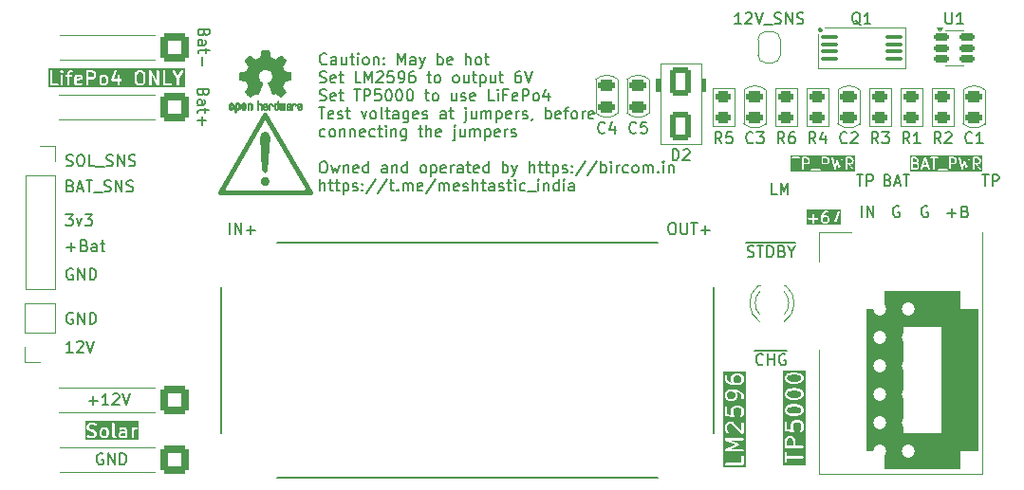
<source format=gto>
%TF.GenerationSoftware,KiCad,Pcbnew,8.0.4*%
%TF.CreationDate,2024-09-16T22:07:11+05:30*%
%TF.ProjectId,mmeshtastic-pcb,6d6d6573-6874-4617-9374-69632d706362,rev?*%
%TF.SameCoordinates,Original*%
%TF.FileFunction,Legend,Top*%
%TF.FilePolarity,Positive*%
%FSLAX46Y46*%
G04 Gerber Fmt 4.6, Leading zero omitted, Abs format (unit mm)*
G04 Created by KiCad (PCBNEW 8.0.4) date 2024-09-16 22:07:11*
%MOMM*%
%LPD*%
G01*
G04 APERTURE LIST*
G04 Aperture macros list*
%AMRoundRect*
0 Rectangle with rounded corners*
0 $1 Rounding radius*
0 $2 $3 $4 $5 $6 $7 $8 $9 X,Y pos of 4 corners*
0 Add a 4 corners polygon primitive as box body*
4,1,4,$2,$3,$4,$5,$6,$7,$8,$9,$2,$3,0*
0 Add four circle primitives for the rounded corners*
1,1,$1+$1,$2,$3*
1,1,$1+$1,$4,$5*
1,1,$1+$1,$6,$7*
1,1,$1+$1,$8,$9*
0 Add four rect primitives between the rounded corners*
20,1,$1+$1,$2,$3,$4,$5,0*
20,1,$1+$1,$4,$5,$6,$7,0*
20,1,$1+$1,$6,$7,$8,$9,0*
20,1,$1+$1,$8,$9,$2,$3,0*%
%AMFreePoly0*
4,1,19,0.500000,-0.750000,0.000000,-0.750000,0.000000,-0.744911,-0.071157,-0.744911,-0.207708,-0.704816,-0.327430,-0.627875,-0.420627,-0.520320,-0.479746,-0.390866,-0.500000,-0.250000,-0.500000,0.250000,-0.479746,0.390866,-0.420627,0.520320,-0.327430,0.627875,-0.207708,0.704816,-0.071157,0.744911,0.000000,0.744911,0.000000,0.750000,0.500000,0.750000,0.500000,-0.750000,0.500000,-0.750000,
$1*%
%AMFreePoly1*
4,1,19,0.000000,0.744911,0.071157,0.744911,0.207708,0.704816,0.327430,0.627875,0.420627,0.520320,0.479746,0.390866,0.500000,0.250000,0.500000,-0.250000,0.479746,-0.390866,0.420627,-0.520320,0.327430,-0.627875,0.207708,-0.704816,0.071157,-0.744911,0.000000,-0.744911,0.000000,-0.750000,-0.500000,-0.750000,-0.500000,0.750000,0.000000,0.750000,0.000000,0.744911,0.000000,0.744911,
$1*%
G04 Aperture macros list end*
%ADD10C,0.200000*%
%ADD11C,0.150000*%
%ADD12C,0.100000*%
%ADD13C,0.120000*%
%ADD14C,0.381000*%
%ADD15C,0.450000*%
%ADD16C,0.250000*%
%ADD17C,0.400000*%
%ADD18C,0.000000*%
%ADD19C,0.300000*%
%ADD20C,0.010000*%
%ADD21R,1.700000X3.000000*%
%ADD22O,1.700000X3.000000*%
%ADD23O,3.000000X1.700000*%
%ADD24C,1.200000*%
%ADD25RoundRect,1.640420X3.359580X6.359580X-3.359580X6.359580X-3.359580X-6.359580X3.359580X-6.359580X0*%
%ADD26RoundRect,0.250000X-0.450000X0.262500X-0.450000X-0.262500X0.450000X-0.262500X0.450000X0.262500X0*%
%ADD27C,3.000000*%
%ADD28RoundRect,0.312500X-0.937500X0.937500X-0.937500X-0.937500X0.937500X-0.937500X0.937500X0.937500X0*%
%ADD29C,2.200000*%
%ADD30R,1.700000X1.700000*%
%ADD31O,1.700000X1.700000*%
%ADD32RoundRect,0.250000X0.450000X-0.262500X0.450000X0.262500X-0.450000X0.262500X-0.450000X-0.262500X0*%
%ADD33RoundRect,0.250000X-0.475000X0.250000X-0.475000X-0.250000X0.475000X-0.250000X0.475000X0.250000X0*%
%ADD34FreePoly0,90.000000*%
%ADD35FreePoly1,90.000000*%
%ADD36RoundRect,0.250000X0.475000X-0.250000X0.475000X0.250000X-0.475000X0.250000X-0.475000X-0.250000X0*%
%ADD37O,13.000000X5.000000*%
%ADD38O,4.500000X3.500000*%
%ADD39R,4.500000X3.500000*%
%ADD40RoundRect,0.100000X-0.637500X-0.100000X0.637500X-0.100000X0.637500X0.100000X-0.637500X0.100000X0*%
%ADD41R,1.800000X1.800000*%
%ADD42C,1.800000*%
%ADD43RoundRect,0.250000X-0.650000X1.000000X-0.650000X-1.000000X0.650000X-1.000000X0.650000X1.000000X0*%
%ADD44RoundRect,0.150000X-0.512500X-0.150000X0.512500X-0.150000X0.512500X0.150000X-0.512500X0.150000X0*%
G04 APERTURE END LIST*
D10*
G36*
X58180750Y-73790420D02*
G01*
X58212429Y-73853778D01*
X58212429Y-73862476D01*
X57841000Y-73936761D01*
X57841000Y-73853778D01*
X57872678Y-73790420D01*
X57936037Y-73758742D01*
X58117393Y-73758742D01*
X58180750Y-73790420D01*
G37*
G36*
X60424620Y-73798070D02*
G01*
X60458813Y-73832263D01*
X60498142Y-73910920D01*
X60498142Y-74206564D01*
X60458813Y-74285221D01*
X60424620Y-74319414D01*
X60345964Y-74358742D01*
X60221749Y-74358742D01*
X60143092Y-74319414D01*
X60108899Y-74285220D01*
X60069571Y-74206564D01*
X60069571Y-73910921D01*
X60108899Y-73832264D01*
X60143091Y-73798071D01*
X60221749Y-73758742D01*
X60345964Y-73758742D01*
X60424620Y-73798070D01*
G37*
G36*
X63681762Y-73398070D02*
G01*
X63764989Y-73481297D01*
X63812428Y-73671052D01*
X63812428Y-74046432D01*
X63764989Y-74236188D01*
X63681762Y-74319414D01*
X63603107Y-74358742D01*
X63421749Y-74358742D01*
X63343093Y-74319414D01*
X63259866Y-74236187D01*
X63212428Y-74046432D01*
X63212428Y-73671052D01*
X63259866Y-73481297D01*
X63343093Y-73398070D01*
X63421749Y-73358742D01*
X63603106Y-73358742D01*
X63681762Y-73398070D01*
G37*
G36*
X59338905Y-73398070D02*
G01*
X59373099Y-73432263D01*
X59412428Y-73510921D01*
X59412428Y-73635134D01*
X59373099Y-73713792D01*
X59338905Y-73747985D01*
X59260249Y-73787314D01*
X58926714Y-73787314D01*
X58926714Y-73358742D01*
X59260249Y-73358742D01*
X59338905Y-73398070D01*
G37*
G36*
X67517165Y-74692075D02*
G01*
X55336238Y-74692075D01*
X55336238Y-73258742D01*
X55469571Y-73258742D01*
X55469571Y-74458742D01*
X55471492Y-74478251D01*
X55486424Y-74514299D01*
X55514014Y-74541889D01*
X55550062Y-74556821D01*
X55569571Y-74558742D01*
X56140999Y-74558742D01*
X56160508Y-74556821D01*
X56196556Y-74541889D01*
X56224146Y-74514299D01*
X56239078Y-74478251D01*
X56239078Y-74439233D01*
X56224146Y-74403185D01*
X56196556Y-74375595D01*
X56160508Y-74360663D01*
X56140999Y-74358742D01*
X55669571Y-74358742D01*
X55669571Y-73658742D01*
X56441000Y-73658742D01*
X56441000Y-74458742D01*
X56442921Y-74478251D01*
X56457853Y-74514299D01*
X56485443Y-74541889D01*
X56521491Y-74556821D01*
X56560509Y-74556821D01*
X56596557Y-74541889D01*
X56624147Y-74514299D01*
X56639079Y-74478251D01*
X56641000Y-74458742D01*
X56641000Y-73658742D01*
X56639079Y-73639233D01*
X56842921Y-73639233D01*
X56842921Y-73678251D01*
X56857853Y-73714299D01*
X56885443Y-73741889D01*
X56921491Y-73756821D01*
X56941000Y-73758742D01*
X57012429Y-73758742D01*
X57012429Y-74458742D01*
X57014350Y-74478251D01*
X57029282Y-74514299D01*
X57056872Y-74541889D01*
X57092920Y-74556821D01*
X57131938Y-74556821D01*
X57167986Y-74541889D01*
X57195576Y-74514299D01*
X57210508Y-74478251D01*
X57212429Y-74458742D01*
X57212429Y-73830171D01*
X57641000Y-73830171D01*
X57641000Y-74287314D01*
X57642921Y-74306823D01*
X57644296Y-74310143D01*
X57644551Y-74313727D01*
X57651557Y-74332035D01*
X57708700Y-74446322D01*
X57710753Y-74449585D01*
X57711267Y-74451124D01*
X57712928Y-74453040D01*
X57719143Y-74462912D01*
X57728617Y-74471128D01*
X57736832Y-74480600D01*
X57746703Y-74486813D01*
X57748620Y-74488476D01*
X57750158Y-74488989D01*
X57753422Y-74491043D01*
X57867708Y-74548185D01*
X57886017Y-74555191D01*
X57889599Y-74555445D01*
X57892920Y-74556821D01*
X57912429Y-74558742D01*
X58141000Y-74558742D01*
X58160509Y-74556821D01*
X58163829Y-74555445D01*
X58167412Y-74555191D01*
X58185721Y-74548185D01*
X58300007Y-74491043D01*
X58316597Y-74480600D01*
X58342162Y-74451124D01*
X58354501Y-74414108D01*
X58351735Y-74375188D01*
X58334286Y-74340289D01*
X58304810Y-74314724D01*
X58267794Y-74302385D01*
X58228874Y-74305151D01*
X58210565Y-74312157D01*
X58117393Y-74358742D01*
X57936036Y-74358742D01*
X57872678Y-74327063D01*
X57841000Y-74263707D01*
X57841000Y-74140722D01*
X58331935Y-74042536D01*
X58331938Y-74042536D01*
X58331940Y-74042534D01*
X58332040Y-74042515D01*
X58350794Y-74036805D01*
X58358934Y-74031353D01*
X58367986Y-74027604D01*
X58374987Y-74020602D01*
X58383213Y-74015094D01*
X58388647Y-74006942D01*
X58395576Y-74000014D01*
X58399365Y-73990866D01*
X58404857Y-73982629D01*
X58406758Y-73973018D01*
X58410508Y-73963966D01*
X58412429Y-73944457D01*
X58412429Y-73830171D01*
X58410508Y-73810662D01*
X58409132Y-73807341D01*
X58408878Y-73803758D01*
X58401872Y-73785450D01*
X58344729Y-73671164D01*
X58342674Y-73667900D01*
X58342162Y-73666362D01*
X58340500Y-73664446D01*
X58334286Y-73654573D01*
X58324813Y-73646357D01*
X58316598Y-73636885D01*
X58306723Y-73630668D01*
X58304809Y-73629009D01*
X58303272Y-73628496D01*
X58300008Y-73626442D01*
X58185721Y-73569299D01*
X58167413Y-73562293D01*
X58163829Y-73562038D01*
X58160509Y-73560663D01*
X58141000Y-73558742D01*
X57912429Y-73558742D01*
X57892920Y-73560663D01*
X57889599Y-73562038D01*
X57886016Y-73562293D01*
X57867708Y-73569299D01*
X57753422Y-73626442D01*
X57750158Y-73628496D01*
X57748620Y-73629009D01*
X57746704Y-73630670D01*
X57736831Y-73636885D01*
X57728615Y-73646357D01*
X57719143Y-73654573D01*
X57712926Y-73664447D01*
X57711267Y-73666362D01*
X57710754Y-73667898D01*
X57708700Y-73671163D01*
X57651557Y-73785450D01*
X57644551Y-73803758D01*
X57644296Y-73807341D01*
X57642921Y-73810662D01*
X57641000Y-73830171D01*
X57212429Y-73830171D01*
X57212429Y-73758742D01*
X57398143Y-73758742D01*
X57417652Y-73756821D01*
X57453700Y-73741889D01*
X57481290Y-73714299D01*
X57496222Y-73678251D01*
X57496222Y-73639233D01*
X57481290Y-73603185D01*
X57453700Y-73575595D01*
X57417652Y-73560663D01*
X57398143Y-73558742D01*
X57212429Y-73558742D01*
X57212429Y-73453778D01*
X57244107Y-73390420D01*
X57307464Y-73358742D01*
X57398143Y-73358742D01*
X57417652Y-73356821D01*
X57453700Y-73341889D01*
X57481290Y-73314299D01*
X57496222Y-73278251D01*
X57496222Y-73258742D01*
X58726714Y-73258742D01*
X58726714Y-74458742D01*
X58728635Y-74478251D01*
X58743567Y-74514299D01*
X58771157Y-74541889D01*
X58807205Y-74556821D01*
X58846223Y-74556821D01*
X58882271Y-74541889D01*
X58909861Y-74514299D01*
X58924793Y-74478251D01*
X58926714Y-74458742D01*
X58926714Y-73987314D01*
X59283857Y-73987314D01*
X59303366Y-73985393D01*
X59306686Y-73984017D01*
X59310270Y-73983763D01*
X59328579Y-73976757D01*
X59442864Y-73919613D01*
X59451260Y-73914328D01*
X59453699Y-73913318D01*
X59456442Y-73911066D01*
X59459454Y-73909171D01*
X59461186Y-73907173D01*
X59468853Y-73900882D01*
X59482421Y-73887314D01*
X59869571Y-73887314D01*
X59869571Y-74230171D01*
X59871492Y-74249680D01*
X59872867Y-74253000D01*
X59873122Y-74256584D01*
X59880128Y-74274892D01*
X59937271Y-74389179D01*
X59942557Y-74397577D01*
X59943567Y-74400014D01*
X59945818Y-74402757D01*
X59947714Y-74405769D01*
X59949711Y-74407501D01*
X59956003Y-74415168D01*
X60013146Y-74472310D01*
X60020815Y-74478605D01*
X60022546Y-74480600D01*
X60025551Y-74482491D01*
X60028299Y-74484747D01*
X60030740Y-74485758D01*
X60039136Y-74491043D01*
X60153421Y-74548185D01*
X60171729Y-74555191D01*
X60175312Y-74555445D01*
X60178633Y-74556821D01*
X60198142Y-74558742D01*
X60369571Y-74558742D01*
X60389080Y-74556821D01*
X60392400Y-74555445D01*
X60395983Y-74555191D01*
X60414292Y-74548185D01*
X60528578Y-74491043D01*
X60536974Y-74485757D01*
X60539414Y-74484747D01*
X60542160Y-74482493D01*
X60545168Y-74480600D01*
X60546898Y-74478605D01*
X60554568Y-74472311D01*
X60611710Y-74415168D01*
X60618004Y-74407498D01*
X60620000Y-74405768D01*
X60621891Y-74402762D01*
X60624147Y-74400015D01*
X60625158Y-74397573D01*
X60630443Y-74389178D01*
X60687585Y-74274892D01*
X60694591Y-74256583D01*
X60694845Y-74253000D01*
X60696221Y-74249680D01*
X60698142Y-74230171D01*
X60698142Y-74046235D01*
X60956070Y-74046235D01*
X60957206Y-74062219D01*
X60957206Y-74078251D01*
X60958581Y-74081571D01*
X60958836Y-74085155D01*
X60966003Y-74099490D01*
X60972138Y-74114299D01*
X60974678Y-74116839D01*
X60976286Y-74120054D01*
X60988397Y-74130558D01*
X60999728Y-74141889D01*
X61003046Y-74143263D01*
X61005762Y-74145619D01*
X61020971Y-74150688D01*
X61035776Y-74156821D01*
X61040876Y-74157323D01*
X61042778Y-74157957D01*
X61045411Y-74157769D01*
X61055285Y-74158742D01*
X61526714Y-74158742D01*
X61526714Y-74458742D01*
X61528635Y-74478251D01*
X61543567Y-74514299D01*
X61571157Y-74541889D01*
X61607205Y-74556821D01*
X61646223Y-74556821D01*
X61682271Y-74541889D01*
X61709861Y-74514299D01*
X61724793Y-74478251D01*
X61726714Y-74458742D01*
X61726714Y-74158742D01*
X61798142Y-74158742D01*
X61817651Y-74156821D01*
X61853699Y-74141889D01*
X61881289Y-74114299D01*
X61896221Y-74078251D01*
X61896221Y-74039233D01*
X61881289Y-74003185D01*
X61853699Y-73975595D01*
X61817651Y-73960663D01*
X61798142Y-73958742D01*
X61726714Y-73958742D01*
X61726714Y-73658742D01*
X63012428Y-73658742D01*
X63012428Y-74058742D01*
X63012763Y-74062144D01*
X63012546Y-74063603D01*
X63013625Y-74070900D01*
X63014349Y-74078251D01*
X63014913Y-74079614D01*
X63015414Y-74082996D01*
X63072557Y-74311568D01*
X63079152Y-74330029D01*
X63083579Y-74336004D01*
X63086424Y-74342871D01*
X63098860Y-74358025D01*
X63213146Y-74472311D01*
X63220816Y-74478605D01*
X63222546Y-74480600D01*
X63225553Y-74482493D01*
X63228300Y-74484747D01*
X63230739Y-74485757D01*
X63239136Y-74491043D01*
X63353421Y-74548185D01*
X63371729Y-74555191D01*
X63375312Y-74555445D01*
X63378633Y-74556821D01*
X63398142Y-74558742D01*
X63626714Y-74558742D01*
X63646223Y-74556821D01*
X63649543Y-74555445D01*
X63653127Y-74555191D01*
X63671435Y-74548185D01*
X63785720Y-74491043D01*
X63794116Y-74485757D01*
X63796556Y-74484747D01*
X63799302Y-74482493D01*
X63802310Y-74480600D01*
X63804040Y-74478605D01*
X63811710Y-74472311D01*
X63925996Y-74358025D01*
X63938432Y-74342871D01*
X63941277Y-74336002D01*
X63945704Y-74330028D01*
X63952299Y-74311568D01*
X64009442Y-74082995D01*
X64009941Y-74079615D01*
X64010507Y-74078251D01*
X64011230Y-74070899D01*
X64012310Y-74063603D01*
X64012092Y-74062144D01*
X64012428Y-74058742D01*
X64012428Y-73658742D01*
X64012092Y-73655339D01*
X64012310Y-73653881D01*
X64011230Y-73646584D01*
X64010507Y-73639233D01*
X64009941Y-73637868D01*
X64009442Y-73634489D01*
X63952299Y-73405917D01*
X63945704Y-73387457D01*
X63941277Y-73381482D01*
X63938432Y-73374614D01*
X63925996Y-73359460D01*
X63825278Y-73258742D01*
X64326714Y-73258742D01*
X64326714Y-74458742D01*
X64328635Y-74478251D01*
X64343567Y-74514299D01*
X64371157Y-74541889D01*
X64407205Y-74556821D01*
X64446223Y-74556821D01*
X64482271Y-74541889D01*
X64509861Y-74514299D01*
X64524793Y-74478251D01*
X64526714Y-74458742D01*
X64526714Y-73635298D01*
X65025604Y-74508356D01*
X65028522Y-74512466D01*
X65029281Y-74514299D01*
X65031147Y-74516165D01*
X65036951Y-74524341D01*
X65047465Y-74532483D01*
X65056871Y-74541889D01*
X65062761Y-74544328D01*
X65067800Y-74548231D01*
X65080628Y-74551729D01*
X65092919Y-74556821D01*
X65099294Y-74556821D01*
X65105443Y-74558498D01*
X65118634Y-74556821D01*
X65131937Y-74556821D01*
X65137828Y-74554380D01*
X65144150Y-74553577D01*
X65155695Y-74546979D01*
X65167985Y-74541889D01*
X65172492Y-74537381D01*
X65178027Y-74534219D01*
X65186169Y-74523704D01*
X65195575Y-74514299D01*
X65198014Y-74508408D01*
X65201917Y-74503370D01*
X65205415Y-74490542D01*
X65210507Y-74478251D01*
X65211489Y-74468271D01*
X65212184Y-74465726D01*
X65211933Y-74463759D01*
X65212428Y-74458742D01*
X65212428Y-73258742D01*
X65583857Y-73258742D01*
X65583857Y-74458742D01*
X65585778Y-74478251D01*
X65600710Y-74514299D01*
X65628300Y-74541889D01*
X65664348Y-74556821D01*
X65683857Y-74558742D01*
X66255285Y-74558742D01*
X66274794Y-74556821D01*
X66310842Y-74541889D01*
X66338432Y-74514299D01*
X66353364Y-74478251D01*
X66353364Y-74439233D01*
X66338432Y-74403185D01*
X66310842Y-74375595D01*
X66274794Y-74360663D01*
X66255285Y-74358742D01*
X65783857Y-74358742D01*
X65783857Y-73258742D01*
X65783637Y-73256510D01*
X66383882Y-73256510D01*
X66390638Y-73294939D01*
X66399491Y-73312430D01*
X66783857Y-73916433D01*
X66783857Y-74458742D01*
X66785778Y-74478251D01*
X66800710Y-74514299D01*
X66828300Y-74541889D01*
X66864348Y-74556821D01*
X66903366Y-74556821D01*
X66939414Y-74541889D01*
X66967004Y-74514299D01*
X66981936Y-74478251D01*
X66983857Y-74458742D01*
X66983857Y-73916434D01*
X67368223Y-73312430D01*
X67377076Y-73294939D01*
X67383832Y-73256510D01*
X67375368Y-73218421D01*
X67352972Y-73186471D01*
X67320054Y-73165523D01*
X67281625Y-73158767D01*
X67243536Y-73167231D01*
X67211585Y-73189627D01*
X67199491Y-73205055D01*
X66883857Y-73701050D01*
X66568223Y-73205054D01*
X66556129Y-73189627D01*
X66524178Y-73167231D01*
X66486089Y-73158767D01*
X66447660Y-73165523D01*
X66414742Y-73186470D01*
X66392346Y-73218421D01*
X66383882Y-73256510D01*
X65783637Y-73256510D01*
X65781936Y-73239233D01*
X65767004Y-73203185D01*
X65739414Y-73175595D01*
X65703366Y-73160663D01*
X65664348Y-73160663D01*
X65628300Y-73175595D01*
X65600710Y-73203185D01*
X65585778Y-73239233D01*
X65583857Y-73258742D01*
X65212428Y-73258742D01*
X65210507Y-73239233D01*
X65195575Y-73203185D01*
X65167985Y-73175595D01*
X65131937Y-73160663D01*
X65092919Y-73160663D01*
X65056871Y-73175595D01*
X65029281Y-73203185D01*
X65014349Y-73239233D01*
X65012428Y-73258742D01*
X65012428Y-74082185D01*
X64513538Y-73209128D01*
X64510619Y-73205017D01*
X64509861Y-73203185D01*
X64507994Y-73201318D01*
X64502191Y-73193143D01*
X64491676Y-73185000D01*
X64482271Y-73175595D01*
X64476380Y-73173155D01*
X64471342Y-73169253D01*
X64458513Y-73165754D01*
X64446223Y-73160663D01*
X64439848Y-73160663D01*
X64433699Y-73158986D01*
X64420506Y-73160663D01*
X64407205Y-73160663D01*
X64401316Y-73163102D01*
X64394992Y-73163906D01*
X64383442Y-73170506D01*
X64371157Y-73175595D01*
X64366649Y-73180102D01*
X64361115Y-73183265D01*
X64352972Y-73193779D01*
X64343567Y-73203185D01*
X64341127Y-73209075D01*
X64337225Y-73214114D01*
X64333726Y-73226942D01*
X64328635Y-73239233D01*
X64327652Y-73249210D01*
X64326958Y-73251757D01*
X64327208Y-73253724D01*
X64326714Y-73258742D01*
X63825278Y-73258742D01*
X63811710Y-73245174D01*
X63804043Y-73238882D01*
X63802311Y-73236885D01*
X63799299Y-73234989D01*
X63796556Y-73232738D01*
X63794117Y-73231727D01*
X63785721Y-73226443D01*
X63671436Y-73169299D01*
X63653127Y-73162293D01*
X63649543Y-73162038D01*
X63646223Y-73160663D01*
X63626714Y-73158742D01*
X63398142Y-73158742D01*
X63378633Y-73160663D01*
X63375312Y-73162038D01*
X63371729Y-73162293D01*
X63353421Y-73169299D01*
X63239135Y-73226442D01*
X63230736Y-73231728D01*
X63228300Y-73232738D01*
X63225556Y-73234989D01*
X63222545Y-73236885D01*
X63220812Y-73238882D01*
X63213146Y-73245174D01*
X63098860Y-73359460D01*
X63086424Y-73374614D01*
X63083579Y-73381480D01*
X63079152Y-73387456D01*
X63072557Y-73405917D01*
X63015414Y-73634488D01*
X63014913Y-73637869D01*
X63014349Y-73639233D01*
X63013625Y-73646583D01*
X63012546Y-73653881D01*
X63012763Y-73655339D01*
X63012428Y-73658742D01*
X61726714Y-73658742D01*
X61724793Y-73639233D01*
X61709861Y-73603185D01*
X61682271Y-73575595D01*
X61646223Y-73560663D01*
X61607205Y-73560663D01*
X61571157Y-73575595D01*
X61543567Y-73603185D01*
X61528635Y-73639233D01*
X61526714Y-73658742D01*
X61526714Y-73958742D01*
X61194027Y-73958742D01*
X61435867Y-73233223D01*
X61440214Y-73214107D01*
X61437448Y-73175187D01*
X61419998Y-73140288D01*
X61390522Y-73114723D01*
X61353506Y-73102385D01*
X61314586Y-73105151D01*
X61279687Y-73122601D01*
X61254122Y-73152077D01*
X61246131Y-73169977D01*
X60960417Y-74027119D01*
X60958217Y-74036790D01*
X60957206Y-74039233D01*
X60957206Y-74041239D01*
X60956070Y-74046235D01*
X60698142Y-74046235D01*
X60698142Y-73887314D01*
X60696221Y-73867805D01*
X60694845Y-73864484D01*
X60694591Y-73860902D01*
X60687585Y-73842593D01*
X60630443Y-73728307D01*
X60625158Y-73719911D01*
X60624147Y-73717470D01*
X60621891Y-73714722D01*
X60620000Y-73711717D01*
X60618004Y-73709986D01*
X60611710Y-73702317D01*
X60554568Y-73645174D01*
X60546901Y-73638882D01*
X60545169Y-73636885D01*
X60542157Y-73634989D01*
X60539414Y-73632738D01*
X60536977Y-73631728D01*
X60528579Y-73626442D01*
X60414292Y-73569299D01*
X60395984Y-73562293D01*
X60392400Y-73562038D01*
X60389080Y-73560663D01*
X60369571Y-73558742D01*
X60198142Y-73558742D01*
X60178633Y-73560663D01*
X60175312Y-73562038D01*
X60171729Y-73562293D01*
X60153421Y-73569299D01*
X60039135Y-73626442D01*
X60030737Y-73631727D01*
X60028299Y-73632738D01*
X60025554Y-73634990D01*
X60022545Y-73636885D01*
X60020812Y-73638882D01*
X60013146Y-73645175D01*
X59956003Y-73702317D01*
X59949711Y-73709983D01*
X59947714Y-73711716D01*
X59945818Y-73714727D01*
X59943567Y-73717471D01*
X59942557Y-73719907D01*
X59937271Y-73728306D01*
X59880128Y-73842593D01*
X59873122Y-73860901D01*
X59872867Y-73864484D01*
X59871492Y-73867805D01*
X59869571Y-73887314D01*
X59482421Y-73887314D01*
X59525995Y-73843739D01*
X59532287Y-73836072D01*
X59534285Y-73834340D01*
X59536178Y-73831331D01*
X59538432Y-73828586D01*
X59539442Y-73826145D01*
X59544728Y-73817749D01*
X59601871Y-73703463D01*
X59608877Y-73685155D01*
X59609131Y-73681571D01*
X59610507Y-73678251D01*
X59612428Y-73658742D01*
X59612428Y-73487314D01*
X59610507Y-73467805D01*
X59609131Y-73464484D01*
X59608877Y-73460901D01*
X59601871Y-73442593D01*
X59544728Y-73328307D01*
X59539442Y-73319910D01*
X59538432Y-73317470D01*
X59536178Y-73314724D01*
X59534285Y-73311716D01*
X59532287Y-73309983D01*
X59525995Y-73302317D01*
X59468853Y-73245174D01*
X59461186Y-73238882D01*
X59459454Y-73236885D01*
X59456442Y-73234989D01*
X59453699Y-73232738D01*
X59451260Y-73231727D01*
X59442864Y-73226443D01*
X59328579Y-73169299D01*
X59310270Y-73162293D01*
X59306686Y-73162038D01*
X59303366Y-73160663D01*
X59283857Y-73158742D01*
X58826714Y-73158742D01*
X58807205Y-73160663D01*
X58771157Y-73175595D01*
X58743567Y-73203185D01*
X58728635Y-73239233D01*
X58726714Y-73258742D01*
X57496222Y-73258742D01*
X57496222Y-73239233D01*
X57481290Y-73203185D01*
X57453700Y-73175595D01*
X57417652Y-73160663D01*
X57398143Y-73158742D01*
X57283857Y-73158742D01*
X57264348Y-73160663D01*
X57261027Y-73162038D01*
X57257444Y-73162293D01*
X57239136Y-73169299D01*
X57124850Y-73226442D01*
X57121585Y-73228496D01*
X57120049Y-73229009D01*
X57118134Y-73230668D01*
X57108260Y-73236885D01*
X57100044Y-73246357D01*
X57090572Y-73254573D01*
X57084355Y-73264447D01*
X57082696Y-73266362D01*
X57082183Y-73267898D01*
X57080129Y-73271163D01*
X57022986Y-73385450D01*
X57015980Y-73403758D01*
X57015725Y-73407341D01*
X57014350Y-73410662D01*
X57012429Y-73430171D01*
X57012429Y-73558742D01*
X56941000Y-73558742D01*
X56921491Y-73560663D01*
X56885443Y-73575595D01*
X56857853Y-73603185D01*
X56842921Y-73639233D01*
X56639079Y-73639233D01*
X56624147Y-73603185D01*
X56596557Y-73575595D01*
X56560509Y-73560663D01*
X56521491Y-73560663D01*
X56485443Y-73575595D01*
X56457853Y-73603185D01*
X56442921Y-73639233D01*
X56441000Y-73658742D01*
X55669571Y-73658742D01*
X55669571Y-73296376D01*
X56385778Y-73296376D01*
X56385778Y-73335394D01*
X56400710Y-73371442D01*
X56413146Y-73386596D01*
X56470289Y-73443738D01*
X56485442Y-73456175D01*
X56496000Y-73460548D01*
X56521491Y-73471107D01*
X56560509Y-73471107D01*
X56596557Y-73456175D01*
X56611711Y-73443739D01*
X56668853Y-73386596D01*
X56681290Y-73371443D01*
X56696221Y-73335394D01*
X56696221Y-73296376D01*
X56688021Y-73276579D01*
X56681290Y-73260327D01*
X56668853Y-73245174D01*
X56611711Y-73188031D01*
X56596557Y-73175595D01*
X56560509Y-73160663D01*
X56521491Y-73160663D01*
X56499006Y-73169977D01*
X56485442Y-73175595D01*
X56470289Y-73188032D01*
X56413146Y-73245174D01*
X56400711Y-73260327D01*
X56400710Y-73260328D01*
X56385778Y-73296376D01*
X55669571Y-73296376D01*
X55669571Y-73258742D01*
X55667650Y-73239233D01*
X55652718Y-73203185D01*
X55625128Y-73175595D01*
X55589080Y-73160663D01*
X55550062Y-73160663D01*
X55514014Y-73175595D01*
X55486424Y-73203185D01*
X55471492Y-73239233D01*
X55469571Y-73258742D01*
X55336238Y-73258742D01*
X55336238Y-72969052D01*
X67517165Y-72969052D01*
X67517165Y-74692075D01*
G37*
D11*
X80156207Y-72578972D02*
X80108588Y-72626592D01*
X80108588Y-72626592D02*
X79965731Y-72674211D01*
X79965731Y-72674211D02*
X79870493Y-72674211D01*
X79870493Y-72674211D02*
X79727636Y-72626592D01*
X79727636Y-72626592D02*
X79632398Y-72531353D01*
X79632398Y-72531353D02*
X79584779Y-72436115D01*
X79584779Y-72436115D02*
X79537160Y-72245639D01*
X79537160Y-72245639D02*
X79537160Y-72102782D01*
X79537160Y-72102782D02*
X79584779Y-71912306D01*
X79584779Y-71912306D02*
X79632398Y-71817068D01*
X79632398Y-71817068D02*
X79727636Y-71721830D01*
X79727636Y-71721830D02*
X79870493Y-71674211D01*
X79870493Y-71674211D02*
X79965731Y-71674211D01*
X79965731Y-71674211D02*
X80108588Y-71721830D01*
X80108588Y-71721830D02*
X80156207Y-71769449D01*
X81013350Y-72674211D02*
X81013350Y-72150401D01*
X81013350Y-72150401D02*
X80965731Y-72055163D01*
X80965731Y-72055163D02*
X80870493Y-72007544D01*
X80870493Y-72007544D02*
X80680017Y-72007544D01*
X80680017Y-72007544D02*
X80584779Y-72055163D01*
X81013350Y-72626592D02*
X80918112Y-72674211D01*
X80918112Y-72674211D02*
X80680017Y-72674211D01*
X80680017Y-72674211D02*
X80584779Y-72626592D01*
X80584779Y-72626592D02*
X80537160Y-72531353D01*
X80537160Y-72531353D02*
X80537160Y-72436115D01*
X80537160Y-72436115D02*
X80584779Y-72340877D01*
X80584779Y-72340877D02*
X80680017Y-72293258D01*
X80680017Y-72293258D02*
X80918112Y-72293258D01*
X80918112Y-72293258D02*
X81013350Y-72245639D01*
X81918112Y-72007544D02*
X81918112Y-72674211D01*
X81489541Y-72007544D02*
X81489541Y-72531353D01*
X81489541Y-72531353D02*
X81537160Y-72626592D01*
X81537160Y-72626592D02*
X81632398Y-72674211D01*
X81632398Y-72674211D02*
X81775255Y-72674211D01*
X81775255Y-72674211D02*
X81870493Y-72626592D01*
X81870493Y-72626592D02*
X81918112Y-72578972D01*
X82251446Y-72007544D02*
X82632398Y-72007544D01*
X82394303Y-71674211D02*
X82394303Y-72531353D01*
X82394303Y-72531353D02*
X82441922Y-72626592D01*
X82441922Y-72626592D02*
X82537160Y-72674211D01*
X82537160Y-72674211D02*
X82632398Y-72674211D01*
X82965732Y-72674211D02*
X82965732Y-72007544D01*
X82965732Y-71674211D02*
X82918113Y-71721830D01*
X82918113Y-71721830D02*
X82965732Y-71769449D01*
X82965732Y-71769449D02*
X83013351Y-71721830D01*
X83013351Y-71721830D02*
X82965732Y-71674211D01*
X82965732Y-71674211D02*
X82965732Y-71769449D01*
X83584779Y-72674211D02*
X83489541Y-72626592D01*
X83489541Y-72626592D02*
X83441922Y-72578972D01*
X83441922Y-72578972D02*
X83394303Y-72483734D01*
X83394303Y-72483734D02*
X83394303Y-72198020D01*
X83394303Y-72198020D02*
X83441922Y-72102782D01*
X83441922Y-72102782D02*
X83489541Y-72055163D01*
X83489541Y-72055163D02*
X83584779Y-72007544D01*
X83584779Y-72007544D02*
X83727636Y-72007544D01*
X83727636Y-72007544D02*
X83822874Y-72055163D01*
X83822874Y-72055163D02*
X83870493Y-72102782D01*
X83870493Y-72102782D02*
X83918112Y-72198020D01*
X83918112Y-72198020D02*
X83918112Y-72483734D01*
X83918112Y-72483734D02*
X83870493Y-72578972D01*
X83870493Y-72578972D02*
X83822874Y-72626592D01*
X83822874Y-72626592D02*
X83727636Y-72674211D01*
X83727636Y-72674211D02*
X83584779Y-72674211D01*
X84346684Y-72007544D02*
X84346684Y-72674211D01*
X84346684Y-72102782D02*
X84394303Y-72055163D01*
X84394303Y-72055163D02*
X84489541Y-72007544D01*
X84489541Y-72007544D02*
X84632398Y-72007544D01*
X84632398Y-72007544D02*
X84727636Y-72055163D01*
X84727636Y-72055163D02*
X84775255Y-72150401D01*
X84775255Y-72150401D02*
X84775255Y-72674211D01*
X85251446Y-72578972D02*
X85299065Y-72626592D01*
X85299065Y-72626592D02*
X85251446Y-72674211D01*
X85251446Y-72674211D02*
X85203827Y-72626592D01*
X85203827Y-72626592D02*
X85251446Y-72578972D01*
X85251446Y-72578972D02*
X85251446Y-72674211D01*
X85251446Y-72055163D02*
X85299065Y-72102782D01*
X85299065Y-72102782D02*
X85251446Y-72150401D01*
X85251446Y-72150401D02*
X85203827Y-72102782D01*
X85203827Y-72102782D02*
X85251446Y-72055163D01*
X85251446Y-72055163D02*
X85251446Y-72150401D01*
X86489541Y-72674211D02*
X86489541Y-71674211D01*
X86489541Y-71674211D02*
X86822874Y-72388496D01*
X86822874Y-72388496D02*
X87156207Y-71674211D01*
X87156207Y-71674211D02*
X87156207Y-72674211D01*
X88060969Y-72674211D02*
X88060969Y-72150401D01*
X88060969Y-72150401D02*
X88013350Y-72055163D01*
X88013350Y-72055163D02*
X87918112Y-72007544D01*
X87918112Y-72007544D02*
X87727636Y-72007544D01*
X87727636Y-72007544D02*
X87632398Y-72055163D01*
X88060969Y-72626592D02*
X87965731Y-72674211D01*
X87965731Y-72674211D02*
X87727636Y-72674211D01*
X87727636Y-72674211D02*
X87632398Y-72626592D01*
X87632398Y-72626592D02*
X87584779Y-72531353D01*
X87584779Y-72531353D02*
X87584779Y-72436115D01*
X87584779Y-72436115D02*
X87632398Y-72340877D01*
X87632398Y-72340877D02*
X87727636Y-72293258D01*
X87727636Y-72293258D02*
X87965731Y-72293258D01*
X87965731Y-72293258D02*
X88060969Y-72245639D01*
X88441922Y-72007544D02*
X88680017Y-72674211D01*
X88918112Y-72007544D02*
X88680017Y-72674211D01*
X88680017Y-72674211D02*
X88584779Y-72912306D01*
X88584779Y-72912306D02*
X88537160Y-72959925D01*
X88537160Y-72959925D02*
X88441922Y-73007544D01*
X90060970Y-72674211D02*
X90060970Y-71674211D01*
X90060970Y-72055163D02*
X90156208Y-72007544D01*
X90156208Y-72007544D02*
X90346684Y-72007544D01*
X90346684Y-72007544D02*
X90441922Y-72055163D01*
X90441922Y-72055163D02*
X90489541Y-72102782D01*
X90489541Y-72102782D02*
X90537160Y-72198020D01*
X90537160Y-72198020D02*
X90537160Y-72483734D01*
X90537160Y-72483734D02*
X90489541Y-72578972D01*
X90489541Y-72578972D02*
X90441922Y-72626592D01*
X90441922Y-72626592D02*
X90346684Y-72674211D01*
X90346684Y-72674211D02*
X90156208Y-72674211D01*
X90156208Y-72674211D02*
X90060970Y-72626592D01*
X91346684Y-72626592D02*
X91251446Y-72674211D01*
X91251446Y-72674211D02*
X91060970Y-72674211D01*
X91060970Y-72674211D02*
X90965732Y-72626592D01*
X90965732Y-72626592D02*
X90918113Y-72531353D01*
X90918113Y-72531353D02*
X90918113Y-72150401D01*
X90918113Y-72150401D02*
X90965732Y-72055163D01*
X90965732Y-72055163D02*
X91060970Y-72007544D01*
X91060970Y-72007544D02*
X91251446Y-72007544D01*
X91251446Y-72007544D02*
X91346684Y-72055163D01*
X91346684Y-72055163D02*
X91394303Y-72150401D01*
X91394303Y-72150401D02*
X91394303Y-72245639D01*
X91394303Y-72245639D02*
X90918113Y-72340877D01*
X92584780Y-72674211D02*
X92584780Y-71674211D01*
X93013351Y-72674211D02*
X93013351Y-72150401D01*
X93013351Y-72150401D02*
X92965732Y-72055163D01*
X92965732Y-72055163D02*
X92870494Y-72007544D01*
X92870494Y-72007544D02*
X92727637Y-72007544D01*
X92727637Y-72007544D02*
X92632399Y-72055163D01*
X92632399Y-72055163D02*
X92584780Y-72102782D01*
X93632399Y-72674211D02*
X93537161Y-72626592D01*
X93537161Y-72626592D02*
X93489542Y-72578972D01*
X93489542Y-72578972D02*
X93441923Y-72483734D01*
X93441923Y-72483734D02*
X93441923Y-72198020D01*
X93441923Y-72198020D02*
X93489542Y-72102782D01*
X93489542Y-72102782D02*
X93537161Y-72055163D01*
X93537161Y-72055163D02*
X93632399Y-72007544D01*
X93632399Y-72007544D02*
X93775256Y-72007544D01*
X93775256Y-72007544D02*
X93870494Y-72055163D01*
X93870494Y-72055163D02*
X93918113Y-72102782D01*
X93918113Y-72102782D02*
X93965732Y-72198020D01*
X93965732Y-72198020D02*
X93965732Y-72483734D01*
X93965732Y-72483734D02*
X93918113Y-72578972D01*
X93918113Y-72578972D02*
X93870494Y-72626592D01*
X93870494Y-72626592D02*
X93775256Y-72674211D01*
X93775256Y-72674211D02*
X93632399Y-72674211D01*
X94251447Y-72007544D02*
X94632399Y-72007544D01*
X94394304Y-71674211D02*
X94394304Y-72531353D01*
X94394304Y-72531353D02*
X94441923Y-72626592D01*
X94441923Y-72626592D02*
X94537161Y-72674211D01*
X94537161Y-72674211D02*
X94632399Y-72674211D01*
X79537160Y-74236536D02*
X79680017Y-74284155D01*
X79680017Y-74284155D02*
X79918112Y-74284155D01*
X79918112Y-74284155D02*
X80013350Y-74236536D01*
X80013350Y-74236536D02*
X80060969Y-74188916D01*
X80060969Y-74188916D02*
X80108588Y-74093678D01*
X80108588Y-74093678D02*
X80108588Y-73998440D01*
X80108588Y-73998440D02*
X80060969Y-73903202D01*
X80060969Y-73903202D02*
X80013350Y-73855583D01*
X80013350Y-73855583D02*
X79918112Y-73807964D01*
X79918112Y-73807964D02*
X79727636Y-73760345D01*
X79727636Y-73760345D02*
X79632398Y-73712726D01*
X79632398Y-73712726D02*
X79584779Y-73665107D01*
X79584779Y-73665107D02*
X79537160Y-73569869D01*
X79537160Y-73569869D02*
X79537160Y-73474631D01*
X79537160Y-73474631D02*
X79584779Y-73379393D01*
X79584779Y-73379393D02*
X79632398Y-73331774D01*
X79632398Y-73331774D02*
X79727636Y-73284155D01*
X79727636Y-73284155D02*
X79965731Y-73284155D01*
X79965731Y-73284155D02*
X80108588Y-73331774D01*
X80918112Y-74236536D02*
X80822874Y-74284155D01*
X80822874Y-74284155D02*
X80632398Y-74284155D01*
X80632398Y-74284155D02*
X80537160Y-74236536D01*
X80537160Y-74236536D02*
X80489541Y-74141297D01*
X80489541Y-74141297D02*
X80489541Y-73760345D01*
X80489541Y-73760345D02*
X80537160Y-73665107D01*
X80537160Y-73665107D02*
X80632398Y-73617488D01*
X80632398Y-73617488D02*
X80822874Y-73617488D01*
X80822874Y-73617488D02*
X80918112Y-73665107D01*
X80918112Y-73665107D02*
X80965731Y-73760345D01*
X80965731Y-73760345D02*
X80965731Y-73855583D01*
X80965731Y-73855583D02*
X80489541Y-73950821D01*
X81251446Y-73617488D02*
X81632398Y-73617488D01*
X81394303Y-73284155D02*
X81394303Y-74141297D01*
X81394303Y-74141297D02*
X81441922Y-74236536D01*
X81441922Y-74236536D02*
X81537160Y-74284155D01*
X81537160Y-74284155D02*
X81632398Y-74284155D01*
X83203827Y-74284155D02*
X82727637Y-74284155D01*
X82727637Y-74284155D02*
X82727637Y-73284155D01*
X83537161Y-74284155D02*
X83537161Y-73284155D01*
X83537161Y-73284155D02*
X83870494Y-73998440D01*
X83870494Y-73998440D02*
X84203827Y-73284155D01*
X84203827Y-73284155D02*
X84203827Y-74284155D01*
X84632399Y-73379393D02*
X84680018Y-73331774D01*
X84680018Y-73331774D02*
X84775256Y-73284155D01*
X84775256Y-73284155D02*
X85013351Y-73284155D01*
X85013351Y-73284155D02*
X85108589Y-73331774D01*
X85108589Y-73331774D02*
X85156208Y-73379393D01*
X85156208Y-73379393D02*
X85203827Y-73474631D01*
X85203827Y-73474631D02*
X85203827Y-73569869D01*
X85203827Y-73569869D02*
X85156208Y-73712726D01*
X85156208Y-73712726D02*
X84584780Y-74284155D01*
X84584780Y-74284155D02*
X85203827Y-74284155D01*
X86108589Y-73284155D02*
X85632399Y-73284155D01*
X85632399Y-73284155D02*
X85584780Y-73760345D01*
X85584780Y-73760345D02*
X85632399Y-73712726D01*
X85632399Y-73712726D02*
X85727637Y-73665107D01*
X85727637Y-73665107D02*
X85965732Y-73665107D01*
X85965732Y-73665107D02*
X86060970Y-73712726D01*
X86060970Y-73712726D02*
X86108589Y-73760345D01*
X86108589Y-73760345D02*
X86156208Y-73855583D01*
X86156208Y-73855583D02*
X86156208Y-74093678D01*
X86156208Y-74093678D02*
X86108589Y-74188916D01*
X86108589Y-74188916D02*
X86060970Y-74236536D01*
X86060970Y-74236536D02*
X85965732Y-74284155D01*
X85965732Y-74284155D02*
X85727637Y-74284155D01*
X85727637Y-74284155D02*
X85632399Y-74236536D01*
X85632399Y-74236536D02*
X85584780Y-74188916D01*
X86632399Y-74284155D02*
X86822875Y-74284155D01*
X86822875Y-74284155D02*
X86918113Y-74236536D01*
X86918113Y-74236536D02*
X86965732Y-74188916D01*
X86965732Y-74188916D02*
X87060970Y-74046059D01*
X87060970Y-74046059D02*
X87108589Y-73855583D01*
X87108589Y-73855583D02*
X87108589Y-73474631D01*
X87108589Y-73474631D02*
X87060970Y-73379393D01*
X87060970Y-73379393D02*
X87013351Y-73331774D01*
X87013351Y-73331774D02*
X86918113Y-73284155D01*
X86918113Y-73284155D02*
X86727637Y-73284155D01*
X86727637Y-73284155D02*
X86632399Y-73331774D01*
X86632399Y-73331774D02*
X86584780Y-73379393D01*
X86584780Y-73379393D02*
X86537161Y-73474631D01*
X86537161Y-73474631D02*
X86537161Y-73712726D01*
X86537161Y-73712726D02*
X86584780Y-73807964D01*
X86584780Y-73807964D02*
X86632399Y-73855583D01*
X86632399Y-73855583D02*
X86727637Y-73903202D01*
X86727637Y-73903202D02*
X86918113Y-73903202D01*
X86918113Y-73903202D02*
X87013351Y-73855583D01*
X87013351Y-73855583D02*
X87060970Y-73807964D01*
X87060970Y-73807964D02*
X87108589Y-73712726D01*
X87965732Y-73284155D02*
X87775256Y-73284155D01*
X87775256Y-73284155D02*
X87680018Y-73331774D01*
X87680018Y-73331774D02*
X87632399Y-73379393D01*
X87632399Y-73379393D02*
X87537161Y-73522250D01*
X87537161Y-73522250D02*
X87489542Y-73712726D01*
X87489542Y-73712726D02*
X87489542Y-74093678D01*
X87489542Y-74093678D02*
X87537161Y-74188916D01*
X87537161Y-74188916D02*
X87584780Y-74236536D01*
X87584780Y-74236536D02*
X87680018Y-74284155D01*
X87680018Y-74284155D02*
X87870494Y-74284155D01*
X87870494Y-74284155D02*
X87965732Y-74236536D01*
X87965732Y-74236536D02*
X88013351Y-74188916D01*
X88013351Y-74188916D02*
X88060970Y-74093678D01*
X88060970Y-74093678D02*
X88060970Y-73855583D01*
X88060970Y-73855583D02*
X88013351Y-73760345D01*
X88013351Y-73760345D02*
X87965732Y-73712726D01*
X87965732Y-73712726D02*
X87870494Y-73665107D01*
X87870494Y-73665107D02*
X87680018Y-73665107D01*
X87680018Y-73665107D02*
X87584780Y-73712726D01*
X87584780Y-73712726D02*
X87537161Y-73760345D01*
X87537161Y-73760345D02*
X87489542Y-73855583D01*
X89108590Y-73617488D02*
X89489542Y-73617488D01*
X89251447Y-73284155D02*
X89251447Y-74141297D01*
X89251447Y-74141297D02*
X89299066Y-74236536D01*
X89299066Y-74236536D02*
X89394304Y-74284155D01*
X89394304Y-74284155D02*
X89489542Y-74284155D01*
X89965733Y-74284155D02*
X89870495Y-74236536D01*
X89870495Y-74236536D02*
X89822876Y-74188916D01*
X89822876Y-74188916D02*
X89775257Y-74093678D01*
X89775257Y-74093678D02*
X89775257Y-73807964D01*
X89775257Y-73807964D02*
X89822876Y-73712726D01*
X89822876Y-73712726D02*
X89870495Y-73665107D01*
X89870495Y-73665107D02*
X89965733Y-73617488D01*
X89965733Y-73617488D02*
X90108590Y-73617488D01*
X90108590Y-73617488D02*
X90203828Y-73665107D01*
X90203828Y-73665107D02*
X90251447Y-73712726D01*
X90251447Y-73712726D02*
X90299066Y-73807964D01*
X90299066Y-73807964D02*
X90299066Y-74093678D01*
X90299066Y-74093678D02*
X90251447Y-74188916D01*
X90251447Y-74188916D02*
X90203828Y-74236536D01*
X90203828Y-74236536D02*
X90108590Y-74284155D01*
X90108590Y-74284155D02*
X89965733Y-74284155D01*
X91632400Y-74284155D02*
X91537162Y-74236536D01*
X91537162Y-74236536D02*
X91489543Y-74188916D01*
X91489543Y-74188916D02*
X91441924Y-74093678D01*
X91441924Y-74093678D02*
X91441924Y-73807964D01*
X91441924Y-73807964D02*
X91489543Y-73712726D01*
X91489543Y-73712726D02*
X91537162Y-73665107D01*
X91537162Y-73665107D02*
X91632400Y-73617488D01*
X91632400Y-73617488D02*
X91775257Y-73617488D01*
X91775257Y-73617488D02*
X91870495Y-73665107D01*
X91870495Y-73665107D02*
X91918114Y-73712726D01*
X91918114Y-73712726D02*
X91965733Y-73807964D01*
X91965733Y-73807964D02*
X91965733Y-74093678D01*
X91965733Y-74093678D02*
X91918114Y-74188916D01*
X91918114Y-74188916D02*
X91870495Y-74236536D01*
X91870495Y-74236536D02*
X91775257Y-74284155D01*
X91775257Y-74284155D02*
X91632400Y-74284155D01*
X92822876Y-73617488D02*
X92822876Y-74284155D01*
X92394305Y-73617488D02*
X92394305Y-74141297D01*
X92394305Y-74141297D02*
X92441924Y-74236536D01*
X92441924Y-74236536D02*
X92537162Y-74284155D01*
X92537162Y-74284155D02*
X92680019Y-74284155D01*
X92680019Y-74284155D02*
X92775257Y-74236536D01*
X92775257Y-74236536D02*
X92822876Y-74188916D01*
X93156210Y-73617488D02*
X93537162Y-73617488D01*
X93299067Y-73284155D02*
X93299067Y-74141297D01*
X93299067Y-74141297D02*
X93346686Y-74236536D01*
X93346686Y-74236536D02*
X93441924Y-74284155D01*
X93441924Y-74284155D02*
X93537162Y-74284155D01*
X93870496Y-73617488D02*
X93870496Y-74617488D01*
X93870496Y-73665107D02*
X93965734Y-73617488D01*
X93965734Y-73617488D02*
X94156210Y-73617488D01*
X94156210Y-73617488D02*
X94251448Y-73665107D01*
X94251448Y-73665107D02*
X94299067Y-73712726D01*
X94299067Y-73712726D02*
X94346686Y-73807964D01*
X94346686Y-73807964D02*
X94346686Y-74093678D01*
X94346686Y-74093678D02*
X94299067Y-74188916D01*
X94299067Y-74188916D02*
X94251448Y-74236536D01*
X94251448Y-74236536D02*
X94156210Y-74284155D01*
X94156210Y-74284155D02*
X93965734Y-74284155D01*
X93965734Y-74284155D02*
X93870496Y-74236536D01*
X95203829Y-73617488D02*
X95203829Y-74284155D01*
X94775258Y-73617488D02*
X94775258Y-74141297D01*
X94775258Y-74141297D02*
X94822877Y-74236536D01*
X94822877Y-74236536D02*
X94918115Y-74284155D01*
X94918115Y-74284155D02*
X95060972Y-74284155D01*
X95060972Y-74284155D02*
X95156210Y-74236536D01*
X95156210Y-74236536D02*
X95203829Y-74188916D01*
X95537163Y-73617488D02*
X95918115Y-73617488D01*
X95680020Y-73284155D02*
X95680020Y-74141297D01*
X95680020Y-74141297D02*
X95727639Y-74236536D01*
X95727639Y-74236536D02*
X95822877Y-74284155D01*
X95822877Y-74284155D02*
X95918115Y-74284155D01*
X97441925Y-73284155D02*
X97251449Y-73284155D01*
X97251449Y-73284155D02*
X97156211Y-73331774D01*
X97156211Y-73331774D02*
X97108592Y-73379393D01*
X97108592Y-73379393D02*
X97013354Y-73522250D01*
X97013354Y-73522250D02*
X96965735Y-73712726D01*
X96965735Y-73712726D02*
X96965735Y-74093678D01*
X96965735Y-74093678D02*
X97013354Y-74188916D01*
X97013354Y-74188916D02*
X97060973Y-74236536D01*
X97060973Y-74236536D02*
X97156211Y-74284155D01*
X97156211Y-74284155D02*
X97346687Y-74284155D01*
X97346687Y-74284155D02*
X97441925Y-74236536D01*
X97441925Y-74236536D02*
X97489544Y-74188916D01*
X97489544Y-74188916D02*
X97537163Y-74093678D01*
X97537163Y-74093678D02*
X97537163Y-73855583D01*
X97537163Y-73855583D02*
X97489544Y-73760345D01*
X97489544Y-73760345D02*
X97441925Y-73712726D01*
X97441925Y-73712726D02*
X97346687Y-73665107D01*
X97346687Y-73665107D02*
X97156211Y-73665107D01*
X97156211Y-73665107D02*
X97060973Y-73712726D01*
X97060973Y-73712726D02*
X97013354Y-73760345D01*
X97013354Y-73760345D02*
X96965735Y-73855583D01*
X97822878Y-73284155D02*
X98156211Y-74284155D01*
X98156211Y-74284155D02*
X98489544Y-73284155D01*
X79537160Y-75846480D02*
X79680017Y-75894099D01*
X79680017Y-75894099D02*
X79918112Y-75894099D01*
X79918112Y-75894099D02*
X80013350Y-75846480D01*
X80013350Y-75846480D02*
X80060969Y-75798860D01*
X80060969Y-75798860D02*
X80108588Y-75703622D01*
X80108588Y-75703622D02*
X80108588Y-75608384D01*
X80108588Y-75608384D02*
X80060969Y-75513146D01*
X80060969Y-75513146D02*
X80013350Y-75465527D01*
X80013350Y-75465527D02*
X79918112Y-75417908D01*
X79918112Y-75417908D02*
X79727636Y-75370289D01*
X79727636Y-75370289D02*
X79632398Y-75322670D01*
X79632398Y-75322670D02*
X79584779Y-75275051D01*
X79584779Y-75275051D02*
X79537160Y-75179813D01*
X79537160Y-75179813D02*
X79537160Y-75084575D01*
X79537160Y-75084575D02*
X79584779Y-74989337D01*
X79584779Y-74989337D02*
X79632398Y-74941718D01*
X79632398Y-74941718D02*
X79727636Y-74894099D01*
X79727636Y-74894099D02*
X79965731Y-74894099D01*
X79965731Y-74894099D02*
X80108588Y-74941718D01*
X80918112Y-75846480D02*
X80822874Y-75894099D01*
X80822874Y-75894099D02*
X80632398Y-75894099D01*
X80632398Y-75894099D02*
X80537160Y-75846480D01*
X80537160Y-75846480D02*
X80489541Y-75751241D01*
X80489541Y-75751241D02*
X80489541Y-75370289D01*
X80489541Y-75370289D02*
X80537160Y-75275051D01*
X80537160Y-75275051D02*
X80632398Y-75227432D01*
X80632398Y-75227432D02*
X80822874Y-75227432D01*
X80822874Y-75227432D02*
X80918112Y-75275051D01*
X80918112Y-75275051D02*
X80965731Y-75370289D01*
X80965731Y-75370289D02*
X80965731Y-75465527D01*
X80965731Y-75465527D02*
X80489541Y-75560765D01*
X81251446Y-75227432D02*
X81632398Y-75227432D01*
X81394303Y-74894099D02*
X81394303Y-75751241D01*
X81394303Y-75751241D02*
X81441922Y-75846480D01*
X81441922Y-75846480D02*
X81537160Y-75894099D01*
X81537160Y-75894099D02*
X81632398Y-75894099D01*
X82584780Y-74894099D02*
X83156208Y-74894099D01*
X82870494Y-75894099D02*
X82870494Y-74894099D01*
X83489542Y-75894099D02*
X83489542Y-74894099D01*
X83489542Y-74894099D02*
X83870494Y-74894099D01*
X83870494Y-74894099D02*
X83965732Y-74941718D01*
X83965732Y-74941718D02*
X84013351Y-74989337D01*
X84013351Y-74989337D02*
X84060970Y-75084575D01*
X84060970Y-75084575D02*
X84060970Y-75227432D01*
X84060970Y-75227432D02*
X84013351Y-75322670D01*
X84013351Y-75322670D02*
X83965732Y-75370289D01*
X83965732Y-75370289D02*
X83870494Y-75417908D01*
X83870494Y-75417908D02*
X83489542Y-75417908D01*
X84965732Y-74894099D02*
X84489542Y-74894099D01*
X84489542Y-74894099D02*
X84441923Y-75370289D01*
X84441923Y-75370289D02*
X84489542Y-75322670D01*
X84489542Y-75322670D02*
X84584780Y-75275051D01*
X84584780Y-75275051D02*
X84822875Y-75275051D01*
X84822875Y-75275051D02*
X84918113Y-75322670D01*
X84918113Y-75322670D02*
X84965732Y-75370289D01*
X84965732Y-75370289D02*
X85013351Y-75465527D01*
X85013351Y-75465527D02*
X85013351Y-75703622D01*
X85013351Y-75703622D02*
X84965732Y-75798860D01*
X84965732Y-75798860D02*
X84918113Y-75846480D01*
X84918113Y-75846480D02*
X84822875Y-75894099D01*
X84822875Y-75894099D02*
X84584780Y-75894099D01*
X84584780Y-75894099D02*
X84489542Y-75846480D01*
X84489542Y-75846480D02*
X84441923Y-75798860D01*
X85632399Y-74894099D02*
X85727637Y-74894099D01*
X85727637Y-74894099D02*
X85822875Y-74941718D01*
X85822875Y-74941718D02*
X85870494Y-74989337D01*
X85870494Y-74989337D02*
X85918113Y-75084575D01*
X85918113Y-75084575D02*
X85965732Y-75275051D01*
X85965732Y-75275051D02*
X85965732Y-75513146D01*
X85965732Y-75513146D02*
X85918113Y-75703622D01*
X85918113Y-75703622D02*
X85870494Y-75798860D01*
X85870494Y-75798860D02*
X85822875Y-75846480D01*
X85822875Y-75846480D02*
X85727637Y-75894099D01*
X85727637Y-75894099D02*
X85632399Y-75894099D01*
X85632399Y-75894099D02*
X85537161Y-75846480D01*
X85537161Y-75846480D02*
X85489542Y-75798860D01*
X85489542Y-75798860D02*
X85441923Y-75703622D01*
X85441923Y-75703622D02*
X85394304Y-75513146D01*
X85394304Y-75513146D02*
X85394304Y-75275051D01*
X85394304Y-75275051D02*
X85441923Y-75084575D01*
X85441923Y-75084575D02*
X85489542Y-74989337D01*
X85489542Y-74989337D02*
X85537161Y-74941718D01*
X85537161Y-74941718D02*
X85632399Y-74894099D01*
X86584780Y-74894099D02*
X86680018Y-74894099D01*
X86680018Y-74894099D02*
X86775256Y-74941718D01*
X86775256Y-74941718D02*
X86822875Y-74989337D01*
X86822875Y-74989337D02*
X86870494Y-75084575D01*
X86870494Y-75084575D02*
X86918113Y-75275051D01*
X86918113Y-75275051D02*
X86918113Y-75513146D01*
X86918113Y-75513146D02*
X86870494Y-75703622D01*
X86870494Y-75703622D02*
X86822875Y-75798860D01*
X86822875Y-75798860D02*
X86775256Y-75846480D01*
X86775256Y-75846480D02*
X86680018Y-75894099D01*
X86680018Y-75894099D02*
X86584780Y-75894099D01*
X86584780Y-75894099D02*
X86489542Y-75846480D01*
X86489542Y-75846480D02*
X86441923Y-75798860D01*
X86441923Y-75798860D02*
X86394304Y-75703622D01*
X86394304Y-75703622D02*
X86346685Y-75513146D01*
X86346685Y-75513146D02*
X86346685Y-75275051D01*
X86346685Y-75275051D02*
X86394304Y-75084575D01*
X86394304Y-75084575D02*
X86441923Y-74989337D01*
X86441923Y-74989337D02*
X86489542Y-74941718D01*
X86489542Y-74941718D02*
X86584780Y-74894099D01*
X87537161Y-74894099D02*
X87632399Y-74894099D01*
X87632399Y-74894099D02*
X87727637Y-74941718D01*
X87727637Y-74941718D02*
X87775256Y-74989337D01*
X87775256Y-74989337D02*
X87822875Y-75084575D01*
X87822875Y-75084575D02*
X87870494Y-75275051D01*
X87870494Y-75275051D02*
X87870494Y-75513146D01*
X87870494Y-75513146D02*
X87822875Y-75703622D01*
X87822875Y-75703622D02*
X87775256Y-75798860D01*
X87775256Y-75798860D02*
X87727637Y-75846480D01*
X87727637Y-75846480D02*
X87632399Y-75894099D01*
X87632399Y-75894099D02*
X87537161Y-75894099D01*
X87537161Y-75894099D02*
X87441923Y-75846480D01*
X87441923Y-75846480D02*
X87394304Y-75798860D01*
X87394304Y-75798860D02*
X87346685Y-75703622D01*
X87346685Y-75703622D02*
X87299066Y-75513146D01*
X87299066Y-75513146D02*
X87299066Y-75275051D01*
X87299066Y-75275051D02*
X87346685Y-75084575D01*
X87346685Y-75084575D02*
X87394304Y-74989337D01*
X87394304Y-74989337D02*
X87441923Y-74941718D01*
X87441923Y-74941718D02*
X87537161Y-74894099D01*
X88918114Y-75227432D02*
X89299066Y-75227432D01*
X89060971Y-74894099D02*
X89060971Y-75751241D01*
X89060971Y-75751241D02*
X89108590Y-75846480D01*
X89108590Y-75846480D02*
X89203828Y-75894099D01*
X89203828Y-75894099D02*
X89299066Y-75894099D01*
X89775257Y-75894099D02*
X89680019Y-75846480D01*
X89680019Y-75846480D02*
X89632400Y-75798860D01*
X89632400Y-75798860D02*
X89584781Y-75703622D01*
X89584781Y-75703622D02*
X89584781Y-75417908D01*
X89584781Y-75417908D02*
X89632400Y-75322670D01*
X89632400Y-75322670D02*
X89680019Y-75275051D01*
X89680019Y-75275051D02*
X89775257Y-75227432D01*
X89775257Y-75227432D02*
X89918114Y-75227432D01*
X89918114Y-75227432D02*
X90013352Y-75275051D01*
X90013352Y-75275051D02*
X90060971Y-75322670D01*
X90060971Y-75322670D02*
X90108590Y-75417908D01*
X90108590Y-75417908D02*
X90108590Y-75703622D01*
X90108590Y-75703622D02*
X90060971Y-75798860D01*
X90060971Y-75798860D02*
X90013352Y-75846480D01*
X90013352Y-75846480D02*
X89918114Y-75894099D01*
X89918114Y-75894099D02*
X89775257Y-75894099D01*
X91727638Y-75227432D02*
X91727638Y-75894099D01*
X91299067Y-75227432D02*
X91299067Y-75751241D01*
X91299067Y-75751241D02*
X91346686Y-75846480D01*
X91346686Y-75846480D02*
X91441924Y-75894099D01*
X91441924Y-75894099D02*
X91584781Y-75894099D01*
X91584781Y-75894099D02*
X91680019Y-75846480D01*
X91680019Y-75846480D02*
X91727638Y-75798860D01*
X92156210Y-75846480D02*
X92251448Y-75894099D01*
X92251448Y-75894099D02*
X92441924Y-75894099D01*
X92441924Y-75894099D02*
X92537162Y-75846480D01*
X92537162Y-75846480D02*
X92584781Y-75751241D01*
X92584781Y-75751241D02*
X92584781Y-75703622D01*
X92584781Y-75703622D02*
X92537162Y-75608384D01*
X92537162Y-75608384D02*
X92441924Y-75560765D01*
X92441924Y-75560765D02*
X92299067Y-75560765D01*
X92299067Y-75560765D02*
X92203829Y-75513146D01*
X92203829Y-75513146D02*
X92156210Y-75417908D01*
X92156210Y-75417908D02*
X92156210Y-75370289D01*
X92156210Y-75370289D02*
X92203829Y-75275051D01*
X92203829Y-75275051D02*
X92299067Y-75227432D01*
X92299067Y-75227432D02*
X92441924Y-75227432D01*
X92441924Y-75227432D02*
X92537162Y-75275051D01*
X93394305Y-75846480D02*
X93299067Y-75894099D01*
X93299067Y-75894099D02*
X93108591Y-75894099D01*
X93108591Y-75894099D02*
X93013353Y-75846480D01*
X93013353Y-75846480D02*
X92965734Y-75751241D01*
X92965734Y-75751241D02*
X92965734Y-75370289D01*
X92965734Y-75370289D02*
X93013353Y-75275051D01*
X93013353Y-75275051D02*
X93108591Y-75227432D01*
X93108591Y-75227432D02*
X93299067Y-75227432D01*
X93299067Y-75227432D02*
X93394305Y-75275051D01*
X93394305Y-75275051D02*
X93441924Y-75370289D01*
X93441924Y-75370289D02*
X93441924Y-75465527D01*
X93441924Y-75465527D02*
X92965734Y-75560765D01*
X95108591Y-75894099D02*
X94632401Y-75894099D01*
X94632401Y-75894099D02*
X94632401Y-74894099D01*
X95441925Y-75894099D02*
X95441925Y-75227432D01*
X95441925Y-74894099D02*
X95394306Y-74941718D01*
X95394306Y-74941718D02*
X95441925Y-74989337D01*
X95441925Y-74989337D02*
X95489544Y-74941718D01*
X95489544Y-74941718D02*
X95441925Y-74894099D01*
X95441925Y-74894099D02*
X95441925Y-74989337D01*
X96251448Y-75370289D02*
X95918115Y-75370289D01*
X95918115Y-75894099D02*
X95918115Y-74894099D01*
X95918115Y-74894099D02*
X96394305Y-74894099D01*
X97156210Y-75846480D02*
X97060972Y-75894099D01*
X97060972Y-75894099D02*
X96870496Y-75894099D01*
X96870496Y-75894099D02*
X96775258Y-75846480D01*
X96775258Y-75846480D02*
X96727639Y-75751241D01*
X96727639Y-75751241D02*
X96727639Y-75370289D01*
X96727639Y-75370289D02*
X96775258Y-75275051D01*
X96775258Y-75275051D02*
X96870496Y-75227432D01*
X96870496Y-75227432D02*
X97060972Y-75227432D01*
X97060972Y-75227432D02*
X97156210Y-75275051D01*
X97156210Y-75275051D02*
X97203829Y-75370289D01*
X97203829Y-75370289D02*
X97203829Y-75465527D01*
X97203829Y-75465527D02*
X96727639Y-75560765D01*
X97632401Y-75894099D02*
X97632401Y-74894099D01*
X97632401Y-74894099D02*
X98013353Y-74894099D01*
X98013353Y-74894099D02*
X98108591Y-74941718D01*
X98108591Y-74941718D02*
X98156210Y-74989337D01*
X98156210Y-74989337D02*
X98203829Y-75084575D01*
X98203829Y-75084575D02*
X98203829Y-75227432D01*
X98203829Y-75227432D02*
X98156210Y-75322670D01*
X98156210Y-75322670D02*
X98108591Y-75370289D01*
X98108591Y-75370289D02*
X98013353Y-75417908D01*
X98013353Y-75417908D02*
X97632401Y-75417908D01*
X98775258Y-75894099D02*
X98680020Y-75846480D01*
X98680020Y-75846480D02*
X98632401Y-75798860D01*
X98632401Y-75798860D02*
X98584782Y-75703622D01*
X98584782Y-75703622D02*
X98584782Y-75417908D01*
X98584782Y-75417908D02*
X98632401Y-75322670D01*
X98632401Y-75322670D02*
X98680020Y-75275051D01*
X98680020Y-75275051D02*
X98775258Y-75227432D01*
X98775258Y-75227432D02*
X98918115Y-75227432D01*
X98918115Y-75227432D02*
X99013353Y-75275051D01*
X99013353Y-75275051D02*
X99060972Y-75322670D01*
X99060972Y-75322670D02*
X99108591Y-75417908D01*
X99108591Y-75417908D02*
X99108591Y-75703622D01*
X99108591Y-75703622D02*
X99060972Y-75798860D01*
X99060972Y-75798860D02*
X99013353Y-75846480D01*
X99013353Y-75846480D02*
X98918115Y-75894099D01*
X98918115Y-75894099D02*
X98775258Y-75894099D01*
X99965734Y-75227432D02*
X99965734Y-75894099D01*
X99727639Y-74846480D02*
X99489544Y-75560765D01*
X99489544Y-75560765D02*
X100108591Y-75560765D01*
X79441922Y-76504043D02*
X80013350Y-76504043D01*
X79727636Y-77504043D02*
X79727636Y-76504043D01*
X80727636Y-77456424D02*
X80632398Y-77504043D01*
X80632398Y-77504043D02*
X80441922Y-77504043D01*
X80441922Y-77504043D02*
X80346684Y-77456424D01*
X80346684Y-77456424D02*
X80299065Y-77361185D01*
X80299065Y-77361185D02*
X80299065Y-76980233D01*
X80299065Y-76980233D02*
X80346684Y-76884995D01*
X80346684Y-76884995D02*
X80441922Y-76837376D01*
X80441922Y-76837376D02*
X80632398Y-76837376D01*
X80632398Y-76837376D02*
X80727636Y-76884995D01*
X80727636Y-76884995D02*
X80775255Y-76980233D01*
X80775255Y-76980233D02*
X80775255Y-77075471D01*
X80775255Y-77075471D02*
X80299065Y-77170709D01*
X81156208Y-77456424D02*
X81251446Y-77504043D01*
X81251446Y-77504043D02*
X81441922Y-77504043D01*
X81441922Y-77504043D02*
X81537160Y-77456424D01*
X81537160Y-77456424D02*
X81584779Y-77361185D01*
X81584779Y-77361185D02*
X81584779Y-77313566D01*
X81584779Y-77313566D02*
X81537160Y-77218328D01*
X81537160Y-77218328D02*
X81441922Y-77170709D01*
X81441922Y-77170709D02*
X81299065Y-77170709D01*
X81299065Y-77170709D02*
X81203827Y-77123090D01*
X81203827Y-77123090D02*
X81156208Y-77027852D01*
X81156208Y-77027852D02*
X81156208Y-76980233D01*
X81156208Y-76980233D02*
X81203827Y-76884995D01*
X81203827Y-76884995D02*
X81299065Y-76837376D01*
X81299065Y-76837376D02*
X81441922Y-76837376D01*
X81441922Y-76837376D02*
X81537160Y-76884995D01*
X81870494Y-76837376D02*
X82251446Y-76837376D01*
X82013351Y-76504043D02*
X82013351Y-77361185D01*
X82013351Y-77361185D02*
X82060970Y-77456424D01*
X82060970Y-77456424D02*
X82156208Y-77504043D01*
X82156208Y-77504043D02*
X82251446Y-77504043D01*
X83251447Y-76837376D02*
X83489542Y-77504043D01*
X83489542Y-77504043D02*
X83727637Y-76837376D01*
X84251447Y-77504043D02*
X84156209Y-77456424D01*
X84156209Y-77456424D02*
X84108590Y-77408804D01*
X84108590Y-77408804D02*
X84060971Y-77313566D01*
X84060971Y-77313566D02*
X84060971Y-77027852D01*
X84060971Y-77027852D02*
X84108590Y-76932614D01*
X84108590Y-76932614D02*
X84156209Y-76884995D01*
X84156209Y-76884995D02*
X84251447Y-76837376D01*
X84251447Y-76837376D02*
X84394304Y-76837376D01*
X84394304Y-76837376D02*
X84489542Y-76884995D01*
X84489542Y-76884995D02*
X84537161Y-76932614D01*
X84537161Y-76932614D02*
X84584780Y-77027852D01*
X84584780Y-77027852D02*
X84584780Y-77313566D01*
X84584780Y-77313566D02*
X84537161Y-77408804D01*
X84537161Y-77408804D02*
X84489542Y-77456424D01*
X84489542Y-77456424D02*
X84394304Y-77504043D01*
X84394304Y-77504043D02*
X84251447Y-77504043D01*
X85156209Y-77504043D02*
X85060971Y-77456424D01*
X85060971Y-77456424D02*
X85013352Y-77361185D01*
X85013352Y-77361185D02*
X85013352Y-76504043D01*
X85394305Y-76837376D02*
X85775257Y-76837376D01*
X85537162Y-76504043D02*
X85537162Y-77361185D01*
X85537162Y-77361185D02*
X85584781Y-77456424D01*
X85584781Y-77456424D02*
X85680019Y-77504043D01*
X85680019Y-77504043D02*
X85775257Y-77504043D01*
X86537162Y-77504043D02*
X86537162Y-76980233D01*
X86537162Y-76980233D02*
X86489543Y-76884995D01*
X86489543Y-76884995D02*
X86394305Y-76837376D01*
X86394305Y-76837376D02*
X86203829Y-76837376D01*
X86203829Y-76837376D02*
X86108591Y-76884995D01*
X86537162Y-77456424D02*
X86441924Y-77504043D01*
X86441924Y-77504043D02*
X86203829Y-77504043D01*
X86203829Y-77504043D02*
X86108591Y-77456424D01*
X86108591Y-77456424D02*
X86060972Y-77361185D01*
X86060972Y-77361185D02*
X86060972Y-77265947D01*
X86060972Y-77265947D02*
X86108591Y-77170709D01*
X86108591Y-77170709D02*
X86203829Y-77123090D01*
X86203829Y-77123090D02*
X86441924Y-77123090D01*
X86441924Y-77123090D02*
X86537162Y-77075471D01*
X87441924Y-76837376D02*
X87441924Y-77646900D01*
X87441924Y-77646900D02*
X87394305Y-77742138D01*
X87394305Y-77742138D02*
X87346686Y-77789757D01*
X87346686Y-77789757D02*
X87251448Y-77837376D01*
X87251448Y-77837376D02*
X87108591Y-77837376D01*
X87108591Y-77837376D02*
X87013353Y-77789757D01*
X87441924Y-77456424D02*
X87346686Y-77504043D01*
X87346686Y-77504043D02*
X87156210Y-77504043D01*
X87156210Y-77504043D02*
X87060972Y-77456424D01*
X87060972Y-77456424D02*
X87013353Y-77408804D01*
X87013353Y-77408804D02*
X86965734Y-77313566D01*
X86965734Y-77313566D02*
X86965734Y-77027852D01*
X86965734Y-77027852D02*
X87013353Y-76932614D01*
X87013353Y-76932614D02*
X87060972Y-76884995D01*
X87060972Y-76884995D02*
X87156210Y-76837376D01*
X87156210Y-76837376D02*
X87346686Y-76837376D01*
X87346686Y-76837376D02*
X87441924Y-76884995D01*
X88299067Y-77456424D02*
X88203829Y-77504043D01*
X88203829Y-77504043D02*
X88013353Y-77504043D01*
X88013353Y-77504043D02*
X87918115Y-77456424D01*
X87918115Y-77456424D02*
X87870496Y-77361185D01*
X87870496Y-77361185D02*
X87870496Y-76980233D01*
X87870496Y-76980233D02*
X87918115Y-76884995D01*
X87918115Y-76884995D02*
X88013353Y-76837376D01*
X88013353Y-76837376D02*
X88203829Y-76837376D01*
X88203829Y-76837376D02*
X88299067Y-76884995D01*
X88299067Y-76884995D02*
X88346686Y-76980233D01*
X88346686Y-76980233D02*
X88346686Y-77075471D01*
X88346686Y-77075471D02*
X87870496Y-77170709D01*
X88727639Y-77456424D02*
X88822877Y-77504043D01*
X88822877Y-77504043D02*
X89013353Y-77504043D01*
X89013353Y-77504043D02*
X89108591Y-77456424D01*
X89108591Y-77456424D02*
X89156210Y-77361185D01*
X89156210Y-77361185D02*
X89156210Y-77313566D01*
X89156210Y-77313566D02*
X89108591Y-77218328D01*
X89108591Y-77218328D02*
X89013353Y-77170709D01*
X89013353Y-77170709D02*
X88870496Y-77170709D01*
X88870496Y-77170709D02*
X88775258Y-77123090D01*
X88775258Y-77123090D02*
X88727639Y-77027852D01*
X88727639Y-77027852D02*
X88727639Y-76980233D01*
X88727639Y-76980233D02*
X88775258Y-76884995D01*
X88775258Y-76884995D02*
X88870496Y-76837376D01*
X88870496Y-76837376D02*
X89013353Y-76837376D01*
X89013353Y-76837376D02*
X89108591Y-76884995D01*
X90775258Y-77504043D02*
X90775258Y-76980233D01*
X90775258Y-76980233D02*
X90727639Y-76884995D01*
X90727639Y-76884995D02*
X90632401Y-76837376D01*
X90632401Y-76837376D02*
X90441925Y-76837376D01*
X90441925Y-76837376D02*
X90346687Y-76884995D01*
X90775258Y-77456424D02*
X90680020Y-77504043D01*
X90680020Y-77504043D02*
X90441925Y-77504043D01*
X90441925Y-77504043D02*
X90346687Y-77456424D01*
X90346687Y-77456424D02*
X90299068Y-77361185D01*
X90299068Y-77361185D02*
X90299068Y-77265947D01*
X90299068Y-77265947D02*
X90346687Y-77170709D01*
X90346687Y-77170709D02*
X90441925Y-77123090D01*
X90441925Y-77123090D02*
X90680020Y-77123090D01*
X90680020Y-77123090D02*
X90775258Y-77075471D01*
X91108592Y-76837376D02*
X91489544Y-76837376D01*
X91251449Y-76504043D02*
X91251449Y-77361185D01*
X91251449Y-77361185D02*
X91299068Y-77456424D01*
X91299068Y-77456424D02*
X91394306Y-77504043D01*
X91394306Y-77504043D02*
X91489544Y-77504043D01*
X92584783Y-76837376D02*
X92584783Y-77694519D01*
X92584783Y-77694519D02*
X92537164Y-77789757D01*
X92537164Y-77789757D02*
X92441926Y-77837376D01*
X92441926Y-77837376D02*
X92394307Y-77837376D01*
X92584783Y-76504043D02*
X92537164Y-76551662D01*
X92537164Y-76551662D02*
X92584783Y-76599281D01*
X92584783Y-76599281D02*
X92632402Y-76551662D01*
X92632402Y-76551662D02*
X92584783Y-76504043D01*
X92584783Y-76504043D02*
X92584783Y-76599281D01*
X93489544Y-76837376D02*
X93489544Y-77504043D01*
X93060973Y-76837376D02*
X93060973Y-77361185D01*
X93060973Y-77361185D02*
X93108592Y-77456424D01*
X93108592Y-77456424D02*
X93203830Y-77504043D01*
X93203830Y-77504043D02*
X93346687Y-77504043D01*
X93346687Y-77504043D02*
X93441925Y-77456424D01*
X93441925Y-77456424D02*
X93489544Y-77408804D01*
X93965735Y-77504043D02*
X93965735Y-76837376D01*
X93965735Y-76932614D02*
X94013354Y-76884995D01*
X94013354Y-76884995D02*
X94108592Y-76837376D01*
X94108592Y-76837376D02*
X94251449Y-76837376D01*
X94251449Y-76837376D02*
X94346687Y-76884995D01*
X94346687Y-76884995D02*
X94394306Y-76980233D01*
X94394306Y-76980233D02*
X94394306Y-77504043D01*
X94394306Y-76980233D02*
X94441925Y-76884995D01*
X94441925Y-76884995D02*
X94537163Y-76837376D01*
X94537163Y-76837376D02*
X94680020Y-76837376D01*
X94680020Y-76837376D02*
X94775259Y-76884995D01*
X94775259Y-76884995D02*
X94822878Y-76980233D01*
X94822878Y-76980233D02*
X94822878Y-77504043D01*
X95299068Y-76837376D02*
X95299068Y-77837376D01*
X95299068Y-76884995D02*
X95394306Y-76837376D01*
X95394306Y-76837376D02*
X95584782Y-76837376D01*
X95584782Y-76837376D02*
X95680020Y-76884995D01*
X95680020Y-76884995D02*
X95727639Y-76932614D01*
X95727639Y-76932614D02*
X95775258Y-77027852D01*
X95775258Y-77027852D02*
X95775258Y-77313566D01*
X95775258Y-77313566D02*
X95727639Y-77408804D01*
X95727639Y-77408804D02*
X95680020Y-77456424D01*
X95680020Y-77456424D02*
X95584782Y-77504043D01*
X95584782Y-77504043D02*
X95394306Y-77504043D01*
X95394306Y-77504043D02*
X95299068Y-77456424D01*
X96584782Y-77456424D02*
X96489544Y-77504043D01*
X96489544Y-77504043D02*
X96299068Y-77504043D01*
X96299068Y-77504043D02*
X96203830Y-77456424D01*
X96203830Y-77456424D02*
X96156211Y-77361185D01*
X96156211Y-77361185D02*
X96156211Y-76980233D01*
X96156211Y-76980233D02*
X96203830Y-76884995D01*
X96203830Y-76884995D02*
X96299068Y-76837376D01*
X96299068Y-76837376D02*
X96489544Y-76837376D01*
X96489544Y-76837376D02*
X96584782Y-76884995D01*
X96584782Y-76884995D02*
X96632401Y-76980233D01*
X96632401Y-76980233D02*
X96632401Y-77075471D01*
X96632401Y-77075471D02*
X96156211Y-77170709D01*
X97060973Y-77504043D02*
X97060973Y-76837376D01*
X97060973Y-77027852D02*
X97108592Y-76932614D01*
X97108592Y-76932614D02*
X97156211Y-76884995D01*
X97156211Y-76884995D02*
X97251449Y-76837376D01*
X97251449Y-76837376D02*
X97346687Y-76837376D01*
X97632402Y-77456424D02*
X97727640Y-77504043D01*
X97727640Y-77504043D02*
X97918116Y-77504043D01*
X97918116Y-77504043D02*
X98013354Y-77456424D01*
X98013354Y-77456424D02*
X98060973Y-77361185D01*
X98060973Y-77361185D02*
X98060973Y-77313566D01*
X98060973Y-77313566D02*
X98013354Y-77218328D01*
X98013354Y-77218328D02*
X97918116Y-77170709D01*
X97918116Y-77170709D02*
X97775259Y-77170709D01*
X97775259Y-77170709D02*
X97680021Y-77123090D01*
X97680021Y-77123090D02*
X97632402Y-77027852D01*
X97632402Y-77027852D02*
X97632402Y-76980233D01*
X97632402Y-76980233D02*
X97680021Y-76884995D01*
X97680021Y-76884995D02*
X97775259Y-76837376D01*
X97775259Y-76837376D02*
X97918116Y-76837376D01*
X97918116Y-76837376D02*
X98013354Y-76884995D01*
X98537164Y-77456424D02*
X98537164Y-77504043D01*
X98537164Y-77504043D02*
X98489545Y-77599281D01*
X98489545Y-77599281D02*
X98441926Y-77646900D01*
X99727640Y-77504043D02*
X99727640Y-76504043D01*
X99727640Y-76884995D02*
X99822878Y-76837376D01*
X99822878Y-76837376D02*
X100013354Y-76837376D01*
X100013354Y-76837376D02*
X100108592Y-76884995D01*
X100108592Y-76884995D02*
X100156211Y-76932614D01*
X100156211Y-76932614D02*
X100203830Y-77027852D01*
X100203830Y-77027852D02*
X100203830Y-77313566D01*
X100203830Y-77313566D02*
X100156211Y-77408804D01*
X100156211Y-77408804D02*
X100108592Y-77456424D01*
X100108592Y-77456424D02*
X100013354Y-77504043D01*
X100013354Y-77504043D02*
X99822878Y-77504043D01*
X99822878Y-77504043D02*
X99727640Y-77456424D01*
X101013354Y-77456424D02*
X100918116Y-77504043D01*
X100918116Y-77504043D02*
X100727640Y-77504043D01*
X100727640Y-77504043D02*
X100632402Y-77456424D01*
X100632402Y-77456424D02*
X100584783Y-77361185D01*
X100584783Y-77361185D02*
X100584783Y-76980233D01*
X100584783Y-76980233D02*
X100632402Y-76884995D01*
X100632402Y-76884995D02*
X100727640Y-76837376D01*
X100727640Y-76837376D02*
X100918116Y-76837376D01*
X100918116Y-76837376D02*
X101013354Y-76884995D01*
X101013354Y-76884995D02*
X101060973Y-76980233D01*
X101060973Y-76980233D02*
X101060973Y-77075471D01*
X101060973Y-77075471D02*
X100584783Y-77170709D01*
X101346688Y-76837376D02*
X101727640Y-76837376D01*
X101489545Y-77504043D02*
X101489545Y-76646900D01*
X101489545Y-76646900D02*
X101537164Y-76551662D01*
X101537164Y-76551662D02*
X101632402Y-76504043D01*
X101632402Y-76504043D02*
X101727640Y-76504043D01*
X102203831Y-77504043D02*
X102108593Y-77456424D01*
X102108593Y-77456424D02*
X102060974Y-77408804D01*
X102060974Y-77408804D02*
X102013355Y-77313566D01*
X102013355Y-77313566D02*
X102013355Y-77027852D01*
X102013355Y-77027852D02*
X102060974Y-76932614D01*
X102060974Y-76932614D02*
X102108593Y-76884995D01*
X102108593Y-76884995D02*
X102203831Y-76837376D01*
X102203831Y-76837376D02*
X102346688Y-76837376D01*
X102346688Y-76837376D02*
X102441926Y-76884995D01*
X102441926Y-76884995D02*
X102489545Y-76932614D01*
X102489545Y-76932614D02*
X102537164Y-77027852D01*
X102537164Y-77027852D02*
X102537164Y-77313566D01*
X102537164Y-77313566D02*
X102489545Y-77408804D01*
X102489545Y-77408804D02*
X102441926Y-77456424D01*
X102441926Y-77456424D02*
X102346688Y-77504043D01*
X102346688Y-77504043D02*
X102203831Y-77504043D01*
X102965736Y-77504043D02*
X102965736Y-76837376D01*
X102965736Y-77027852D02*
X103013355Y-76932614D01*
X103013355Y-76932614D02*
X103060974Y-76884995D01*
X103060974Y-76884995D02*
X103156212Y-76837376D01*
X103156212Y-76837376D02*
X103251450Y-76837376D01*
X103965736Y-77456424D02*
X103870498Y-77504043D01*
X103870498Y-77504043D02*
X103680022Y-77504043D01*
X103680022Y-77504043D02*
X103584784Y-77456424D01*
X103584784Y-77456424D02*
X103537165Y-77361185D01*
X103537165Y-77361185D02*
X103537165Y-76980233D01*
X103537165Y-76980233D02*
X103584784Y-76884995D01*
X103584784Y-76884995D02*
X103680022Y-76837376D01*
X103680022Y-76837376D02*
X103870498Y-76837376D01*
X103870498Y-76837376D02*
X103965736Y-76884995D01*
X103965736Y-76884995D02*
X104013355Y-76980233D01*
X104013355Y-76980233D02*
X104013355Y-77075471D01*
X104013355Y-77075471D02*
X103537165Y-77170709D01*
X80013350Y-79066368D02*
X79918112Y-79113987D01*
X79918112Y-79113987D02*
X79727636Y-79113987D01*
X79727636Y-79113987D02*
X79632398Y-79066368D01*
X79632398Y-79066368D02*
X79584779Y-79018748D01*
X79584779Y-79018748D02*
X79537160Y-78923510D01*
X79537160Y-78923510D02*
X79537160Y-78637796D01*
X79537160Y-78637796D02*
X79584779Y-78542558D01*
X79584779Y-78542558D02*
X79632398Y-78494939D01*
X79632398Y-78494939D02*
X79727636Y-78447320D01*
X79727636Y-78447320D02*
X79918112Y-78447320D01*
X79918112Y-78447320D02*
X80013350Y-78494939D01*
X80584779Y-79113987D02*
X80489541Y-79066368D01*
X80489541Y-79066368D02*
X80441922Y-79018748D01*
X80441922Y-79018748D02*
X80394303Y-78923510D01*
X80394303Y-78923510D02*
X80394303Y-78637796D01*
X80394303Y-78637796D02*
X80441922Y-78542558D01*
X80441922Y-78542558D02*
X80489541Y-78494939D01*
X80489541Y-78494939D02*
X80584779Y-78447320D01*
X80584779Y-78447320D02*
X80727636Y-78447320D01*
X80727636Y-78447320D02*
X80822874Y-78494939D01*
X80822874Y-78494939D02*
X80870493Y-78542558D01*
X80870493Y-78542558D02*
X80918112Y-78637796D01*
X80918112Y-78637796D02*
X80918112Y-78923510D01*
X80918112Y-78923510D02*
X80870493Y-79018748D01*
X80870493Y-79018748D02*
X80822874Y-79066368D01*
X80822874Y-79066368D02*
X80727636Y-79113987D01*
X80727636Y-79113987D02*
X80584779Y-79113987D01*
X81346684Y-78447320D02*
X81346684Y-79113987D01*
X81346684Y-78542558D02*
X81394303Y-78494939D01*
X81394303Y-78494939D02*
X81489541Y-78447320D01*
X81489541Y-78447320D02*
X81632398Y-78447320D01*
X81632398Y-78447320D02*
X81727636Y-78494939D01*
X81727636Y-78494939D02*
X81775255Y-78590177D01*
X81775255Y-78590177D02*
X81775255Y-79113987D01*
X82251446Y-78447320D02*
X82251446Y-79113987D01*
X82251446Y-78542558D02*
X82299065Y-78494939D01*
X82299065Y-78494939D02*
X82394303Y-78447320D01*
X82394303Y-78447320D02*
X82537160Y-78447320D01*
X82537160Y-78447320D02*
X82632398Y-78494939D01*
X82632398Y-78494939D02*
X82680017Y-78590177D01*
X82680017Y-78590177D02*
X82680017Y-79113987D01*
X83537160Y-79066368D02*
X83441922Y-79113987D01*
X83441922Y-79113987D02*
X83251446Y-79113987D01*
X83251446Y-79113987D02*
X83156208Y-79066368D01*
X83156208Y-79066368D02*
X83108589Y-78971129D01*
X83108589Y-78971129D02*
X83108589Y-78590177D01*
X83108589Y-78590177D02*
X83156208Y-78494939D01*
X83156208Y-78494939D02*
X83251446Y-78447320D01*
X83251446Y-78447320D02*
X83441922Y-78447320D01*
X83441922Y-78447320D02*
X83537160Y-78494939D01*
X83537160Y-78494939D02*
X83584779Y-78590177D01*
X83584779Y-78590177D02*
X83584779Y-78685415D01*
X83584779Y-78685415D02*
X83108589Y-78780653D01*
X84441922Y-79066368D02*
X84346684Y-79113987D01*
X84346684Y-79113987D02*
X84156208Y-79113987D01*
X84156208Y-79113987D02*
X84060970Y-79066368D01*
X84060970Y-79066368D02*
X84013351Y-79018748D01*
X84013351Y-79018748D02*
X83965732Y-78923510D01*
X83965732Y-78923510D02*
X83965732Y-78637796D01*
X83965732Y-78637796D02*
X84013351Y-78542558D01*
X84013351Y-78542558D02*
X84060970Y-78494939D01*
X84060970Y-78494939D02*
X84156208Y-78447320D01*
X84156208Y-78447320D02*
X84346684Y-78447320D01*
X84346684Y-78447320D02*
X84441922Y-78494939D01*
X84727637Y-78447320D02*
X85108589Y-78447320D01*
X84870494Y-78113987D02*
X84870494Y-78971129D01*
X84870494Y-78971129D02*
X84918113Y-79066368D01*
X84918113Y-79066368D02*
X85013351Y-79113987D01*
X85013351Y-79113987D02*
X85108589Y-79113987D01*
X85441923Y-79113987D02*
X85441923Y-78447320D01*
X85441923Y-78113987D02*
X85394304Y-78161606D01*
X85394304Y-78161606D02*
X85441923Y-78209225D01*
X85441923Y-78209225D02*
X85489542Y-78161606D01*
X85489542Y-78161606D02*
X85441923Y-78113987D01*
X85441923Y-78113987D02*
X85441923Y-78209225D01*
X85918113Y-78447320D02*
X85918113Y-79113987D01*
X85918113Y-78542558D02*
X85965732Y-78494939D01*
X85965732Y-78494939D02*
X86060970Y-78447320D01*
X86060970Y-78447320D02*
X86203827Y-78447320D01*
X86203827Y-78447320D02*
X86299065Y-78494939D01*
X86299065Y-78494939D02*
X86346684Y-78590177D01*
X86346684Y-78590177D02*
X86346684Y-79113987D01*
X87251446Y-78447320D02*
X87251446Y-79256844D01*
X87251446Y-79256844D02*
X87203827Y-79352082D01*
X87203827Y-79352082D02*
X87156208Y-79399701D01*
X87156208Y-79399701D02*
X87060970Y-79447320D01*
X87060970Y-79447320D02*
X86918113Y-79447320D01*
X86918113Y-79447320D02*
X86822875Y-79399701D01*
X87251446Y-79066368D02*
X87156208Y-79113987D01*
X87156208Y-79113987D02*
X86965732Y-79113987D01*
X86965732Y-79113987D02*
X86870494Y-79066368D01*
X86870494Y-79066368D02*
X86822875Y-79018748D01*
X86822875Y-79018748D02*
X86775256Y-78923510D01*
X86775256Y-78923510D02*
X86775256Y-78637796D01*
X86775256Y-78637796D02*
X86822875Y-78542558D01*
X86822875Y-78542558D02*
X86870494Y-78494939D01*
X86870494Y-78494939D02*
X86965732Y-78447320D01*
X86965732Y-78447320D02*
X87156208Y-78447320D01*
X87156208Y-78447320D02*
X87251446Y-78494939D01*
X88346685Y-78447320D02*
X88727637Y-78447320D01*
X88489542Y-78113987D02*
X88489542Y-78971129D01*
X88489542Y-78971129D02*
X88537161Y-79066368D01*
X88537161Y-79066368D02*
X88632399Y-79113987D01*
X88632399Y-79113987D02*
X88727637Y-79113987D01*
X89060971Y-79113987D02*
X89060971Y-78113987D01*
X89489542Y-79113987D02*
X89489542Y-78590177D01*
X89489542Y-78590177D02*
X89441923Y-78494939D01*
X89441923Y-78494939D02*
X89346685Y-78447320D01*
X89346685Y-78447320D02*
X89203828Y-78447320D01*
X89203828Y-78447320D02*
X89108590Y-78494939D01*
X89108590Y-78494939D02*
X89060971Y-78542558D01*
X90346685Y-79066368D02*
X90251447Y-79113987D01*
X90251447Y-79113987D02*
X90060971Y-79113987D01*
X90060971Y-79113987D02*
X89965733Y-79066368D01*
X89965733Y-79066368D02*
X89918114Y-78971129D01*
X89918114Y-78971129D02*
X89918114Y-78590177D01*
X89918114Y-78590177D02*
X89965733Y-78494939D01*
X89965733Y-78494939D02*
X90060971Y-78447320D01*
X90060971Y-78447320D02*
X90251447Y-78447320D01*
X90251447Y-78447320D02*
X90346685Y-78494939D01*
X90346685Y-78494939D02*
X90394304Y-78590177D01*
X90394304Y-78590177D02*
X90394304Y-78685415D01*
X90394304Y-78685415D02*
X89918114Y-78780653D01*
X91584781Y-78447320D02*
X91584781Y-79304463D01*
X91584781Y-79304463D02*
X91537162Y-79399701D01*
X91537162Y-79399701D02*
X91441924Y-79447320D01*
X91441924Y-79447320D02*
X91394305Y-79447320D01*
X91584781Y-78113987D02*
X91537162Y-78161606D01*
X91537162Y-78161606D02*
X91584781Y-78209225D01*
X91584781Y-78209225D02*
X91632400Y-78161606D01*
X91632400Y-78161606D02*
X91584781Y-78113987D01*
X91584781Y-78113987D02*
X91584781Y-78209225D01*
X92489542Y-78447320D02*
X92489542Y-79113987D01*
X92060971Y-78447320D02*
X92060971Y-78971129D01*
X92060971Y-78971129D02*
X92108590Y-79066368D01*
X92108590Y-79066368D02*
X92203828Y-79113987D01*
X92203828Y-79113987D02*
X92346685Y-79113987D01*
X92346685Y-79113987D02*
X92441923Y-79066368D01*
X92441923Y-79066368D02*
X92489542Y-79018748D01*
X92965733Y-79113987D02*
X92965733Y-78447320D01*
X92965733Y-78542558D02*
X93013352Y-78494939D01*
X93013352Y-78494939D02*
X93108590Y-78447320D01*
X93108590Y-78447320D02*
X93251447Y-78447320D01*
X93251447Y-78447320D02*
X93346685Y-78494939D01*
X93346685Y-78494939D02*
X93394304Y-78590177D01*
X93394304Y-78590177D02*
X93394304Y-79113987D01*
X93394304Y-78590177D02*
X93441923Y-78494939D01*
X93441923Y-78494939D02*
X93537161Y-78447320D01*
X93537161Y-78447320D02*
X93680018Y-78447320D01*
X93680018Y-78447320D02*
X93775257Y-78494939D01*
X93775257Y-78494939D02*
X93822876Y-78590177D01*
X93822876Y-78590177D02*
X93822876Y-79113987D01*
X94299066Y-78447320D02*
X94299066Y-79447320D01*
X94299066Y-78494939D02*
X94394304Y-78447320D01*
X94394304Y-78447320D02*
X94584780Y-78447320D01*
X94584780Y-78447320D02*
X94680018Y-78494939D01*
X94680018Y-78494939D02*
X94727637Y-78542558D01*
X94727637Y-78542558D02*
X94775256Y-78637796D01*
X94775256Y-78637796D02*
X94775256Y-78923510D01*
X94775256Y-78923510D02*
X94727637Y-79018748D01*
X94727637Y-79018748D02*
X94680018Y-79066368D01*
X94680018Y-79066368D02*
X94584780Y-79113987D01*
X94584780Y-79113987D02*
X94394304Y-79113987D01*
X94394304Y-79113987D02*
X94299066Y-79066368D01*
X95584780Y-79066368D02*
X95489542Y-79113987D01*
X95489542Y-79113987D02*
X95299066Y-79113987D01*
X95299066Y-79113987D02*
X95203828Y-79066368D01*
X95203828Y-79066368D02*
X95156209Y-78971129D01*
X95156209Y-78971129D02*
X95156209Y-78590177D01*
X95156209Y-78590177D02*
X95203828Y-78494939D01*
X95203828Y-78494939D02*
X95299066Y-78447320D01*
X95299066Y-78447320D02*
X95489542Y-78447320D01*
X95489542Y-78447320D02*
X95584780Y-78494939D01*
X95584780Y-78494939D02*
X95632399Y-78590177D01*
X95632399Y-78590177D02*
X95632399Y-78685415D01*
X95632399Y-78685415D02*
X95156209Y-78780653D01*
X96060971Y-79113987D02*
X96060971Y-78447320D01*
X96060971Y-78637796D02*
X96108590Y-78542558D01*
X96108590Y-78542558D02*
X96156209Y-78494939D01*
X96156209Y-78494939D02*
X96251447Y-78447320D01*
X96251447Y-78447320D02*
X96346685Y-78447320D01*
X96632400Y-79066368D02*
X96727638Y-79113987D01*
X96727638Y-79113987D02*
X96918114Y-79113987D01*
X96918114Y-79113987D02*
X97013352Y-79066368D01*
X97013352Y-79066368D02*
X97060971Y-78971129D01*
X97060971Y-78971129D02*
X97060971Y-78923510D01*
X97060971Y-78923510D02*
X97013352Y-78828272D01*
X97013352Y-78828272D02*
X96918114Y-78780653D01*
X96918114Y-78780653D02*
X96775257Y-78780653D01*
X96775257Y-78780653D02*
X96680019Y-78733034D01*
X96680019Y-78733034D02*
X96632400Y-78637796D01*
X96632400Y-78637796D02*
X96632400Y-78590177D01*
X96632400Y-78590177D02*
X96680019Y-78494939D01*
X96680019Y-78494939D02*
X96775257Y-78447320D01*
X96775257Y-78447320D02*
X96918114Y-78447320D01*
X96918114Y-78447320D02*
X97013352Y-78494939D01*
X79775255Y-81333875D02*
X79965731Y-81333875D01*
X79965731Y-81333875D02*
X80060969Y-81381494D01*
X80060969Y-81381494D02*
X80156207Y-81476732D01*
X80156207Y-81476732D02*
X80203826Y-81667208D01*
X80203826Y-81667208D02*
X80203826Y-82000541D01*
X80203826Y-82000541D02*
X80156207Y-82191017D01*
X80156207Y-82191017D02*
X80060969Y-82286256D01*
X80060969Y-82286256D02*
X79965731Y-82333875D01*
X79965731Y-82333875D02*
X79775255Y-82333875D01*
X79775255Y-82333875D02*
X79680017Y-82286256D01*
X79680017Y-82286256D02*
X79584779Y-82191017D01*
X79584779Y-82191017D02*
X79537160Y-82000541D01*
X79537160Y-82000541D02*
X79537160Y-81667208D01*
X79537160Y-81667208D02*
X79584779Y-81476732D01*
X79584779Y-81476732D02*
X79680017Y-81381494D01*
X79680017Y-81381494D02*
X79775255Y-81333875D01*
X80537160Y-81667208D02*
X80727636Y-82333875D01*
X80727636Y-82333875D02*
X80918112Y-81857684D01*
X80918112Y-81857684D02*
X81108588Y-82333875D01*
X81108588Y-82333875D02*
X81299064Y-81667208D01*
X81680017Y-81667208D02*
X81680017Y-82333875D01*
X81680017Y-81762446D02*
X81727636Y-81714827D01*
X81727636Y-81714827D02*
X81822874Y-81667208D01*
X81822874Y-81667208D02*
X81965731Y-81667208D01*
X81965731Y-81667208D02*
X82060969Y-81714827D01*
X82060969Y-81714827D02*
X82108588Y-81810065D01*
X82108588Y-81810065D02*
X82108588Y-82333875D01*
X82965731Y-82286256D02*
X82870493Y-82333875D01*
X82870493Y-82333875D02*
X82680017Y-82333875D01*
X82680017Y-82333875D02*
X82584779Y-82286256D01*
X82584779Y-82286256D02*
X82537160Y-82191017D01*
X82537160Y-82191017D02*
X82537160Y-81810065D01*
X82537160Y-81810065D02*
X82584779Y-81714827D01*
X82584779Y-81714827D02*
X82680017Y-81667208D01*
X82680017Y-81667208D02*
X82870493Y-81667208D01*
X82870493Y-81667208D02*
X82965731Y-81714827D01*
X82965731Y-81714827D02*
X83013350Y-81810065D01*
X83013350Y-81810065D02*
X83013350Y-81905303D01*
X83013350Y-81905303D02*
X82537160Y-82000541D01*
X83870493Y-82333875D02*
X83870493Y-81333875D01*
X83870493Y-82286256D02*
X83775255Y-82333875D01*
X83775255Y-82333875D02*
X83584779Y-82333875D01*
X83584779Y-82333875D02*
X83489541Y-82286256D01*
X83489541Y-82286256D02*
X83441922Y-82238636D01*
X83441922Y-82238636D02*
X83394303Y-82143398D01*
X83394303Y-82143398D02*
X83394303Y-81857684D01*
X83394303Y-81857684D02*
X83441922Y-81762446D01*
X83441922Y-81762446D02*
X83489541Y-81714827D01*
X83489541Y-81714827D02*
X83584779Y-81667208D01*
X83584779Y-81667208D02*
X83775255Y-81667208D01*
X83775255Y-81667208D02*
X83870493Y-81714827D01*
X85537160Y-82333875D02*
X85537160Y-81810065D01*
X85537160Y-81810065D02*
X85489541Y-81714827D01*
X85489541Y-81714827D02*
X85394303Y-81667208D01*
X85394303Y-81667208D02*
X85203827Y-81667208D01*
X85203827Y-81667208D02*
X85108589Y-81714827D01*
X85537160Y-82286256D02*
X85441922Y-82333875D01*
X85441922Y-82333875D02*
X85203827Y-82333875D01*
X85203827Y-82333875D02*
X85108589Y-82286256D01*
X85108589Y-82286256D02*
X85060970Y-82191017D01*
X85060970Y-82191017D02*
X85060970Y-82095779D01*
X85060970Y-82095779D02*
X85108589Y-82000541D01*
X85108589Y-82000541D02*
X85203827Y-81952922D01*
X85203827Y-81952922D02*
X85441922Y-81952922D01*
X85441922Y-81952922D02*
X85537160Y-81905303D01*
X86013351Y-81667208D02*
X86013351Y-82333875D01*
X86013351Y-81762446D02*
X86060970Y-81714827D01*
X86060970Y-81714827D02*
X86156208Y-81667208D01*
X86156208Y-81667208D02*
X86299065Y-81667208D01*
X86299065Y-81667208D02*
X86394303Y-81714827D01*
X86394303Y-81714827D02*
X86441922Y-81810065D01*
X86441922Y-81810065D02*
X86441922Y-82333875D01*
X87346684Y-82333875D02*
X87346684Y-81333875D01*
X87346684Y-82286256D02*
X87251446Y-82333875D01*
X87251446Y-82333875D02*
X87060970Y-82333875D01*
X87060970Y-82333875D02*
X86965732Y-82286256D01*
X86965732Y-82286256D02*
X86918113Y-82238636D01*
X86918113Y-82238636D02*
X86870494Y-82143398D01*
X86870494Y-82143398D02*
X86870494Y-81857684D01*
X86870494Y-81857684D02*
X86918113Y-81762446D01*
X86918113Y-81762446D02*
X86965732Y-81714827D01*
X86965732Y-81714827D02*
X87060970Y-81667208D01*
X87060970Y-81667208D02*
X87251446Y-81667208D01*
X87251446Y-81667208D02*
X87346684Y-81714827D01*
X88727637Y-82333875D02*
X88632399Y-82286256D01*
X88632399Y-82286256D02*
X88584780Y-82238636D01*
X88584780Y-82238636D02*
X88537161Y-82143398D01*
X88537161Y-82143398D02*
X88537161Y-81857684D01*
X88537161Y-81857684D02*
X88584780Y-81762446D01*
X88584780Y-81762446D02*
X88632399Y-81714827D01*
X88632399Y-81714827D02*
X88727637Y-81667208D01*
X88727637Y-81667208D02*
X88870494Y-81667208D01*
X88870494Y-81667208D02*
X88965732Y-81714827D01*
X88965732Y-81714827D02*
X89013351Y-81762446D01*
X89013351Y-81762446D02*
X89060970Y-81857684D01*
X89060970Y-81857684D02*
X89060970Y-82143398D01*
X89060970Y-82143398D02*
X89013351Y-82238636D01*
X89013351Y-82238636D02*
X88965732Y-82286256D01*
X88965732Y-82286256D02*
X88870494Y-82333875D01*
X88870494Y-82333875D02*
X88727637Y-82333875D01*
X89489542Y-81667208D02*
X89489542Y-82667208D01*
X89489542Y-81714827D02*
X89584780Y-81667208D01*
X89584780Y-81667208D02*
X89775256Y-81667208D01*
X89775256Y-81667208D02*
X89870494Y-81714827D01*
X89870494Y-81714827D02*
X89918113Y-81762446D01*
X89918113Y-81762446D02*
X89965732Y-81857684D01*
X89965732Y-81857684D02*
X89965732Y-82143398D01*
X89965732Y-82143398D02*
X89918113Y-82238636D01*
X89918113Y-82238636D02*
X89870494Y-82286256D01*
X89870494Y-82286256D02*
X89775256Y-82333875D01*
X89775256Y-82333875D02*
X89584780Y-82333875D01*
X89584780Y-82333875D02*
X89489542Y-82286256D01*
X90775256Y-82286256D02*
X90680018Y-82333875D01*
X90680018Y-82333875D02*
X90489542Y-82333875D01*
X90489542Y-82333875D02*
X90394304Y-82286256D01*
X90394304Y-82286256D02*
X90346685Y-82191017D01*
X90346685Y-82191017D02*
X90346685Y-81810065D01*
X90346685Y-81810065D02*
X90394304Y-81714827D01*
X90394304Y-81714827D02*
X90489542Y-81667208D01*
X90489542Y-81667208D02*
X90680018Y-81667208D01*
X90680018Y-81667208D02*
X90775256Y-81714827D01*
X90775256Y-81714827D02*
X90822875Y-81810065D01*
X90822875Y-81810065D02*
X90822875Y-81905303D01*
X90822875Y-81905303D02*
X90346685Y-82000541D01*
X91251447Y-82333875D02*
X91251447Y-81667208D01*
X91251447Y-81857684D02*
X91299066Y-81762446D01*
X91299066Y-81762446D02*
X91346685Y-81714827D01*
X91346685Y-81714827D02*
X91441923Y-81667208D01*
X91441923Y-81667208D02*
X91537161Y-81667208D01*
X92299066Y-82333875D02*
X92299066Y-81810065D01*
X92299066Y-81810065D02*
X92251447Y-81714827D01*
X92251447Y-81714827D02*
X92156209Y-81667208D01*
X92156209Y-81667208D02*
X91965733Y-81667208D01*
X91965733Y-81667208D02*
X91870495Y-81714827D01*
X92299066Y-82286256D02*
X92203828Y-82333875D01*
X92203828Y-82333875D02*
X91965733Y-82333875D01*
X91965733Y-82333875D02*
X91870495Y-82286256D01*
X91870495Y-82286256D02*
X91822876Y-82191017D01*
X91822876Y-82191017D02*
X91822876Y-82095779D01*
X91822876Y-82095779D02*
X91870495Y-82000541D01*
X91870495Y-82000541D02*
X91965733Y-81952922D01*
X91965733Y-81952922D02*
X92203828Y-81952922D01*
X92203828Y-81952922D02*
X92299066Y-81905303D01*
X92632400Y-81667208D02*
X93013352Y-81667208D01*
X92775257Y-81333875D02*
X92775257Y-82191017D01*
X92775257Y-82191017D02*
X92822876Y-82286256D01*
X92822876Y-82286256D02*
X92918114Y-82333875D01*
X92918114Y-82333875D02*
X93013352Y-82333875D01*
X93727638Y-82286256D02*
X93632400Y-82333875D01*
X93632400Y-82333875D02*
X93441924Y-82333875D01*
X93441924Y-82333875D02*
X93346686Y-82286256D01*
X93346686Y-82286256D02*
X93299067Y-82191017D01*
X93299067Y-82191017D02*
X93299067Y-81810065D01*
X93299067Y-81810065D02*
X93346686Y-81714827D01*
X93346686Y-81714827D02*
X93441924Y-81667208D01*
X93441924Y-81667208D02*
X93632400Y-81667208D01*
X93632400Y-81667208D02*
X93727638Y-81714827D01*
X93727638Y-81714827D02*
X93775257Y-81810065D01*
X93775257Y-81810065D02*
X93775257Y-81905303D01*
X93775257Y-81905303D02*
X93299067Y-82000541D01*
X94632400Y-82333875D02*
X94632400Y-81333875D01*
X94632400Y-82286256D02*
X94537162Y-82333875D01*
X94537162Y-82333875D02*
X94346686Y-82333875D01*
X94346686Y-82333875D02*
X94251448Y-82286256D01*
X94251448Y-82286256D02*
X94203829Y-82238636D01*
X94203829Y-82238636D02*
X94156210Y-82143398D01*
X94156210Y-82143398D02*
X94156210Y-81857684D01*
X94156210Y-81857684D02*
X94203829Y-81762446D01*
X94203829Y-81762446D02*
X94251448Y-81714827D01*
X94251448Y-81714827D02*
X94346686Y-81667208D01*
X94346686Y-81667208D02*
X94537162Y-81667208D01*
X94537162Y-81667208D02*
X94632400Y-81714827D01*
X95870496Y-82333875D02*
X95870496Y-81333875D01*
X95870496Y-81714827D02*
X95965734Y-81667208D01*
X95965734Y-81667208D02*
X96156210Y-81667208D01*
X96156210Y-81667208D02*
X96251448Y-81714827D01*
X96251448Y-81714827D02*
X96299067Y-81762446D01*
X96299067Y-81762446D02*
X96346686Y-81857684D01*
X96346686Y-81857684D02*
X96346686Y-82143398D01*
X96346686Y-82143398D02*
X96299067Y-82238636D01*
X96299067Y-82238636D02*
X96251448Y-82286256D01*
X96251448Y-82286256D02*
X96156210Y-82333875D01*
X96156210Y-82333875D02*
X95965734Y-82333875D01*
X95965734Y-82333875D02*
X95870496Y-82286256D01*
X96680020Y-81667208D02*
X96918115Y-82333875D01*
X97156210Y-81667208D02*
X96918115Y-82333875D01*
X96918115Y-82333875D02*
X96822877Y-82571970D01*
X96822877Y-82571970D02*
X96775258Y-82619589D01*
X96775258Y-82619589D02*
X96680020Y-82667208D01*
X98299068Y-82333875D02*
X98299068Y-81333875D01*
X98727639Y-82333875D02*
X98727639Y-81810065D01*
X98727639Y-81810065D02*
X98680020Y-81714827D01*
X98680020Y-81714827D02*
X98584782Y-81667208D01*
X98584782Y-81667208D02*
X98441925Y-81667208D01*
X98441925Y-81667208D02*
X98346687Y-81714827D01*
X98346687Y-81714827D02*
X98299068Y-81762446D01*
X99060973Y-81667208D02*
X99441925Y-81667208D01*
X99203830Y-81333875D02*
X99203830Y-82191017D01*
X99203830Y-82191017D02*
X99251449Y-82286256D01*
X99251449Y-82286256D02*
X99346687Y-82333875D01*
X99346687Y-82333875D02*
X99441925Y-82333875D01*
X99632402Y-81667208D02*
X100013354Y-81667208D01*
X99775259Y-81333875D02*
X99775259Y-82191017D01*
X99775259Y-82191017D02*
X99822878Y-82286256D01*
X99822878Y-82286256D02*
X99918116Y-82333875D01*
X99918116Y-82333875D02*
X100013354Y-82333875D01*
X100346688Y-81667208D02*
X100346688Y-82667208D01*
X100346688Y-81714827D02*
X100441926Y-81667208D01*
X100441926Y-81667208D02*
X100632402Y-81667208D01*
X100632402Y-81667208D02*
X100727640Y-81714827D01*
X100727640Y-81714827D02*
X100775259Y-81762446D01*
X100775259Y-81762446D02*
X100822878Y-81857684D01*
X100822878Y-81857684D02*
X100822878Y-82143398D01*
X100822878Y-82143398D02*
X100775259Y-82238636D01*
X100775259Y-82238636D02*
X100727640Y-82286256D01*
X100727640Y-82286256D02*
X100632402Y-82333875D01*
X100632402Y-82333875D02*
X100441926Y-82333875D01*
X100441926Y-82333875D02*
X100346688Y-82286256D01*
X101203831Y-82286256D02*
X101299069Y-82333875D01*
X101299069Y-82333875D02*
X101489545Y-82333875D01*
X101489545Y-82333875D02*
X101584783Y-82286256D01*
X101584783Y-82286256D02*
X101632402Y-82191017D01*
X101632402Y-82191017D02*
X101632402Y-82143398D01*
X101632402Y-82143398D02*
X101584783Y-82048160D01*
X101584783Y-82048160D02*
X101489545Y-82000541D01*
X101489545Y-82000541D02*
X101346688Y-82000541D01*
X101346688Y-82000541D02*
X101251450Y-81952922D01*
X101251450Y-81952922D02*
X101203831Y-81857684D01*
X101203831Y-81857684D02*
X101203831Y-81810065D01*
X101203831Y-81810065D02*
X101251450Y-81714827D01*
X101251450Y-81714827D02*
X101346688Y-81667208D01*
X101346688Y-81667208D02*
X101489545Y-81667208D01*
X101489545Y-81667208D02*
X101584783Y-81714827D01*
X102060974Y-82238636D02*
X102108593Y-82286256D01*
X102108593Y-82286256D02*
X102060974Y-82333875D01*
X102060974Y-82333875D02*
X102013355Y-82286256D01*
X102013355Y-82286256D02*
X102060974Y-82238636D01*
X102060974Y-82238636D02*
X102060974Y-82333875D01*
X102060974Y-81714827D02*
X102108593Y-81762446D01*
X102108593Y-81762446D02*
X102060974Y-81810065D01*
X102060974Y-81810065D02*
X102013355Y-81762446D01*
X102013355Y-81762446D02*
X102060974Y-81714827D01*
X102060974Y-81714827D02*
X102060974Y-81810065D01*
X103251449Y-81286256D02*
X102394307Y-82571970D01*
X104299068Y-81286256D02*
X103441926Y-82571970D01*
X104632402Y-82333875D02*
X104632402Y-81333875D01*
X104632402Y-81714827D02*
X104727640Y-81667208D01*
X104727640Y-81667208D02*
X104918116Y-81667208D01*
X104918116Y-81667208D02*
X105013354Y-81714827D01*
X105013354Y-81714827D02*
X105060973Y-81762446D01*
X105060973Y-81762446D02*
X105108592Y-81857684D01*
X105108592Y-81857684D02*
X105108592Y-82143398D01*
X105108592Y-82143398D02*
X105060973Y-82238636D01*
X105060973Y-82238636D02*
X105013354Y-82286256D01*
X105013354Y-82286256D02*
X104918116Y-82333875D01*
X104918116Y-82333875D02*
X104727640Y-82333875D01*
X104727640Y-82333875D02*
X104632402Y-82286256D01*
X105537164Y-82333875D02*
X105537164Y-81667208D01*
X105537164Y-81333875D02*
X105489545Y-81381494D01*
X105489545Y-81381494D02*
X105537164Y-81429113D01*
X105537164Y-81429113D02*
X105584783Y-81381494D01*
X105584783Y-81381494D02*
X105537164Y-81333875D01*
X105537164Y-81333875D02*
X105537164Y-81429113D01*
X106013354Y-82333875D02*
X106013354Y-81667208D01*
X106013354Y-81857684D02*
X106060973Y-81762446D01*
X106060973Y-81762446D02*
X106108592Y-81714827D01*
X106108592Y-81714827D02*
X106203830Y-81667208D01*
X106203830Y-81667208D02*
X106299068Y-81667208D01*
X107060973Y-82286256D02*
X106965735Y-82333875D01*
X106965735Y-82333875D02*
X106775259Y-82333875D01*
X106775259Y-82333875D02*
X106680021Y-82286256D01*
X106680021Y-82286256D02*
X106632402Y-82238636D01*
X106632402Y-82238636D02*
X106584783Y-82143398D01*
X106584783Y-82143398D02*
X106584783Y-81857684D01*
X106584783Y-81857684D02*
X106632402Y-81762446D01*
X106632402Y-81762446D02*
X106680021Y-81714827D01*
X106680021Y-81714827D02*
X106775259Y-81667208D01*
X106775259Y-81667208D02*
X106965735Y-81667208D01*
X106965735Y-81667208D02*
X107060973Y-81714827D01*
X107632402Y-82333875D02*
X107537164Y-82286256D01*
X107537164Y-82286256D02*
X107489545Y-82238636D01*
X107489545Y-82238636D02*
X107441926Y-82143398D01*
X107441926Y-82143398D02*
X107441926Y-81857684D01*
X107441926Y-81857684D02*
X107489545Y-81762446D01*
X107489545Y-81762446D02*
X107537164Y-81714827D01*
X107537164Y-81714827D02*
X107632402Y-81667208D01*
X107632402Y-81667208D02*
X107775259Y-81667208D01*
X107775259Y-81667208D02*
X107870497Y-81714827D01*
X107870497Y-81714827D02*
X107918116Y-81762446D01*
X107918116Y-81762446D02*
X107965735Y-81857684D01*
X107965735Y-81857684D02*
X107965735Y-82143398D01*
X107965735Y-82143398D02*
X107918116Y-82238636D01*
X107918116Y-82238636D02*
X107870497Y-82286256D01*
X107870497Y-82286256D02*
X107775259Y-82333875D01*
X107775259Y-82333875D02*
X107632402Y-82333875D01*
X108394307Y-82333875D02*
X108394307Y-81667208D01*
X108394307Y-81762446D02*
X108441926Y-81714827D01*
X108441926Y-81714827D02*
X108537164Y-81667208D01*
X108537164Y-81667208D02*
X108680021Y-81667208D01*
X108680021Y-81667208D02*
X108775259Y-81714827D01*
X108775259Y-81714827D02*
X108822878Y-81810065D01*
X108822878Y-81810065D02*
X108822878Y-82333875D01*
X108822878Y-81810065D02*
X108870497Y-81714827D01*
X108870497Y-81714827D02*
X108965735Y-81667208D01*
X108965735Y-81667208D02*
X109108592Y-81667208D01*
X109108592Y-81667208D02*
X109203831Y-81714827D01*
X109203831Y-81714827D02*
X109251450Y-81810065D01*
X109251450Y-81810065D02*
X109251450Y-82333875D01*
X109727640Y-82238636D02*
X109775259Y-82286256D01*
X109775259Y-82286256D02*
X109727640Y-82333875D01*
X109727640Y-82333875D02*
X109680021Y-82286256D01*
X109680021Y-82286256D02*
X109727640Y-82238636D01*
X109727640Y-82238636D02*
X109727640Y-82333875D01*
X110203830Y-82333875D02*
X110203830Y-81667208D01*
X110203830Y-81333875D02*
X110156211Y-81381494D01*
X110156211Y-81381494D02*
X110203830Y-81429113D01*
X110203830Y-81429113D02*
X110251449Y-81381494D01*
X110251449Y-81381494D02*
X110203830Y-81333875D01*
X110203830Y-81333875D02*
X110203830Y-81429113D01*
X110680020Y-81667208D02*
X110680020Y-82333875D01*
X110680020Y-81762446D02*
X110727639Y-81714827D01*
X110727639Y-81714827D02*
X110822877Y-81667208D01*
X110822877Y-81667208D02*
X110965734Y-81667208D01*
X110965734Y-81667208D02*
X111060972Y-81714827D01*
X111060972Y-81714827D02*
X111108591Y-81810065D01*
X111108591Y-81810065D02*
X111108591Y-82333875D01*
X79584779Y-83943819D02*
X79584779Y-82943819D01*
X80013350Y-83943819D02*
X80013350Y-83420009D01*
X80013350Y-83420009D02*
X79965731Y-83324771D01*
X79965731Y-83324771D02*
X79870493Y-83277152D01*
X79870493Y-83277152D02*
X79727636Y-83277152D01*
X79727636Y-83277152D02*
X79632398Y-83324771D01*
X79632398Y-83324771D02*
X79584779Y-83372390D01*
X80346684Y-83277152D02*
X80727636Y-83277152D01*
X80489541Y-82943819D02*
X80489541Y-83800961D01*
X80489541Y-83800961D02*
X80537160Y-83896200D01*
X80537160Y-83896200D02*
X80632398Y-83943819D01*
X80632398Y-83943819D02*
X80727636Y-83943819D01*
X80918113Y-83277152D02*
X81299065Y-83277152D01*
X81060970Y-82943819D02*
X81060970Y-83800961D01*
X81060970Y-83800961D02*
X81108589Y-83896200D01*
X81108589Y-83896200D02*
X81203827Y-83943819D01*
X81203827Y-83943819D02*
X81299065Y-83943819D01*
X81632399Y-83277152D02*
X81632399Y-84277152D01*
X81632399Y-83324771D02*
X81727637Y-83277152D01*
X81727637Y-83277152D02*
X81918113Y-83277152D01*
X81918113Y-83277152D02*
X82013351Y-83324771D01*
X82013351Y-83324771D02*
X82060970Y-83372390D01*
X82060970Y-83372390D02*
X82108589Y-83467628D01*
X82108589Y-83467628D02*
X82108589Y-83753342D01*
X82108589Y-83753342D02*
X82060970Y-83848580D01*
X82060970Y-83848580D02*
X82013351Y-83896200D01*
X82013351Y-83896200D02*
X81918113Y-83943819D01*
X81918113Y-83943819D02*
X81727637Y-83943819D01*
X81727637Y-83943819D02*
X81632399Y-83896200D01*
X82489542Y-83896200D02*
X82584780Y-83943819D01*
X82584780Y-83943819D02*
X82775256Y-83943819D01*
X82775256Y-83943819D02*
X82870494Y-83896200D01*
X82870494Y-83896200D02*
X82918113Y-83800961D01*
X82918113Y-83800961D02*
X82918113Y-83753342D01*
X82918113Y-83753342D02*
X82870494Y-83658104D01*
X82870494Y-83658104D02*
X82775256Y-83610485D01*
X82775256Y-83610485D02*
X82632399Y-83610485D01*
X82632399Y-83610485D02*
X82537161Y-83562866D01*
X82537161Y-83562866D02*
X82489542Y-83467628D01*
X82489542Y-83467628D02*
X82489542Y-83420009D01*
X82489542Y-83420009D02*
X82537161Y-83324771D01*
X82537161Y-83324771D02*
X82632399Y-83277152D01*
X82632399Y-83277152D02*
X82775256Y-83277152D01*
X82775256Y-83277152D02*
X82870494Y-83324771D01*
X83346685Y-83848580D02*
X83394304Y-83896200D01*
X83394304Y-83896200D02*
X83346685Y-83943819D01*
X83346685Y-83943819D02*
X83299066Y-83896200D01*
X83299066Y-83896200D02*
X83346685Y-83848580D01*
X83346685Y-83848580D02*
X83346685Y-83943819D01*
X83346685Y-83324771D02*
X83394304Y-83372390D01*
X83394304Y-83372390D02*
X83346685Y-83420009D01*
X83346685Y-83420009D02*
X83299066Y-83372390D01*
X83299066Y-83372390D02*
X83346685Y-83324771D01*
X83346685Y-83324771D02*
X83346685Y-83420009D01*
X84537160Y-82896200D02*
X83680018Y-84181914D01*
X85584779Y-82896200D02*
X84727637Y-84181914D01*
X85775256Y-83277152D02*
X86156208Y-83277152D01*
X85918113Y-82943819D02*
X85918113Y-83800961D01*
X85918113Y-83800961D02*
X85965732Y-83896200D01*
X85965732Y-83896200D02*
X86060970Y-83943819D01*
X86060970Y-83943819D02*
X86156208Y-83943819D01*
X86489542Y-83848580D02*
X86537161Y-83896200D01*
X86537161Y-83896200D02*
X86489542Y-83943819D01*
X86489542Y-83943819D02*
X86441923Y-83896200D01*
X86441923Y-83896200D02*
X86489542Y-83848580D01*
X86489542Y-83848580D02*
X86489542Y-83943819D01*
X86965732Y-83943819D02*
X86965732Y-83277152D01*
X86965732Y-83372390D02*
X87013351Y-83324771D01*
X87013351Y-83324771D02*
X87108589Y-83277152D01*
X87108589Y-83277152D02*
X87251446Y-83277152D01*
X87251446Y-83277152D02*
X87346684Y-83324771D01*
X87346684Y-83324771D02*
X87394303Y-83420009D01*
X87394303Y-83420009D02*
X87394303Y-83943819D01*
X87394303Y-83420009D02*
X87441922Y-83324771D01*
X87441922Y-83324771D02*
X87537160Y-83277152D01*
X87537160Y-83277152D02*
X87680017Y-83277152D01*
X87680017Y-83277152D02*
X87775256Y-83324771D01*
X87775256Y-83324771D02*
X87822875Y-83420009D01*
X87822875Y-83420009D02*
X87822875Y-83943819D01*
X88680017Y-83896200D02*
X88584779Y-83943819D01*
X88584779Y-83943819D02*
X88394303Y-83943819D01*
X88394303Y-83943819D02*
X88299065Y-83896200D01*
X88299065Y-83896200D02*
X88251446Y-83800961D01*
X88251446Y-83800961D02*
X88251446Y-83420009D01*
X88251446Y-83420009D02*
X88299065Y-83324771D01*
X88299065Y-83324771D02*
X88394303Y-83277152D01*
X88394303Y-83277152D02*
X88584779Y-83277152D01*
X88584779Y-83277152D02*
X88680017Y-83324771D01*
X88680017Y-83324771D02*
X88727636Y-83420009D01*
X88727636Y-83420009D02*
X88727636Y-83515247D01*
X88727636Y-83515247D02*
X88251446Y-83610485D01*
X89870493Y-82896200D02*
X89013351Y-84181914D01*
X90203827Y-83943819D02*
X90203827Y-83277152D01*
X90203827Y-83372390D02*
X90251446Y-83324771D01*
X90251446Y-83324771D02*
X90346684Y-83277152D01*
X90346684Y-83277152D02*
X90489541Y-83277152D01*
X90489541Y-83277152D02*
X90584779Y-83324771D01*
X90584779Y-83324771D02*
X90632398Y-83420009D01*
X90632398Y-83420009D02*
X90632398Y-83943819D01*
X90632398Y-83420009D02*
X90680017Y-83324771D01*
X90680017Y-83324771D02*
X90775255Y-83277152D01*
X90775255Y-83277152D02*
X90918112Y-83277152D01*
X90918112Y-83277152D02*
X91013351Y-83324771D01*
X91013351Y-83324771D02*
X91060970Y-83420009D01*
X91060970Y-83420009D02*
X91060970Y-83943819D01*
X91918112Y-83896200D02*
X91822874Y-83943819D01*
X91822874Y-83943819D02*
X91632398Y-83943819D01*
X91632398Y-83943819D02*
X91537160Y-83896200D01*
X91537160Y-83896200D02*
X91489541Y-83800961D01*
X91489541Y-83800961D02*
X91489541Y-83420009D01*
X91489541Y-83420009D02*
X91537160Y-83324771D01*
X91537160Y-83324771D02*
X91632398Y-83277152D01*
X91632398Y-83277152D02*
X91822874Y-83277152D01*
X91822874Y-83277152D02*
X91918112Y-83324771D01*
X91918112Y-83324771D02*
X91965731Y-83420009D01*
X91965731Y-83420009D02*
X91965731Y-83515247D01*
X91965731Y-83515247D02*
X91489541Y-83610485D01*
X92346684Y-83896200D02*
X92441922Y-83943819D01*
X92441922Y-83943819D02*
X92632398Y-83943819D01*
X92632398Y-83943819D02*
X92727636Y-83896200D01*
X92727636Y-83896200D02*
X92775255Y-83800961D01*
X92775255Y-83800961D02*
X92775255Y-83753342D01*
X92775255Y-83753342D02*
X92727636Y-83658104D01*
X92727636Y-83658104D02*
X92632398Y-83610485D01*
X92632398Y-83610485D02*
X92489541Y-83610485D01*
X92489541Y-83610485D02*
X92394303Y-83562866D01*
X92394303Y-83562866D02*
X92346684Y-83467628D01*
X92346684Y-83467628D02*
X92346684Y-83420009D01*
X92346684Y-83420009D02*
X92394303Y-83324771D01*
X92394303Y-83324771D02*
X92489541Y-83277152D01*
X92489541Y-83277152D02*
X92632398Y-83277152D01*
X92632398Y-83277152D02*
X92727636Y-83324771D01*
X93203827Y-83943819D02*
X93203827Y-82943819D01*
X93632398Y-83943819D02*
X93632398Y-83420009D01*
X93632398Y-83420009D02*
X93584779Y-83324771D01*
X93584779Y-83324771D02*
X93489541Y-83277152D01*
X93489541Y-83277152D02*
X93346684Y-83277152D01*
X93346684Y-83277152D02*
X93251446Y-83324771D01*
X93251446Y-83324771D02*
X93203827Y-83372390D01*
X93965732Y-83277152D02*
X94346684Y-83277152D01*
X94108589Y-82943819D02*
X94108589Y-83800961D01*
X94108589Y-83800961D02*
X94156208Y-83896200D01*
X94156208Y-83896200D02*
X94251446Y-83943819D01*
X94251446Y-83943819D02*
X94346684Y-83943819D01*
X95108589Y-83943819D02*
X95108589Y-83420009D01*
X95108589Y-83420009D02*
X95060970Y-83324771D01*
X95060970Y-83324771D02*
X94965732Y-83277152D01*
X94965732Y-83277152D02*
X94775256Y-83277152D01*
X94775256Y-83277152D02*
X94680018Y-83324771D01*
X95108589Y-83896200D02*
X95013351Y-83943819D01*
X95013351Y-83943819D02*
X94775256Y-83943819D01*
X94775256Y-83943819D02*
X94680018Y-83896200D01*
X94680018Y-83896200D02*
X94632399Y-83800961D01*
X94632399Y-83800961D02*
X94632399Y-83705723D01*
X94632399Y-83705723D02*
X94680018Y-83610485D01*
X94680018Y-83610485D02*
X94775256Y-83562866D01*
X94775256Y-83562866D02*
X95013351Y-83562866D01*
X95013351Y-83562866D02*
X95108589Y-83515247D01*
X95537161Y-83896200D02*
X95632399Y-83943819D01*
X95632399Y-83943819D02*
X95822875Y-83943819D01*
X95822875Y-83943819D02*
X95918113Y-83896200D01*
X95918113Y-83896200D02*
X95965732Y-83800961D01*
X95965732Y-83800961D02*
X95965732Y-83753342D01*
X95965732Y-83753342D02*
X95918113Y-83658104D01*
X95918113Y-83658104D02*
X95822875Y-83610485D01*
X95822875Y-83610485D02*
X95680018Y-83610485D01*
X95680018Y-83610485D02*
X95584780Y-83562866D01*
X95584780Y-83562866D02*
X95537161Y-83467628D01*
X95537161Y-83467628D02*
X95537161Y-83420009D01*
X95537161Y-83420009D02*
X95584780Y-83324771D01*
X95584780Y-83324771D02*
X95680018Y-83277152D01*
X95680018Y-83277152D02*
X95822875Y-83277152D01*
X95822875Y-83277152D02*
X95918113Y-83324771D01*
X96251447Y-83277152D02*
X96632399Y-83277152D01*
X96394304Y-82943819D02*
X96394304Y-83800961D01*
X96394304Y-83800961D02*
X96441923Y-83896200D01*
X96441923Y-83896200D02*
X96537161Y-83943819D01*
X96537161Y-83943819D02*
X96632399Y-83943819D01*
X96965733Y-83943819D02*
X96965733Y-83277152D01*
X96965733Y-82943819D02*
X96918114Y-82991438D01*
X96918114Y-82991438D02*
X96965733Y-83039057D01*
X96965733Y-83039057D02*
X97013352Y-82991438D01*
X97013352Y-82991438D02*
X96965733Y-82943819D01*
X96965733Y-82943819D02*
X96965733Y-83039057D01*
X97870494Y-83896200D02*
X97775256Y-83943819D01*
X97775256Y-83943819D02*
X97584780Y-83943819D01*
X97584780Y-83943819D02*
X97489542Y-83896200D01*
X97489542Y-83896200D02*
X97441923Y-83848580D01*
X97441923Y-83848580D02*
X97394304Y-83753342D01*
X97394304Y-83753342D02*
X97394304Y-83467628D01*
X97394304Y-83467628D02*
X97441923Y-83372390D01*
X97441923Y-83372390D02*
X97489542Y-83324771D01*
X97489542Y-83324771D02*
X97584780Y-83277152D01*
X97584780Y-83277152D02*
X97775256Y-83277152D01*
X97775256Y-83277152D02*
X97870494Y-83324771D01*
X98060971Y-84039057D02*
X98822875Y-84039057D01*
X99060971Y-83943819D02*
X99060971Y-83277152D01*
X99060971Y-82943819D02*
X99013352Y-82991438D01*
X99013352Y-82991438D02*
X99060971Y-83039057D01*
X99060971Y-83039057D02*
X99108590Y-82991438D01*
X99108590Y-82991438D02*
X99060971Y-82943819D01*
X99060971Y-82943819D02*
X99060971Y-83039057D01*
X99537161Y-83277152D02*
X99537161Y-83943819D01*
X99537161Y-83372390D02*
X99584780Y-83324771D01*
X99584780Y-83324771D02*
X99680018Y-83277152D01*
X99680018Y-83277152D02*
X99822875Y-83277152D01*
X99822875Y-83277152D02*
X99918113Y-83324771D01*
X99918113Y-83324771D02*
X99965732Y-83420009D01*
X99965732Y-83420009D02*
X99965732Y-83943819D01*
X100870494Y-83943819D02*
X100870494Y-82943819D01*
X100870494Y-83896200D02*
X100775256Y-83943819D01*
X100775256Y-83943819D02*
X100584780Y-83943819D01*
X100584780Y-83943819D02*
X100489542Y-83896200D01*
X100489542Y-83896200D02*
X100441923Y-83848580D01*
X100441923Y-83848580D02*
X100394304Y-83753342D01*
X100394304Y-83753342D02*
X100394304Y-83467628D01*
X100394304Y-83467628D02*
X100441923Y-83372390D01*
X100441923Y-83372390D02*
X100489542Y-83324771D01*
X100489542Y-83324771D02*
X100584780Y-83277152D01*
X100584780Y-83277152D02*
X100775256Y-83277152D01*
X100775256Y-83277152D02*
X100870494Y-83324771D01*
X101346685Y-83943819D02*
X101346685Y-83277152D01*
X101346685Y-82943819D02*
X101299066Y-82991438D01*
X101299066Y-82991438D02*
X101346685Y-83039057D01*
X101346685Y-83039057D02*
X101394304Y-82991438D01*
X101394304Y-82991438D02*
X101346685Y-82943819D01*
X101346685Y-82943819D02*
X101346685Y-83039057D01*
X102251446Y-83943819D02*
X102251446Y-83420009D01*
X102251446Y-83420009D02*
X102203827Y-83324771D01*
X102203827Y-83324771D02*
X102108589Y-83277152D01*
X102108589Y-83277152D02*
X101918113Y-83277152D01*
X101918113Y-83277152D02*
X101822875Y-83324771D01*
X102251446Y-83896200D02*
X102156208Y-83943819D01*
X102156208Y-83943819D02*
X101918113Y-83943819D01*
X101918113Y-83943819D02*
X101822875Y-83896200D01*
X101822875Y-83896200D02*
X101775256Y-83800961D01*
X101775256Y-83800961D02*
X101775256Y-83705723D01*
X101775256Y-83705723D02*
X101822875Y-83610485D01*
X101822875Y-83610485D02*
X101918113Y-83562866D01*
X101918113Y-83562866D02*
X102156208Y-83562866D01*
X102156208Y-83562866D02*
X102251446Y-83515247D01*
D10*
G36*
X121687148Y-106115040D02*
G01*
X121735628Y-106163520D01*
X121789242Y-106270747D01*
X121789242Y-106718570D01*
X121203528Y-106718570D01*
X121203528Y-106270749D01*
X121257144Y-106163517D01*
X121305620Y-106115040D01*
X121412849Y-106061427D01*
X121579921Y-106061427D01*
X121687148Y-106115040D01*
G37*
G36*
X122282907Y-103270063D02*
G01*
X122401437Y-103329329D01*
X122449914Y-103377805D01*
X122503528Y-103485033D01*
X122503528Y-103580677D01*
X122449913Y-103687906D01*
X122401437Y-103736382D01*
X122282907Y-103795648D01*
X122019791Y-103861427D01*
X121687266Y-103861427D01*
X121424147Y-103795648D01*
X121305619Y-103736383D01*
X121257142Y-103687905D01*
X121203528Y-103580677D01*
X121203528Y-103485035D01*
X121257143Y-103377805D01*
X121305619Y-103329328D01*
X121424146Y-103270064D01*
X121687266Y-103204284D01*
X122019790Y-103204284D01*
X122282907Y-103270063D01*
G37*
G36*
X122282907Y-101841492D02*
G01*
X122401437Y-101900758D01*
X122449914Y-101949234D01*
X122503528Y-102056462D01*
X122503528Y-102152106D01*
X122449913Y-102259335D01*
X122401437Y-102307811D01*
X122282907Y-102367077D01*
X122019791Y-102432856D01*
X121687266Y-102432856D01*
X121424147Y-102367077D01*
X121305619Y-102307812D01*
X121257142Y-102259334D01*
X121203528Y-102152106D01*
X121203528Y-102056464D01*
X121257143Y-101949234D01*
X121305619Y-101900757D01*
X121424146Y-101841493D01*
X121687266Y-101775713D01*
X122019790Y-101775713D01*
X122282907Y-101841492D01*
G37*
G36*
X122282907Y-100412921D02*
G01*
X122401437Y-100472187D01*
X122449914Y-100520663D01*
X122503528Y-100627891D01*
X122503528Y-100723535D01*
X122449913Y-100830764D01*
X122401437Y-100879240D01*
X122282907Y-100938506D01*
X122019791Y-101004285D01*
X121687266Y-101004285D01*
X121424147Y-100938506D01*
X121305619Y-100879241D01*
X121257142Y-100830763D01*
X121203528Y-100723535D01*
X121203528Y-100627893D01*
X121257143Y-100520663D01*
X121305619Y-100472186D01*
X121424146Y-100412922D01*
X121687266Y-100347142D01*
X122019790Y-100347142D01*
X122282907Y-100412921D01*
G37*
G36*
X122870195Y-108440458D02*
G01*
X120836861Y-108440458D01*
X120836861Y-107318570D01*
X121003528Y-107318570D01*
X121003528Y-108175712D01*
X121005449Y-108195221D01*
X121020381Y-108231269D01*
X121047971Y-108258859D01*
X121084019Y-108273791D01*
X121123037Y-108273791D01*
X121159085Y-108258859D01*
X121186675Y-108231269D01*
X121201607Y-108195221D01*
X121203528Y-108175712D01*
X121203528Y-107847141D01*
X122603528Y-107847141D01*
X122623037Y-107845220D01*
X122659085Y-107830288D01*
X122686675Y-107802698D01*
X122701607Y-107766650D01*
X122701607Y-107727632D01*
X122686675Y-107691584D01*
X122659085Y-107663994D01*
X122623037Y-107649062D01*
X122603528Y-107647141D01*
X121203528Y-107647141D01*
X121203528Y-107318570D01*
X121201607Y-107299061D01*
X121186675Y-107263013D01*
X121159085Y-107235423D01*
X121123037Y-107220491D01*
X121084019Y-107220491D01*
X121047971Y-107235423D01*
X121020381Y-107263013D01*
X121005449Y-107299061D01*
X121003528Y-107318570D01*
X120836861Y-107318570D01*
X120836861Y-106247141D01*
X121003528Y-106247141D01*
X121003528Y-106818570D01*
X121005449Y-106838079D01*
X121020381Y-106874127D01*
X121047971Y-106901717D01*
X121084019Y-106916649D01*
X121103528Y-106918570D01*
X122603528Y-106918570D01*
X122623037Y-106916649D01*
X122659085Y-106901717D01*
X122686675Y-106874127D01*
X122701607Y-106838079D01*
X122701607Y-106799061D01*
X122686675Y-106763013D01*
X122659085Y-106735423D01*
X122623037Y-106720491D01*
X122603528Y-106718570D01*
X121989242Y-106718570D01*
X121989242Y-106247141D01*
X121987321Y-106227632D01*
X121985945Y-106224311D01*
X121985691Y-106220729D01*
X121978685Y-106202420D01*
X121907257Y-106059563D01*
X121901971Y-106051166D01*
X121900961Y-106048727D01*
X121898707Y-106045980D01*
X121896814Y-106042973D01*
X121894819Y-106041243D01*
X121888525Y-106033573D01*
X121817096Y-105962144D01*
X121809429Y-105955852D01*
X121807697Y-105953855D01*
X121804685Y-105951959D01*
X121801942Y-105949708D01*
X121799504Y-105948698D01*
X121791106Y-105943412D01*
X121648249Y-105871984D01*
X121629941Y-105864978D01*
X121626357Y-105864723D01*
X121623037Y-105863348D01*
X121603528Y-105861427D01*
X121389242Y-105861427D01*
X121369733Y-105863348D01*
X121366412Y-105864723D01*
X121362830Y-105864978D01*
X121344521Y-105871984D01*
X121201664Y-105943412D01*
X121193268Y-105948696D01*
X121190827Y-105949708D01*
X121188079Y-105951963D01*
X121185074Y-105953855D01*
X121183343Y-105955849D01*
X121175674Y-105962145D01*
X121104246Y-106033574D01*
X121097953Y-106041240D01*
X121095957Y-106042972D01*
X121094063Y-106045979D01*
X121091809Y-106048727D01*
X121090797Y-106051168D01*
X121085514Y-106059563D01*
X121014085Y-106202419D01*
X121007079Y-106220728D01*
X121006824Y-106224311D01*
X121005449Y-106227632D01*
X121003528Y-106247141D01*
X120836861Y-106247141D01*
X120836861Y-104604284D01*
X121003528Y-104604284D01*
X121003528Y-105318570D01*
X121004238Y-105325786D01*
X121003995Y-105328223D01*
X121004712Y-105330601D01*
X121005449Y-105338079D01*
X121011045Y-105351588D01*
X121015266Y-105365578D01*
X121018453Y-105369474D01*
X121020381Y-105374127D01*
X121030717Y-105384463D01*
X121039973Y-105395776D01*
X121044410Y-105398156D01*
X121047971Y-105401717D01*
X121061476Y-105407311D01*
X121074357Y-105414221D01*
X121081721Y-105415697D01*
X121084019Y-105416649D01*
X121086469Y-105416649D01*
X121093578Y-105418074D01*
X121807863Y-105489502D01*
X121827467Y-105489531D01*
X121832288Y-105488076D01*
X121837324Y-105488076D01*
X121850832Y-105482480D01*
X121864821Y-105478260D01*
X121868715Y-105475073D01*
X121873372Y-105473145D01*
X121883714Y-105462802D01*
X121895020Y-105453553D01*
X121897399Y-105449117D01*
X121900962Y-105445555D01*
X121906557Y-105432046D01*
X121913465Y-105419169D01*
X121913965Y-105414158D01*
X121915893Y-105409506D01*
X121915892Y-105394890D01*
X121917347Y-105380345D01*
X121915892Y-105375523D01*
X121915892Y-105370488D01*
X121910297Y-105356981D01*
X121906076Y-105342990D01*
X121902889Y-105339094D01*
X121900961Y-105334440D01*
X121888524Y-105319287D01*
X121828570Y-105259334D01*
X121774957Y-105152106D01*
X121774957Y-104842176D01*
X121828570Y-104734949D01*
X121877050Y-104686469D01*
X121984278Y-104632855D01*
X122294206Y-104632855D01*
X122401434Y-104686469D01*
X122449914Y-104734949D01*
X122503528Y-104842176D01*
X122503528Y-105152106D01*
X122449914Y-105259334D01*
X122389961Y-105319287D01*
X122377524Y-105334440D01*
X122362593Y-105370488D01*
X122362592Y-105409506D01*
X122377523Y-105445555D01*
X122405113Y-105473145D01*
X122441161Y-105488076D01*
X122480179Y-105488077D01*
X122516228Y-105473146D01*
X122531381Y-105460709D01*
X122602810Y-105389281D01*
X122609105Y-105381611D01*
X122611100Y-105379881D01*
X122612991Y-105376875D01*
X122615247Y-105374128D01*
X122616258Y-105371686D01*
X122621543Y-105363291D01*
X122692971Y-105220434D01*
X122699977Y-105202125D01*
X122700231Y-105198542D01*
X122701607Y-105195222D01*
X122703528Y-105175713D01*
X122703528Y-104818570D01*
X122701607Y-104799061D01*
X122700231Y-104795740D01*
X122699977Y-104792158D01*
X122692971Y-104773849D01*
X122621543Y-104630992D01*
X122616257Y-104622595D01*
X122615247Y-104620156D01*
X122612993Y-104617409D01*
X122611100Y-104614402D01*
X122609105Y-104612672D01*
X122602811Y-104605002D01*
X122531382Y-104533573D01*
X122523715Y-104527281D01*
X122521983Y-104525284D01*
X122518971Y-104523388D01*
X122516228Y-104521137D01*
X122513790Y-104520127D01*
X122505392Y-104514841D01*
X122362536Y-104443412D01*
X122344227Y-104436406D01*
X122340643Y-104436151D01*
X122337323Y-104434776D01*
X122317814Y-104432855D01*
X121960671Y-104432855D01*
X121941162Y-104434776D01*
X121937841Y-104436151D01*
X121934258Y-104436406D01*
X121915949Y-104443412D01*
X121773092Y-104514841D01*
X121764693Y-104520127D01*
X121762257Y-104521137D01*
X121759513Y-104523388D01*
X121756502Y-104525284D01*
X121754769Y-104527281D01*
X121747103Y-104533573D01*
X121675674Y-104605002D01*
X121669382Y-104612668D01*
X121667385Y-104614401D01*
X121665489Y-104617412D01*
X121663238Y-104620156D01*
X121662228Y-104622593D01*
X121656942Y-104630992D01*
X121585514Y-104773849D01*
X121578508Y-104792157D01*
X121578253Y-104795740D01*
X121576878Y-104799061D01*
X121574957Y-104818570D01*
X121574957Y-105175713D01*
X121576878Y-105195222D01*
X121578253Y-105198542D01*
X121578508Y-105202126D01*
X121585514Y-105220434D01*
X121609637Y-105268681D01*
X121203528Y-105228070D01*
X121203528Y-104604284D01*
X121201607Y-104584775D01*
X121186675Y-104548727D01*
X121159085Y-104521137D01*
X121123037Y-104506205D01*
X121084019Y-104506205D01*
X121047971Y-104521137D01*
X121020381Y-104548727D01*
X121005449Y-104584775D01*
X121003528Y-104604284D01*
X120836861Y-104604284D01*
X120836861Y-103461427D01*
X121003528Y-103461427D01*
X121003528Y-103604284D01*
X121005449Y-103623793D01*
X121006824Y-103627113D01*
X121007079Y-103630697D01*
X121014085Y-103649005D01*
X121085514Y-103791863D01*
X121090800Y-103800261D01*
X121091810Y-103802699D01*
X121094061Y-103805442D01*
X121095957Y-103808454D01*
X121097954Y-103810186D01*
X121104246Y-103817853D01*
X121175674Y-103889280D01*
X121183340Y-103895572D01*
X121185073Y-103897570D01*
X121188082Y-103899464D01*
X121190827Y-103901717D01*
X121193265Y-103902727D01*
X121201663Y-103908013D01*
X121344520Y-103979442D01*
X121345948Y-103979988D01*
X121346528Y-103980418D01*
X121354698Y-103983336D01*
X121362829Y-103986448D01*
X121363551Y-103986499D01*
X121364989Y-103987013D01*
X121650704Y-104058441D01*
X121654083Y-104058940D01*
X121655448Y-104059506D01*
X121662799Y-104060229D01*
X121670096Y-104061309D01*
X121671554Y-104061091D01*
X121674957Y-104061427D01*
X122032100Y-104061427D01*
X122035502Y-104061091D01*
X122036961Y-104061309D01*
X122044257Y-104060229D01*
X122051609Y-104059506D01*
X122052973Y-104058940D01*
X122056353Y-104058441D01*
X122342067Y-103987013D01*
X122343504Y-103986499D01*
X122344227Y-103986448D01*
X122352357Y-103983336D01*
X122360528Y-103980418D01*
X122361107Y-103979988D01*
X122362536Y-103979442D01*
X122505392Y-103908013D01*
X122513786Y-103902729D01*
X122516228Y-103901718D01*
X122518975Y-103899463D01*
X122521983Y-103897570D01*
X122523714Y-103895573D01*
X122531381Y-103889281D01*
X122602810Y-103817853D01*
X122609104Y-103810183D01*
X122611100Y-103808453D01*
X122612991Y-103805447D01*
X122615247Y-103802700D01*
X122616258Y-103800258D01*
X122621543Y-103791863D01*
X122692971Y-103649005D01*
X122699978Y-103630696D01*
X122700232Y-103627110D01*
X122701607Y-103623793D01*
X122703528Y-103604284D01*
X122703528Y-103461427D01*
X122701607Y-103441918D01*
X122700231Y-103438597D01*
X122699977Y-103435015D01*
X122692971Y-103416706D01*
X122621543Y-103273849D01*
X122616258Y-103265453D01*
X122615247Y-103263012D01*
X122612991Y-103260264D01*
X122611100Y-103257259D01*
X122609105Y-103255528D01*
X122602810Y-103247859D01*
X122531381Y-103176431D01*
X122523714Y-103170138D01*
X122521983Y-103168142D01*
X122518975Y-103166248D01*
X122516228Y-103163994D01*
X122513786Y-103162982D01*
X122505392Y-103157699D01*
X122362536Y-103086270D01*
X122361107Y-103085723D01*
X122360528Y-103085294D01*
X122352357Y-103082375D01*
X122344227Y-103079264D01*
X122343504Y-103079212D01*
X122342067Y-103078699D01*
X122056354Y-103007270D01*
X122052972Y-103006769D01*
X122051609Y-103006205D01*
X122044258Y-103005481D01*
X122036961Y-103004402D01*
X122035502Y-103004619D01*
X122032100Y-103004284D01*
X121674957Y-103004284D01*
X121671553Y-103004619D01*
X121670095Y-103004402D01*
X121662796Y-103005481D01*
X121655448Y-103006205D01*
X121654084Y-103006769D01*
X121650703Y-103007270D01*
X121364988Y-103078699D01*
X121363549Y-103079212D01*
X121362829Y-103079264D01*
X121354704Y-103082372D01*
X121346528Y-103085294D01*
X121345948Y-103085723D01*
X121344520Y-103086270D01*
X121201663Y-103157699D01*
X121193265Y-103162984D01*
X121190827Y-103163995D01*
X121188082Y-103166247D01*
X121185073Y-103168142D01*
X121183340Y-103170139D01*
X121175674Y-103176432D01*
X121104246Y-103247859D01*
X121097954Y-103255525D01*
X121095957Y-103257258D01*
X121094061Y-103260269D01*
X121091810Y-103263013D01*
X121090800Y-103265450D01*
X121085514Y-103273849D01*
X121014085Y-103416705D01*
X121007079Y-103435014D01*
X121006824Y-103438597D01*
X121005449Y-103441918D01*
X121003528Y-103461427D01*
X120836861Y-103461427D01*
X120836861Y-102032856D01*
X121003528Y-102032856D01*
X121003528Y-102175713D01*
X121005449Y-102195222D01*
X121006824Y-102198542D01*
X121007079Y-102202126D01*
X121014085Y-102220434D01*
X121085514Y-102363292D01*
X121090800Y-102371690D01*
X121091810Y-102374128D01*
X121094061Y-102376871D01*
X121095957Y-102379883D01*
X121097954Y-102381615D01*
X121104246Y-102389282D01*
X121175674Y-102460709D01*
X121183340Y-102467001D01*
X121185073Y-102468999D01*
X121188082Y-102470893D01*
X121190827Y-102473146D01*
X121193265Y-102474156D01*
X121201663Y-102479442D01*
X121344520Y-102550871D01*
X121345948Y-102551417D01*
X121346528Y-102551847D01*
X121354698Y-102554765D01*
X121362829Y-102557877D01*
X121363551Y-102557928D01*
X121364989Y-102558442D01*
X121650704Y-102629870D01*
X121654083Y-102630369D01*
X121655448Y-102630935D01*
X121662799Y-102631658D01*
X121670096Y-102632738D01*
X121671554Y-102632520D01*
X121674957Y-102632856D01*
X122032100Y-102632856D01*
X122035502Y-102632520D01*
X122036961Y-102632738D01*
X122044257Y-102631658D01*
X122051609Y-102630935D01*
X122052973Y-102630369D01*
X122056353Y-102629870D01*
X122342067Y-102558442D01*
X122343504Y-102557928D01*
X122344227Y-102557877D01*
X122352357Y-102554765D01*
X122360528Y-102551847D01*
X122361107Y-102551417D01*
X122362536Y-102550871D01*
X122505392Y-102479442D01*
X122513786Y-102474158D01*
X122516228Y-102473147D01*
X122518975Y-102470892D01*
X122521983Y-102468999D01*
X122523714Y-102467002D01*
X122531381Y-102460710D01*
X122602810Y-102389282D01*
X122609104Y-102381612D01*
X122611100Y-102379882D01*
X122612991Y-102376876D01*
X122615247Y-102374129D01*
X122616258Y-102371687D01*
X122621543Y-102363292D01*
X122692971Y-102220434D01*
X122699978Y-102202125D01*
X122700232Y-102198539D01*
X122701607Y-102195222D01*
X122703528Y-102175713D01*
X122703528Y-102032856D01*
X122701607Y-102013347D01*
X122700231Y-102010026D01*
X122699977Y-102006444D01*
X122692971Y-101988135D01*
X122621543Y-101845278D01*
X122616258Y-101836882D01*
X122615247Y-101834441D01*
X122612991Y-101831693D01*
X122611100Y-101828688D01*
X122609105Y-101826957D01*
X122602810Y-101819288D01*
X122531381Y-101747860D01*
X122523714Y-101741567D01*
X122521983Y-101739571D01*
X122518975Y-101737677D01*
X122516228Y-101735423D01*
X122513786Y-101734411D01*
X122505392Y-101729128D01*
X122362536Y-101657699D01*
X122361107Y-101657152D01*
X122360528Y-101656723D01*
X122352357Y-101653804D01*
X122344227Y-101650693D01*
X122343504Y-101650641D01*
X122342067Y-101650128D01*
X122056354Y-101578699D01*
X122052972Y-101578198D01*
X122051609Y-101577634D01*
X122044258Y-101576910D01*
X122036961Y-101575831D01*
X122035502Y-101576048D01*
X122032100Y-101575713D01*
X121674957Y-101575713D01*
X121671553Y-101576048D01*
X121670095Y-101575831D01*
X121662796Y-101576910D01*
X121655448Y-101577634D01*
X121654084Y-101578198D01*
X121650703Y-101578699D01*
X121364988Y-101650128D01*
X121363549Y-101650641D01*
X121362829Y-101650693D01*
X121354704Y-101653801D01*
X121346528Y-101656723D01*
X121345948Y-101657152D01*
X121344520Y-101657699D01*
X121201663Y-101729128D01*
X121193265Y-101734413D01*
X121190827Y-101735424D01*
X121188082Y-101737676D01*
X121185073Y-101739571D01*
X121183340Y-101741568D01*
X121175674Y-101747861D01*
X121104246Y-101819288D01*
X121097954Y-101826954D01*
X121095957Y-101828687D01*
X121094061Y-101831698D01*
X121091810Y-101834442D01*
X121090800Y-101836879D01*
X121085514Y-101845278D01*
X121014085Y-101988134D01*
X121007079Y-102006443D01*
X121006824Y-102010026D01*
X121005449Y-102013347D01*
X121003528Y-102032856D01*
X120836861Y-102032856D01*
X120836861Y-100604285D01*
X121003528Y-100604285D01*
X121003528Y-100747142D01*
X121005449Y-100766651D01*
X121006824Y-100769971D01*
X121007079Y-100773555D01*
X121014085Y-100791863D01*
X121085514Y-100934721D01*
X121090800Y-100943119D01*
X121091810Y-100945557D01*
X121094061Y-100948300D01*
X121095957Y-100951312D01*
X121097954Y-100953044D01*
X121104246Y-100960711D01*
X121175674Y-101032138D01*
X121183340Y-101038430D01*
X121185073Y-101040428D01*
X121188082Y-101042322D01*
X121190827Y-101044575D01*
X121193265Y-101045585D01*
X121201663Y-101050871D01*
X121344520Y-101122300D01*
X121345948Y-101122846D01*
X121346528Y-101123276D01*
X121354698Y-101126194D01*
X121362829Y-101129306D01*
X121363551Y-101129357D01*
X121364989Y-101129871D01*
X121650704Y-101201299D01*
X121654083Y-101201798D01*
X121655448Y-101202364D01*
X121662799Y-101203087D01*
X121670096Y-101204167D01*
X121671554Y-101203949D01*
X121674957Y-101204285D01*
X122032100Y-101204285D01*
X122035502Y-101203949D01*
X122036961Y-101204167D01*
X122044257Y-101203087D01*
X122051609Y-101202364D01*
X122052973Y-101201798D01*
X122056353Y-101201299D01*
X122342067Y-101129871D01*
X122343504Y-101129357D01*
X122344227Y-101129306D01*
X122352357Y-101126194D01*
X122360528Y-101123276D01*
X122361107Y-101122846D01*
X122362536Y-101122300D01*
X122505392Y-101050871D01*
X122513786Y-101045587D01*
X122516228Y-101044576D01*
X122518975Y-101042321D01*
X122521983Y-101040428D01*
X122523714Y-101038431D01*
X122531381Y-101032139D01*
X122602810Y-100960711D01*
X122609104Y-100953041D01*
X122611100Y-100951311D01*
X122612991Y-100948305D01*
X122615247Y-100945558D01*
X122616258Y-100943116D01*
X122621543Y-100934721D01*
X122692971Y-100791863D01*
X122699978Y-100773554D01*
X122700232Y-100769968D01*
X122701607Y-100766651D01*
X122703528Y-100747142D01*
X122703528Y-100604285D01*
X122701607Y-100584776D01*
X122700231Y-100581455D01*
X122699977Y-100577873D01*
X122692971Y-100559564D01*
X122621543Y-100416707D01*
X122616258Y-100408311D01*
X122615247Y-100405870D01*
X122612991Y-100403122D01*
X122611100Y-100400117D01*
X122609105Y-100398386D01*
X122602810Y-100390717D01*
X122531381Y-100319289D01*
X122523714Y-100312996D01*
X122521983Y-100311000D01*
X122518975Y-100309106D01*
X122516228Y-100306852D01*
X122513786Y-100305840D01*
X122505392Y-100300557D01*
X122362536Y-100229128D01*
X122361107Y-100228581D01*
X122360528Y-100228152D01*
X122352357Y-100225233D01*
X122344227Y-100222122D01*
X122343504Y-100222070D01*
X122342067Y-100221557D01*
X122056354Y-100150128D01*
X122052972Y-100149627D01*
X122051609Y-100149063D01*
X122044258Y-100148339D01*
X122036961Y-100147260D01*
X122035502Y-100147477D01*
X122032100Y-100147142D01*
X121674957Y-100147142D01*
X121671553Y-100147477D01*
X121670095Y-100147260D01*
X121662796Y-100148339D01*
X121655448Y-100149063D01*
X121654084Y-100149627D01*
X121650703Y-100150128D01*
X121364988Y-100221557D01*
X121363549Y-100222070D01*
X121362829Y-100222122D01*
X121354704Y-100225230D01*
X121346528Y-100228152D01*
X121345948Y-100228581D01*
X121344520Y-100229128D01*
X121201663Y-100300557D01*
X121193265Y-100305842D01*
X121190827Y-100306853D01*
X121188082Y-100309105D01*
X121185073Y-100311000D01*
X121183340Y-100312997D01*
X121175674Y-100319290D01*
X121104246Y-100390717D01*
X121097954Y-100398383D01*
X121095957Y-100400116D01*
X121094061Y-100403127D01*
X121091810Y-100405871D01*
X121090800Y-100408308D01*
X121085514Y-100416707D01*
X121014085Y-100559563D01*
X121007079Y-100577872D01*
X121006824Y-100581455D01*
X121005449Y-100584776D01*
X121003528Y-100604285D01*
X120836861Y-100604285D01*
X120836861Y-99980475D01*
X122870195Y-99980475D01*
X122870195Y-108440458D01*
G37*
D11*
X135557316Y-85943342D02*
X136319221Y-85943342D01*
X135938268Y-86324295D02*
X135938268Y-85562390D01*
X137128744Y-85800485D02*
X137271601Y-85848104D01*
X137271601Y-85848104D02*
X137319220Y-85895723D01*
X137319220Y-85895723D02*
X137366839Y-85990961D01*
X137366839Y-85990961D02*
X137366839Y-86133818D01*
X137366839Y-86133818D02*
X137319220Y-86229056D01*
X137319220Y-86229056D02*
X137271601Y-86276676D01*
X137271601Y-86276676D02*
X137176363Y-86324295D01*
X137176363Y-86324295D02*
X136795411Y-86324295D01*
X136795411Y-86324295D02*
X136795411Y-85324295D01*
X136795411Y-85324295D02*
X137128744Y-85324295D01*
X137128744Y-85324295D02*
X137223982Y-85371914D01*
X137223982Y-85371914D02*
X137271601Y-85419533D01*
X137271601Y-85419533D02*
X137319220Y-85514771D01*
X137319220Y-85514771D02*
X137319220Y-85610009D01*
X137319220Y-85610009D02*
X137271601Y-85705247D01*
X137271601Y-85705247D02*
X137223982Y-85752866D01*
X137223982Y-85752866D02*
X137128744Y-85800485D01*
X137128744Y-85800485D02*
X136795411Y-85800485D01*
X117694363Y-89815200D02*
X117837220Y-89862819D01*
X117837220Y-89862819D02*
X118075315Y-89862819D01*
X118075315Y-89862819D02*
X118170553Y-89815200D01*
X118170553Y-89815200D02*
X118218172Y-89767580D01*
X118218172Y-89767580D02*
X118265791Y-89672342D01*
X118265791Y-89672342D02*
X118265791Y-89577104D01*
X118265791Y-89577104D02*
X118218172Y-89481866D01*
X118218172Y-89481866D02*
X118170553Y-89434247D01*
X118170553Y-89434247D02*
X118075315Y-89386628D01*
X118075315Y-89386628D02*
X117884839Y-89339009D01*
X117884839Y-89339009D02*
X117789601Y-89291390D01*
X117789601Y-89291390D02*
X117741982Y-89243771D01*
X117741982Y-89243771D02*
X117694363Y-89148533D01*
X117694363Y-89148533D02*
X117694363Y-89053295D01*
X117694363Y-89053295D02*
X117741982Y-88958057D01*
X117741982Y-88958057D02*
X117789601Y-88910438D01*
X117789601Y-88910438D02*
X117884839Y-88862819D01*
X117884839Y-88862819D02*
X118122934Y-88862819D01*
X118122934Y-88862819D02*
X118265791Y-88910438D01*
X118551506Y-88862819D02*
X119122934Y-88862819D01*
X118837220Y-89862819D02*
X118837220Y-88862819D01*
X119456268Y-89862819D02*
X119456268Y-88862819D01*
X119456268Y-88862819D02*
X119694363Y-88862819D01*
X119694363Y-88862819D02*
X119837220Y-88910438D01*
X119837220Y-88910438D02*
X119932458Y-89005676D01*
X119932458Y-89005676D02*
X119980077Y-89100914D01*
X119980077Y-89100914D02*
X120027696Y-89291390D01*
X120027696Y-89291390D02*
X120027696Y-89434247D01*
X120027696Y-89434247D02*
X119980077Y-89624723D01*
X119980077Y-89624723D02*
X119932458Y-89719961D01*
X119932458Y-89719961D02*
X119837220Y-89815200D01*
X119837220Y-89815200D02*
X119694363Y-89862819D01*
X119694363Y-89862819D02*
X119456268Y-89862819D01*
X120789601Y-89339009D02*
X120932458Y-89386628D01*
X120932458Y-89386628D02*
X120980077Y-89434247D01*
X120980077Y-89434247D02*
X121027696Y-89529485D01*
X121027696Y-89529485D02*
X121027696Y-89672342D01*
X121027696Y-89672342D02*
X120980077Y-89767580D01*
X120980077Y-89767580D02*
X120932458Y-89815200D01*
X120932458Y-89815200D02*
X120837220Y-89862819D01*
X120837220Y-89862819D02*
X120456268Y-89862819D01*
X120456268Y-89862819D02*
X120456268Y-88862819D01*
X120456268Y-88862819D02*
X120789601Y-88862819D01*
X120789601Y-88862819D02*
X120884839Y-88910438D01*
X120884839Y-88910438D02*
X120932458Y-88958057D01*
X120932458Y-88958057D02*
X120980077Y-89053295D01*
X120980077Y-89053295D02*
X120980077Y-89148533D01*
X120980077Y-89148533D02*
X120932458Y-89243771D01*
X120932458Y-89243771D02*
X120884839Y-89291390D01*
X120884839Y-89291390D02*
X120789601Y-89339009D01*
X120789601Y-89339009D02*
X120456268Y-89339009D01*
X121646744Y-89386628D02*
X121646744Y-89862819D01*
X121313411Y-88862819D02*
X121646744Y-89386628D01*
X121646744Y-89386628D02*
X121980077Y-88862819D01*
X117603887Y-88585200D02*
X121975316Y-88585200D01*
X131235220Y-85354438D02*
X131139982Y-85306819D01*
X131139982Y-85306819D02*
X130997125Y-85306819D01*
X130997125Y-85306819D02*
X130854268Y-85354438D01*
X130854268Y-85354438D02*
X130759030Y-85449676D01*
X130759030Y-85449676D02*
X130711411Y-85544914D01*
X130711411Y-85544914D02*
X130663792Y-85735390D01*
X130663792Y-85735390D02*
X130663792Y-85878247D01*
X130663792Y-85878247D02*
X130711411Y-86068723D01*
X130711411Y-86068723D02*
X130759030Y-86163961D01*
X130759030Y-86163961D02*
X130854268Y-86259200D01*
X130854268Y-86259200D02*
X130997125Y-86306819D01*
X130997125Y-86306819D02*
X131092363Y-86306819D01*
X131092363Y-86306819D02*
X131235220Y-86259200D01*
X131235220Y-86259200D02*
X131282839Y-86211580D01*
X131282839Y-86211580D02*
X131282839Y-85878247D01*
X131282839Y-85878247D02*
X131092363Y-85878247D01*
X127901602Y-86306819D02*
X127901602Y-85306819D01*
X128377792Y-86306819D02*
X128377792Y-85306819D01*
X128377792Y-85306819D02*
X128949220Y-86306819D01*
X128949220Y-86306819D02*
X128949220Y-85306819D01*
X133775220Y-85354438D02*
X133679982Y-85306819D01*
X133679982Y-85306819D02*
X133537125Y-85306819D01*
X133537125Y-85306819D02*
X133394268Y-85354438D01*
X133394268Y-85354438D02*
X133299030Y-85449676D01*
X133299030Y-85449676D02*
X133251411Y-85544914D01*
X133251411Y-85544914D02*
X133203792Y-85735390D01*
X133203792Y-85735390D02*
X133203792Y-85878247D01*
X133203792Y-85878247D02*
X133251411Y-86068723D01*
X133251411Y-86068723D02*
X133299030Y-86163961D01*
X133299030Y-86163961D02*
X133394268Y-86259200D01*
X133394268Y-86259200D02*
X133537125Y-86306819D01*
X133537125Y-86306819D02*
X133632363Y-86306819D01*
X133632363Y-86306819D02*
X133775220Y-86259200D01*
X133775220Y-86259200D02*
X133822839Y-86211580D01*
X133822839Y-86211580D02*
X133822839Y-85878247D01*
X133822839Y-85878247D02*
X133632363Y-85878247D01*
X119075220Y-99419580D02*
X119027601Y-99467200D01*
X119027601Y-99467200D02*
X118884744Y-99514819D01*
X118884744Y-99514819D02*
X118789506Y-99514819D01*
X118789506Y-99514819D02*
X118646649Y-99467200D01*
X118646649Y-99467200D02*
X118551411Y-99371961D01*
X118551411Y-99371961D02*
X118503792Y-99276723D01*
X118503792Y-99276723D02*
X118456173Y-99086247D01*
X118456173Y-99086247D02*
X118456173Y-98943390D01*
X118456173Y-98943390D02*
X118503792Y-98752914D01*
X118503792Y-98752914D02*
X118551411Y-98657676D01*
X118551411Y-98657676D02*
X118646649Y-98562438D01*
X118646649Y-98562438D02*
X118789506Y-98514819D01*
X118789506Y-98514819D02*
X118884744Y-98514819D01*
X118884744Y-98514819D02*
X119027601Y-98562438D01*
X119027601Y-98562438D02*
X119075220Y-98610057D01*
X119503792Y-99514819D02*
X119503792Y-98514819D01*
X119503792Y-98991009D02*
X120075220Y-98991009D01*
X120075220Y-99514819D02*
X120075220Y-98514819D01*
X121075220Y-98562438D02*
X120979982Y-98514819D01*
X120979982Y-98514819D02*
X120837125Y-98514819D01*
X120837125Y-98514819D02*
X120694268Y-98562438D01*
X120694268Y-98562438D02*
X120599030Y-98657676D01*
X120599030Y-98657676D02*
X120551411Y-98752914D01*
X120551411Y-98752914D02*
X120503792Y-98943390D01*
X120503792Y-98943390D02*
X120503792Y-99086247D01*
X120503792Y-99086247D02*
X120551411Y-99276723D01*
X120551411Y-99276723D02*
X120599030Y-99371961D01*
X120599030Y-99371961D02*
X120694268Y-99467200D01*
X120694268Y-99467200D02*
X120837125Y-99514819D01*
X120837125Y-99514819D02*
X120932363Y-99514819D01*
X120932363Y-99514819D02*
X121075220Y-99467200D01*
X121075220Y-99467200D02*
X121122839Y-99419580D01*
X121122839Y-99419580D02*
X121122839Y-99086247D01*
X121122839Y-99086247D02*
X120932363Y-99086247D01*
X118365697Y-98237200D02*
X121213316Y-98237200D01*
X120991333Y-79702819D02*
X120658000Y-79226628D01*
X120419905Y-79702819D02*
X120419905Y-78702819D01*
X120419905Y-78702819D02*
X120800857Y-78702819D01*
X120800857Y-78702819D02*
X120896095Y-78750438D01*
X120896095Y-78750438D02*
X120943714Y-78798057D01*
X120943714Y-78798057D02*
X120991333Y-78893295D01*
X120991333Y-78893295D02*
X120991333Y-79036152D01*
X120991333Y-79036152D02*
X120943714Y-79131390D01*
X120943714Y-79131390D02*
X120896095Y-79179009D01*
X120896095Y-79179009D02*
X120800857Y-79226628D01*
X120800857Y-79226628D02*
X120419905Y-79226628D01*
X121848476Y-78702819D02*
X121658000Y-78702819D01*
X121658000Y-78702819D02*
X121562762Y-78750438D01*
X121562762Y-78750438D02*
X121515143Y-78798057D01*
X121515143Y-78798057D02*
X121419905Y-78940914D01*
X121419905Y-78940914D02*
X121372286Y-79131390D01*
X121372286Y-79131390D02*
X121372286Y-79512342D01*
X121372286Y-79512342D02*
X121419905Y-79607580D01*
X121419905Y-79607580D02*
X121467524Y-79655200D01*
X121467524Y-79655200D02*
X121562762Y-79702819D01*
X121562762Y-79702819D02*
X121753238Y-79702819D01*
X121753238Y-79702819D02*
X121848476Y-79655200D01*
X121848476Y-79655200D02*
X121896095Y-79607580D01*
X121896095Y-79607580D02*
X121943714Y-79512342D01*
X121943714Y-79512342D02*
X121943714Y-79274247D01*
X121943714Y-79274247D02*
X121896095Y-79179009D01*
X121896095Y-79179009D02*
X121848476Y-79131390D01*
X121848476Y-79131390D02*
X121753238Y-79083771D01*
X121753238Y-79083771D02*
X121562762Y-79083771D01*
X121562762Y-79083771D02*
X121467524Y-79131390D01*
X121467524Y-79131390D02*
X121419905Y-79179009D01*
X121419905Y-79179009D02*
X121372286Y-79274247D01*
X60198095Y-107452438D02*
X60102857Y-107404819D01*
X60102857Y-107404819D02*
X59960000Y-107404819D01*
X59960000Y-107404819D02*
X59817143Y-107452438D01*
X59817143Y-107452438D02*
X59721905Y-107547676D01*
X59721905Y-107547676D02*
X59674286Y-107642914D01*
X59674286Y-107642914D02*
X59626667Y-107833390D01*
X59626667Y-107833390D02*
X59626667Y-107976247D01*
X59626667Y-107976247D02*
X59674286Y-108166723D01*
X59674286Y-108166723D02*
X59721905Y-108261961D01*
X59721905Y-108261961D02*
X59817143Y-108357200D01*
X59817143Y-108357200D02*
X59960000Y-108404819D01*
X59960000Y-108404819D02*
X60055238Y-108404819D01*
X60055238Y-108404819D02*
X60198095Y-108357200D01*
X60198095Y-108357200D02*
X60245714Y-108309580D01*
X60245714Y-108309580D02*
X60245714Y-107976247D01*
X60245714Y-107976247D02*
X60055238Y-107976247D01*
X60674286Y-108404819D02*
X60674286Y-107404819D01*
X60674286Y-107404819D02*
X61245714Y-108404819D01*
X61245714Y-108404819D02*
X61245714Y-107404819D01*
X61721905Y-108404819D02*
X61721905Y-107404819D01*
X61721905Y-107404819D02*
X61960000Y-107404819D01*
X61960000Y-107404819D02*
X62102857Y-107452438D01*
X62102857Y-107452438D02*
X62198095Y-107547676D01*
X62198095Y-107547676D02*
X62245714Y-107642914D01*
X62245714Y-107642914D02*
X62293333Y-107833390D01*
X62293333Y-107833390D02*
X62293333Y-107976247D01*
X62293333Y-107976247D02*
X62245714Y-108166723D01*
X62245714Y-108166723D02*
X62198095Y-108261961D01*
X62198095Y-108261961D02*
X62102857Y-108357200D01*
X62102857Y-108357200D02*
X61960000Y-108404819D01*
X61960000Y-108404819D02*
X61721905Y-108404819D01*
G36*
X132793866Y-81578180D02*
G01*
X132820360Y-81604674D01*
X132854618Y-81673190D01*
X132854618Y-81780637D01*
X132820359Y-81849153D01*
X132789952Y-81879561D01*
X132721437Y-81913819D01*
X132433190Y-81913819D01*
X132433190Y-81540009D01*
X132679353Y-81540009D01*
X132793866Y-81578180D01*
G37*
G36*
X132742334Y-81098077D02*
G01*
X132772741Y-81128484D01*
X132806999Y-81197000D01*
X132806999Y-81256828D01*
X132772741Y-81325344D01*
X132742334Y-81355751D01*
X132673818Y-81390009D01*
X132433190Y-81390009D01*
X132433190Y-81063819D01*
X132673818Y-81063819D01*
X132742334Y-81098077D01*
G37*
G36*
X138313763Y-81098077D02*
G01*
X138344170Y-81128484D01*
X138378428Y-81197000D01*
X138378428Y-81304447D01*
X138344170Y-81372963D01*
X138313763Y-81403370D01*
X138245247Y-81437628D01*
X137957000Y-81437628D01*
X137957000Y-81063819D01*
X138245247Y-81063819D01*
X138313763Y-81098077D01*
G37*
G36*
X133682704Y-81628104D02*
G01*
X133414628Y-81628104D01*
X133548666Y-81225989D01*
X133682704Y-81628104D01*
G37*
G36*
X136170906Y-81098077D02*
G01*
X136201313Y-81128484D01*
X136235571Y-81197000D01*
X136235571Y-81304447D01*
X136201313Y-81372963D01*
X136170906Y-81403370D01*
X136102390Y-81437628D01*
X135814143Y-81437628D01*
X135814143Y-81063819D01*
X136102390Y-81063819D01*
X136170906Y-81098077D01*
G37*
G36*
X138639539Y-82270168D02*
G01*
X132172079Y-82270168D01*
X132172079Y-82069425D01*
X134665584Y-82069425D01*
X134665584Y-82098689D01*
X134676783Y-82125725D01*
X134697475Y-82146417D01*
X134724511Y-82157616D01*
X134739143Y-82159057D01*
X135501047Y-82159057D01*
X135515679Y-82157616D01*
X135542715Y-82146417D01*
X135563407Y-82125725D01*
X135574606Y-82098689D01*
X135574606Y-82069425D01*
X135563407Y-82042389D01*
X135542715Y-82021697D01*
X135515679Y-82010498D01*
X135501047Y-82009057D01*
X134739143Y-82009057D01*
X134724511Y-82010498D01*
X134697475Y-82021697D01*
X134676783Y-82042389D01*
X134665584Y-82069425D01*
X132172079Y-82069425D01*
X132172079Y-80988819D01*
X132283190Y-80988819D01*
X132283190Y-81988819D01*
X132284631Y-82003451D01*
X132295830Y-82030487D01*
X132316522Y-82051179D01*
X132343558Y-82062378D01*
X132358190Y-82063819D01*
X132739142Y-82063819D01*
X132753774Y-82062378D01*
X132756263Y-82061346D01*
X132758951Y-82061156D01*
X132772683Y-82055901D01*
X132867921Y-82008282D01*
X132874220Y-82004317D01*
X132876048Y-82003560D01*
X132878104Y-82001872D01*
X132880364Y-82000450D01*
X132881664Y-81998950D01*
X132887414Y-81994232D01*
X132902207Y-81979439D01*
X133140922Y-81979439D01*
X133142997Y-82008629D01*
X133156083Y-82034802D01*
X133178190Y-82053976D01*
X133205953Y-82063230D01*
X133235143Y-82061155D01*
X133261316Y-82048069D01*
X133280490Y-82025962D01*
X133286484Y-82012536D01*
X133364628Y-81778104D01*
X133732704Y-81778104D01*
X133810848Y-82012536D01*
X133816842Y-82025961D01*
X133836016Y-82048068D01*
X133862189Y-82061155D01*
X133891379Y-82063230D01*
X133919141Y-82053976D01*
X133941249Y-82034802D01*
X133954335Y-82008628D01*
X133956410Y-81979438D01*
X133953150Y-81965102D01*
X133622845Y-80974187D01*
X133998917Y-80974187D01*
X133998917Y-81003451D01*
X134010116Y-81030487D01*
X134030808Y-81051179D01*
X134057844Y-81062378D01*
X134072476Y-81063819D01*
X134283190Y-81063819D01*
X134283190Y-81988819D01*
X134284631Y-82003451D01*
X134295830Y-82030487D01*
X134316522Y-82051179D01*
X134343558Y-82062378D01*
X134372822Y-82062378D01*
X134399858Y-82051179D01*
X134420550Y-82030487D01*
X134431749Y-82003451D01*
X134433190Y-81988819D01*
X134433190Y-81063819D01*
X134643904Y-81063819D01*
X134658536Y-81062378D01*
X134685572Y-81051179D01*
X134706264Y-81030487D01*
X134717463Y-81003451D01*
X134717463Y-80988819D01*
X135664143Y-80988819D01*
X135664143Y-81988819D01*
X135665584Y-82003451D01*
X135676783Y-82030487D01*
X135697475Y-82051179D01*
X135724511Y-82062378D01*
X135753775Y-82062378D01*
X135780811Y-82051179D01*
X135801503Y-82030487D01*
X135812702Y-82003451D01*
X135814143Y-81988819D01*
X135814143Y-81587628D01*
X136120095Y-81587628D01*
X136134727Y-81586187D01*
X136137216Y-81585155D01*
X136139904Y-81584965D01*
X136153636Y-81579710D01*
X136248874Y-81532091D01*
X136255173Y-81528126D01*
X136257001Y-81527369D01*
X136259057Y-81525680D01*
X136261317Y-81524259D01*
X136262616Y-81522760D01*
X136268366Y-81518042D01*
X136315985Y-81470423D01*
X136320703Y-81464673D01*
X136322202Y-81463374D01*
X136323623Y-81461114D01*
X136325312Y-81459058D01*
X136326069Y-81457230D01*
X136330034Y-81450931D01*
X136377653Y-81355693D01*
X136382908Y-81341962D01*
X136383099Y-81339272D01*
X136384130Y-81336784D01*
X136385571Y-81322152D01*
X136385571Y-81179295D01*
X136384130Y-81164663D01*
X136383099Y-81162174D01*
X136382908Y-81159485D01*
X136377653Y-81145754D01*
X136330034Y-81050516D01*
X136326069Y-81044216D01*
X136325312Y-81042389D01*
X136323623Y-81040332D01*
X136322202Y-81038073D01*
X136320703Y-81036773D01*
X136315985Y-81031024D01*
X136276584Y-80991623D01*
X136568957Y-80991623D01*
X136570945Y-81006191D01*
X136809040Y-82006191D01*
X136810769Y-82011210D01*
X136811009Y-82013012D01*
X136811951Y-82014640D01*
X136813830Y-82020091D01*
X136820216Y-82028915D01*
X136825671Y-82038337D01*
X136828728Y-82040677D01*
X136830987Y-82043798D01*
X136840262Y-82049505D01*
X136848909Y-82056124D01*
X136852629Y-82057116D01*
X136855909Y-82059134D01*
X136866663Y-82060858D01*
X136877185Y-82063664D01*
X136881000Y-82063157D01*
X136884804Y-82063767D01*
X136895402Y-82061243D01*
X136906193Y-82059810D01*
X136909524Y-82057881D01*
X136913272Y-82056989D01*
X136922096Y-82050602D01*
X136931518Y-82045148D01*
X136933858Y-82042090D01*
X136936979Y-82039832D01*
X136942686Y-82030556D01*
X136949305Y-82021910D01*
X136951330Y-82016510D01*
X136952315Y-82014910D01*
X136952602Y-82013118D01*
X136954468Y-82008144D01*
X137072475Y-81565613D01*
X137190484Y-82008144D01*
X137192349Y-82013119D01*
X137192637Y-82014910D01*
X137193621Y-82016509D01*
X137195647Y-82021911D01*
X137202267Y-82030559D01*
X137207973Y-82039832D01*
X137211093Y-82042090D01*
X137213434Y-82045148D01*
X137222855Y-82050602D01*
X137231680Y-82056989D01*
X137235427Y-82057881D01*
X137238759Y-82059810D01*
X137249552Y-82061244D01*
X137260148Y-82063767D01*
X137263949Y-82063157D01*
X137267768Y-82063665D01*
X137278299Y-82060856D01*
X137289043Y-82059134D01*
X137292319Y-82057118D01*
X137296043Y-82056125D01*
X137304693Y-82049503D01*
X137313965Y-82043798D01*
X137316223Y-82040677D01*
X137319281Y-82038337D01*
X137324736Y-82028914D01*
X137331122Y-82020091D01*
X137332999Y-82014642D01*
X137333943Y-82013013D01*
X137334182Y-82011209D01*
X137335912Y-82006191D01*
X137574008Y-81006191D01*
X137575996Y-80991623D01*
X137575546Y-80988819D01*
X137807000Y-80988819D01*
X137807000Y-81988819D01*
X137808441Y-82003451D01*
X137819640Y-82030487D01*
X137840332Y-82051179D01*
X137867368Y-82062378D01*
X137896632Y-82062378D01*
X137923668Y-82051179D01*
X137944360Y-82030487D01*
X137955559Y-82003451D01*
X137957000Y-81988819D01*
X137957000Y-81587628D01*
X138081046Y-81587628D01*
X138391986Y-82031829D01*
X138401557Y-82042989D01*
X138426236Y-82058716D01*
X138455053Y-82063802D01*
X138483624Y-82057472D01*
X138507598Y-82040690D01*
X138523325Y-82016012D01*
X138528410Y-81987194D01*
X138522081Y-81958623D01*
X138514871Y-81945810D01*
X138264067Y-81587518D01*
X138277584Y-81586187D01*
X138280073Y-81585155D01*
X138282761Y-81584965D01*
X138296493Y-81579710D01*
X138391731Y-81532091D01*
X138398030Y-81528126D01*
X138399858Y-81527369D01*
X138401914Y-81525680D01*
X138404174Y-81524259D01*
X138405473Y-81522760D01*
X138411223Y-81518042D01*
X138458842Y-81470423D01*
X138463560Y-81464673D01*
X138465059Y-81463374D01*
X138466480Y-81461114D01*
X138468169Y-81459058D01*
X138468926Y-81457230D01*
X138472891Y-81450931D01*
X138520510Y-81355693D01*
X138525765Y-81341962D01*
X138525956Y-81339272D01*
X138526987Y-81336784D01*
X138528428Y-81322152D01*
X138528428Y-81179295D01*
X138526987Y-81164663D01*
X138525956Y-81162174D01*
X138525765Y-81159485D01*
X138520510Y-81145754D01*
X138472891Y-81050516D01*
X138468926Y-81044216D01*
X138468169Y-81042389D01*
X138466480Y-81040332D01*
X138465059Y-81038073D01*
X138463560Y-81036773D01*
X138458842Y-81031024D01*
X138411223Y-80983405D01*
X138405473Y-80978686D01*
X138404174Y-80977188D01*
X138401914Y-80975766D01*
X138399858Y-80974078D01*
X138398030Y-80973320D01*
X138391731Y-80969356D01*
X138296493Y-80921737D01*
X138282761Y-80916482D01*
X138280073Y-80916291D01*
X138277584Y-80915260D01*
X138262952Y-80913819D01*
X137882000Y-80913819D01*
X137867368Y-80915260D01*
X137840332Y-80926459D01*
X137819640Y-80947151D01*
X137808441Y-80974187D01*
X137807000Y-80988819D01*
X137575546Y-80988819D01*
X137571363Y-80962728D01*
X137556027Y-80937806D01*
X137532320Y-80920650D01*
X137503852Y-80913871D01*
X137474957Y-80918504D01*
X137450035Y-80933840D01*
X137432878Y-80957547D01*
X137428088Y-80971448D01*
X137258835Y-81682303D01*
X137144944Y-81255208D01*
X137143658Y-81251780D01*
X137143467Y-81250339D01*
X137142475Y-81248626D01*
X137139781Y-81241442D01*
X137133766Y-81233583D01*
X137128805Y-81225015D01*
X137124946Y-81222061D01*
X137121994Y-81218204D01*
X137113429Y-81213245D01*
X137105567Y-81207227D01*
X137100870Y-81205974D01*
X137096669Y-81203542D01*
X137086862Y-81202239D01*
X137077292Y-81199687D01*
X137072473Y-81200327D01*
X137067661Y-81199688D01*
X137058100Y-81202237D01*
X137048283Y-81203542D01*
X137044077Y-81205976D01*
X137039385Y-81207228D01*
X137031525Y-81213243D01*
X137022958Y-81218204D01*
X137020004Y-81222062D01*
X137016147Y-81225015D01*
X137011188Y-81233580D01*
X137005171Y-81241441D01*
X137002474Y-81248630D01*
X137001485Y-81250340D01*
X137001293Y-81251779D01*
X137000008Y-81255208D01*
X136886116Y-81682303D01*
X136716865Y-80971447D01*
X136712075Y-80957547D01*
X136694918Y-80933840D01*
X136669996Y-80918504D01*
X136641101Y-80913871D01*
X136612633Y-80920649D01*
X136588926Y-80937806D01*
X136573590Y-80962728D01*
X136568957Y-80991623D01*
X136276584Y-80991623D01*
X136268366Y-80983405D01*
X136262616Y-80978686D01*
X136261317Y-80977188D01*
X136259057Y-80975766D01*
X136257001Y-80974078D01*
X136255173Y-80973320D01*
X136248874Y-80969356D01*
X136153636Y-80921737D01*
X136139904Y-80916482D01*
X136137216Y-80916291D01*
X136134727Y-80915260D01*
X136120095Y-80913819D01*
X135739143Y-80913819D01*
X135724511Y-80915260D01*
X135697475Y-80926459D01*
X135676783Y-80947151D01*
X135665584Y-80974187D01*
X135664143Y-80988819D01*
X134717463Y-80988819D01*
X134717463Y-80974187D01*
X134706264Y-80947151D01*
X134685572Y-80926459D01*
X134658536Y-80915260D01*
X134643904Y-80913819D01*
X134072476Y-80913819D01*
X134057844Y-80915260D01*
X134030808Y-80926459D01*
X134010116Y-80947151D01*
X133998917Y-80974187D01*
X133622845Y-80974187D01*
X133619817Y-80965102D01*
X133613823Y-80951676D01*
X133610311Y-80947627D01*
X133607916Y-80942836D01*
X133600812Y-80936674D01*
X133594649Y-80929569D01*
X133589855Y-80927172D01*
X133585808Y-80923662D01*
X133576886Y-80920688D01*
X133568476Y-80916483D01*
X133563131Y-80916103D01*
X133558046Y-80914408D01*
X133548666Y-80915074D01*
X133539286Y-80914408D01*
X133534200Y-80916103D01*
X133528856Y-80916483D01*
X133520448Y-80920687D01*
X133511523Y-80923662D01*
X133507472Y-80927175D01*
X133502683Y-80929570D01*
X133496524Y-80936670D01*
X133489416Y-80942836D01*
X133487019Y-80947629D01*
X133483509Y-80951677D01*
X133477515Y-80965102D01*
X133144182Y-81965102D01*
X133140922Y-81979439D01*
X132902207Y-81979439D01*
X132935032Y-81946613D01*
X132939750Y-81940863D01*
X132941249Y-81939564D01*
X132942670Y-81937305D01*
X132944360Y-81935247D01*
X132945117Y-81933417D01*
X132949081Y-81927121D01*
X132996700Y-81831883D01*
X133001955Y-81818152D01*
X133002146Y-81815462D01*
X133003177Y-81812974D01*
X133004618Y-81798342D01*
X133004618Y-81655485D01*
X133003177Y-81640853D01*
X133002146Y-81638364D01*
X133001955Y-81635675D01*
X132996700Y-81621944D01*
X132949081Y-81526706D01*
X132945116Y-81520406D01*
X132944359Y-81518579D01*
X132942670Y-81516522D01*
X132941249Y-81514263D01*
X132939750Y-81512963D01*
X132935032Y-81507214D01*
X132887413Y-81459595D01*
X132876048Y-81450268D01*
X132873557Y-81449236D01*
X132871522Y-81447471D01*
X132865454Y-81444762D01*
X132887413Y-81422804D01*
X132892131Y-81417054D01*
X132893630Y-81415755D01*
X132895051Y-81413495D01*
X132896740Y-81411439D01*
X132897497Y-81409611D01*
X132901462Y-81403312D01*
X132949081Y-81308074D01*
X132954336Y-81294343D01*
X132954527Y-81291653D01*
X132955558Y-81289165D01*
X132956999Y-81274533D01*
X132956999Y-81179295D01*
X132955558Y-81164663D01*
X132954527Y-81162174D01*
X132954336Y-81159485D01*
X132949081Y-81145754D01*
X132901462Y-81050516D01*
X132897497Y-81044216D01*
X132896740Y-81042389D01*
X132895051Y-81040332D01*
X132893630Y-81038073D01*
X132892131Y-81036773D01*
X132887413Y-81031024D01*
X132839794Y-80983405D01*
X132834044Y-80978686D01*
X132832745Y-80977188D01*
X132830485Y-80975766D01*
X132828429Y-80974078D01*
X132826601Y-80973320D01*
X132820302Y-80969356D01*
X132725064Y-80921737D01*
X132711332Y-80916482D01*
X132708644Y-80916291D01*
X132706155Y-80915260D01*
X132691523Y-80913819D01*
X132358190Y-80913819D01*
X132343558Y-80915260D01*
X132316522Y-80926459D01*
X132295830Y-80947151D01*
X132284631Y-80974187D01*
X132283190Y-80988819D01*
X132172079Y-80988819D01*
X132172079Y-80802708D01*
X138639539Y-80802708D01*
X138639539Y-82270168D01*
G37*
X130219446Y-82989009D02*
X130362303Y-83036628D01*
X130362303Y-83036628D02*
X130409922Y-83084247D01*
X130409922Y-83084247D02*
X130457541Y-83179485D01*
X130457541Y-83179485D02*
X130457541Y-83322342D01*
X130457541Y-83322342D02*
X130409922Y-83417580D01*
X130409922Y-83417580D02*
X130362303Y-83465200D01*
X130362303Y-83465200D02*
X130267065Y-83512819D01*
X130267065Y-83512819D02*
X129886113Y-83512819D01*
X129886113Y-83512819D02*
X129886113Y-82512819D01*
X129886113Y-82512819D02*
X130219446Y-82512819D01*
X130219446Y-82512819D02*
X130314684Y-82560438D01*
X130314684Y-82560438D02*
X130362303Y-82608057D01*
X130362303Y-82608057D02*
X130409922Y-82703295D01*
X130409922Y-82703295D02*
X130409922Y-82798533D01*
X130409922Y-82798533D02*
X130362303Y-82893771D01*
X130362303Y-82893771D02*
X130314684Y-82941390D01*
X130314684Y-82941390D02*
X130219446Y-82989009D01*
X130219446Y-82989009D02*
X129886113Y-82989009D01*
X130838494Y-83227104D02*
X131314684Y-83227104D01*
X130743256Y-83512819D02*
X131076589Y-82512819D01*
X131076589Y-82512819D02*
X131409922Y-83512819D01*
X131600399Y-82512819D02*
X132171827Y-82512819D01*
X131886113Y-83512819D02*
X131886113Y-82512819D01*
X138655672Y-82512819D02*
X139227100Y-82512819D01*
X138941386Y-83512819D02*
X138941386Y-82512819D01*
X139560434Y-83512819D02*
X139560434Y-82512819D01*
X139560434Y-82512819D02*
X139941386Y-82512819D01*
X139941386Y-82512819D02*
X140036624Y-82560438D01*
X140036624Y-82560438D02*
X140084243Y-82608057D01*
X140084243Y-82608057D02*
X140131862Y-82703295D01*
X140131862Y-82703295D02*
X140131862Y-82846152D01*
X140131862Y-82846152D02*
X140084243Y-82941390D01*
X140084243Y-82941390D02*
X140036624Y-82989009D01*
X140036624Y-82989009D02*
X139941386Y-83036628D01*
X139941386Y-83036628D02*
X139560434Y-83036628D01*
X123785333Y-79702819D02*
X123452000Y-79226628D01*
X123213905Y-79702819D02*
X123213905Y-78702819D01*
X123213905Y-78702819D02*
X123594857Y-78702819D01*
X123594857Y-78702819D02*
X123690095Y-78750438D01*
X123690095Y-78750438D02*
X123737714Y-78798057D01*
X123737714Y-78798057D02*
X123785333Y-78893295D01*
X123785333Y-78893295D02*
X123785333Y-79036152D01*
X123785333Y-79036152D02*
X123737714Y-79131390D01*
X123737714Y-79131390D02*
X123690095Y-79179009D01*
X123690095Y-79179009D02*
X123594857Y-79226628D01*
X123594857Y-79226628D02*
X123213905Y-79226628D01*
X124642476Y-79036152D02*
X124642476Y-79702819D01*
X124404381Y-78655200D02*
X124166286Y-79369485D01*
X124166286Y-79369485D02*
X124785333Y-79369485D01*
X56931160Y-81687200D02*
X57074017Y-81734819D01*
X57074017Y-81734819D02*
X57312112Y-81734819D01*
X57312112Y-81734819D02*
X57407350Y-81687200D01*
X57407350Y-81687200D02*
X57454969Y-81639580D01*
X57454969Y-81639580D02*
X57502588Y-81544342D01*
X57502588Y-81544342D02*
X57502588Y-81449104D01*
X57502588Y-81449104D02*
X57454969Y-81353866D01*
X57454969Y-81353866D02*
X57407350Y-81306247D01*
X57407350Y-81306247D02*
X57312112Y-81258628D01*
X57312112Y-81258628D02*
X57121636Y-81211009D01*
X57121636Y-81211009D02*
X57026398Y-81163390D01*
X57026398Y-81163390D02*
X56978779Y-81115771D01*
X56978779Y-81115771D02*
X56931160Y-81020533D01*
X56931160Y-81020533D02*
X56931160Y-80925295D01*
X56931160Y-80925295D02*
X56978779Y-80830057D01*
X56978779Y-80830057D02*
X57026398Y-80782438D01*
X57026398Y-80782438D02*
X57121636Y-80734819D01*
X57121636Y-80734819D02*
X57359731Y-80734819D01*
X57359731Y-80734819D02*
X57502588Y-80782438D01*
X58121636Y-80734819D02*
X58312112Y-80734819D01*
X58312112Y-80734819D02*
X58407350Y-80782438D01*
X58407350Y-80782438D02*
X58502588Y-80877676D01*
X58502588Y-80877676D02*
X58550207Y-81068152D01*
X58550207Y-81068152D02*
X58550207Y-81401485D01*
X58550207Y-81401485D02*
X58502588Y-81591961D01*
X58502588Y-81591961D02*
X58407350Y-81687200D01*
X58407350Y-81687200D02*
X58312112Y-81734819D01*
X58312112Y-81734819D02*
X58121636Y-81734819D01*
X58121636Y-81734819D02*
X58026398Y-81687200D01*
X58026398Y-81687200D02*
X57931160Y-81591961D01*
X57931160Y-81591961D02*
X57883541Y-81401485D01*
X57883541Y-81401485D02*
X57883541Y-81068152D01*
X57883541Y-81068152D02*
X57931160Y-80877676D01*
X57931160Y-80877676D02*
X58026398Y-80782438D01*
X58026398Y-80782438D02*
X58121636Y-80734819D01*
X59454969Y-81734819D02*
X58978779Y-81734819D01*
X58978779Y-81734819D02*
X58978779Y-80734819D01*
X59550208Y-81830057D02*
X60312112Y-81830057D01*
X60502589Y-81687200D02*
X60645446Y-81734819D01*
X60645446Y-81734819D02*
X60883541Y-81734819D01*
X60883541Y-81734819D02*
X60978779Y-81687200D01*
X60978779Y-81687200D02*
X61026398Y-81639580D01*
X61026398Y-81639580D02*
X61074017Y-81544342D01*
X61074017Y-81544342D02*
X61074017Y-81449104D01*
X61074017Y-81449104D02*
X61026398Y-81353866D01*
X61026398Y-81353866D02*
X60978779Y-81306247D01*
X60978779Y-81306247D02*
X60883541Y-81258628D01*
X60883541Y-81258628D02*
X60693065Y-81211009D01*
X60693065Y-81211009D02*
X60597827Y-81163390D01*
X60597827Y-81163390D02*
X60550208Y-81115771D01*
X60550208Y-81115771D02*
X60502589Y-81020533D01*
X60502589Y-81020533D02*
X60502589Y-80925295D01*
X60502589Y-80925295D02*
X60550208Y-80830057D01*
X60550208Y-80830057D02*
X60597827Y-80782438D01*
X60597827Y-80782438D02*
X60693065Y-80734819D01*
X60693065Y-80734819D02*
X60931160Y-80734819D01*
X60931160Y-80734819D02*
X61074017Y-80782438D01*
X61502589Y-81734819D02*
X61502589Y-80734819D01*
X61502589Y-80734819D02*
X62074017Y-81734819D01*
X62074017Y-81734819D02*
X62074017Y-80734819D01*
X62502589Y-81687200D02*
X62645446Y-81734819D01*
X62645446Y-81734819D02*
X62883541Y-81734819D01*
X62883541Y-81734819D02*
X62978779Y-81687200D01*
X62978779Y-81687200D02*
X63026398Y-81639580D01*
X63026398Y-81639580D02*
X63074017Y-81544342D01*
X63074017Y-81544342D02*
X63074017Y-81449104D01*
X63074017Y-81449104D02*
X63026398Y-81353866D01*
X63026398Y-81353866D02*
X62978779Y-81306247D01*
X62978779Y-81306247D02*
X62883541Y-81258628D01*
X62883541Y-81258628D02*
X62693065Y-81211009D01*
X62693065Y-81211009D02*
X62597827Y-81163390D01*
X62597827Y-81163390D02*
X62550208Y-81115771D01*
X62550208Y-81115771D02*
X62502589Y-81020533D01*
X62502589Y-81020533D02*
X62502589Y-80925295D01*
X62502589Y-80925295D02*
X62550208Y-80830057D01*
X62550208Y-80830057D02*
X62597827Y-80782438D01*
X62597827Y-80782438D02*
X62693065Y-80734819D01*
X62693065Y-80734819D02*
X62931160Y-80734819D01*
X62931160Y-80734819D02*
X63074017Y-80782438D01*
X57312112Y-83497009D02*
X57454969Y-83544628D01*
X57454969Y-83544628D02*
X57502588Y-83592247D01*
X57502588Y-83592247D02*
X57550207Y-83687485D01*
X57550207Y-83687485D02*
X57550207Y-83830342D01*
X57550207Y-83830342D02*
X57502588Y-83925580D01*
X57502588Y-83925580D02*
X57454969Y-83973200D01*
X57454969Y-83973200D02*
X57359731Y-84020819D01*
X57359731Y-84020819D02*
X56978779Y-84020819D01*
X56978779Y-84020819D02*
X56978779Y-83020819D01*
X56978779Y-83020819D02*
X57312112Y-83020819D01*
X57312112Y-83020819D02*
X57407350Y-83068438D01*
X57407350Y-83068438D02*
X57454969Y-83116057D01*
X57454969Y-83116057D02*
X57502588Y-83211295D01*
X57502588Y-83211295D02*
X57502588Y-83306533D01*
X57502588Y-83306533D02*
X57454969Y-83401771D01*
X57454969Y-83401771D02*
X57407350Y-83449390D01*
X57407350Y-83449390D02*
X57312112Y-83497009D01*
X57312112Y-83497009D02*
X56978779Y-83497009D01*
X57931160Y-83735104D02*
X58407350Y-83735104D01*
X57835922Y-84020819D02*
X58169255Y-83020819D01*
X58169255Y-83020819D02*
X58502588Y-84020819D01*
X58693065Y-83020819D02*
X59264493Y-83020819D01*
X58978779Y-84020819D02*
X58978779Y-83020819D01*
X59359732Y-84116057D02*
X60121636Y-84116057D01*
X60312113Y-83973200D02*
X60454970Y-84020819D01*
X60454970Y-84020819D02*
X60693065Y-84020819D01*
X60693065Y-84020819D02*
X60788303Y-83973200D01*
X60788303Y-83973200D02*
X60835922Y-83925580D01*
X60835922Y-83925580D02*
X60883541Y-83830342D01*
X60883541Y-83830342D02*
X60883541Y-83735104D01*
X60883541Y-83735104D02*
X60835922Y-83639866D01*
X60835922Y-83639866D02*
X60788303Y-83592247D01*
X60788303Y-83592247D02*
X60693065Y-83544628D01*
X60693065Y-83544628D02*
X60502589Y-83497009D01*
X60502589Y-83497009D02*
X60407351Y-83449390D01*
X60407351Y-83449390D02*
X60359732Y-83401771D01*
X60359732Y-83401771D02*
X60312113Y-83306533D01*
X60312113Y-83306533D02*
X60312113Y-83211295D01*
X60312113Y-83211295D02*
X60359732Y-83116057D01*
X60359732Y-83116057D02*
X60407351Y-83068438D01*
X60407351Y-83068438D02*
X60502589Y-83020819D01*
X60502589Y-83020819D02*
X60740684Y-83020819D01*
X60740684Y-83020819D02*
X60883541Y-83068438D01*
X61312113Y-84020819D02*
X61312113Y-83020819D01*
X61312113Y-83020819D02*
X61883541Y-84020819D01*
X61883541Y-84020819D02*
X61883541Y-83020819D01*
X62312113Y-83973200D02*
X62454970Y-84020819D01*
X62454970Y-84020819D02*
X62693065Y-84020819D01*
X62693065Y-84020819D02*
X62788303Y-83973200D01*
X62788303Y-83973200D02*
X62835922Y-83925580D01*
X62835922Y-83925580D02*
X62883541Y-83830342D01*
X62883541Y-83830342D02*
X62883541Y-83735104D01*
X62883541Y-83735104D02*
X62835922Y-83639866D01*
X62835922Y-83639866D02*
X62788303Y-83592247D01*
X62788303Y-83592247D02*
X62693065Y-83544628D01*
X62693065Y-83544628D02*
X62502589Y-83497009D01*
X62502589Y-83497009D02*
X62407351Y-83449390D01*
X62407351Y-83449390D02*
X62359732Y-83401771D01*
X62359732Y-83401771D02*
X62312113Y-83306533D01*
X62312113Y-83306533D02*
X62312113Y-83211295D01*
X62312113Y-83211295D02*
X62359732Y-83116057D01*
X62359732Y-83116057D02*
X62407351Y-83068438D01*
X62407351Y-83068438D02*
X62502589Y-83020819D01*
X62502589Y-83020819D02*
X62740684Y-83020819D01*
X62740684Y-83020819D02*
X62883541Y-83068438D01*
X56883541Y-86068819D02*
X57502588Y-86068819D01*
X57502588Y-86068819D02*
X57169255Y-86449771D01*
X57169255Y-86449771D02*
X57312112Y-86449771D01*
X57312112Y-86449771D02*
X57407350Y-86497390D01*
X57407350Y-86497390D02*
X57454969Y-86545009D01*
X57454969Y-86545009D02*
X57502588Y-86640247D01*
X57502588Y-86640247D02*
X57502588Y-86878342D01*
X57502588Y-86878342D02*
X57454969Y-86973580D01*
X57454969Y-86973580D02*
X57407350Y-87021200D01*
X57407350Y-87021200D02*
X57312112Y-87068819D01*
X57312112Y-87068819D02*
X57026398Y-87068819D01*
X57026398Y-87068819D02*
X56931160Y-87021200D01*
X56931160Y-87021200D02*
X56883541Y-86973580D01*
X57835922Y-86402152D02*
X58074017Y-87068819D01*
X58074017Y-87068819D02*
X58312112Y-86402152D01*
X58597827Y-86068819D02*
X59216874Y-86068819D01*
X59216874Y-86068819D02*
X58883541Y-86449771D01*
X58883541Y-86449771D02*
X59026398Y-86449771D01*
X59026398Y-86449771D02*
X59121636Y-86497390D01*
X59121636Y-86497390D02*
X59169255Y-86545009D01*
X59169255Y-86545009D02*
X59216874Y-86640247D01*
X59216874Y-86640247D02*
X59216874Y-86878342D01*
X59216874Y-86878342D02*
X59169255Y-86973580D01*
X59169255Y-86973580D02*
X59121636Y-87021200D01*
X59121636Y-87021200D02*
X59026398Y-87068819D01*
X59026398Y-87068819D02*
X58740684Y-87068819D01*
X58740684Y-87068819D02*
X58645446Y-87021200D01*
X58645446Y-87021200D02*
X58597827Y-86973580D01*
X56978779Y-88973866D02*
X57740684Y-88973866D01*
X57359731Y-89354819D02*
X57359731Y-88592914D01*
X58550207Y-88831009D02*
X58693064Y-88878628D01*
X58693064Y-88878628D02*
X58740683Y-88926247D01*
X58740683Y-88926247D02*
X58788302Y-89021485D01*
X58788302Y-89021485D02*
X58788302Y-89164342D01*
X58788302Y-89164342D02*
X58740683Y-89259580D01*
X58740683Y-89259580D02*
X58693064Y-89307200D01*
X58693064Y-89307200D02*
X58597826Y-89354819D01*
X58597826Y-89354819D02*
X58216874Y-89354819D01*
X58216874Y-89354819D02*
X58216874Y-88354819D01*
X58216874Y-88354819D02*
X58550207Y-88354819D01*
X58550207Y-88354819D02*
X58645445Y-88402438D01*
X58645445Y-88402438D02*
X58693064Y-88450057D01*
X58693064Y-88450057D02*
X58740683Y-88545295D01*
X58740683Y-88545295D02*
X58740683Y-88640533D01*
X58740683Y-88640533D02*
X58693064Y-88735771D01*
X58693064Y-88735771D02*
X58645445Y-88783390D01*
X58645445Y-88783390D02*
X58550207Y-88831009D01*
X58550207Y-88831009D02*
X58216874Y-88831009D01*
X59645445Y-89354819D02*
X59645445Y-88831009D01*
X59645445Y-88831009D02*
X59597826Y-88735771D01*
X59597826Y-88735771D02*
X59502588Y-88688152D01*
X59502588Y-88688152D02*
X59312112Y-88688152D01*
X59312112Y-88688152D02*
X59216874Y-88735771D01*
X59645445Y-89307200D02*
X59550207Y-89354819D01*
X59550207Y-89354819D02*
X59312112Y-89354819D01*
X59312112Y-89354819D02*
X59216874Y-89307200D01*
X59216874Y-89307200D02*
X59169255Y-89211961D01*
X59169255Y-89211961D02*
X59169255Y-89116723D01*
X59169255Y-89116723D02*
X59216874Y-89021485D01*
X59216874Y-89021485D02*
X59312112Y-88973866D01*
X59312112Y-88973866D02*
X59550207Y-88973866D01*
X59550207Y-88973866D02*
X59645445Y-88926247D01*
X59978779Y-88688152D02*
X60359731Y-88688152D01*
X60121636Y-88354819D02*
X60121636Y-89211961D01*
X60121636Y-89211961D02*
X60169255Y-89307200D01*
X60169255Y-89307200D02*
X60264493Y-89354819D01*
X60264493Y-89354819D02*
X60359731Y-89354819D01*
X57502588Y-90942438D02*
X57407350Y-90894819D01*
X57407350Y-90894819D02*
X57264493Y-90894819D01*
X57264493Y-90894819D02*
X57121636Y-90942438D01*
X57121636Y-90942438D02*
X57026398Y-91037676D01*
X57026398Y-91037676D02*
X56978779Y-91132914D01*
X56978779Y-91132914D02*
X56931160Y-91323390D01*
X56931160Y-91323390D02*
X56931160Y-91466247D01*
X56931160Y-91466247D02*
X56978779Y-91656723D01*
X56978779Y-91656723D02*
X57026398Y-91751961D01*
X57026398Y-91751961D02*
X57121636Y-91847200D01*
X57121636Y-91847200D02*
X57264493Y-91894819D01*
X57264493Y-91894819D02*
X57359731Y-91894819D01*
X57359731Y-91894819D02*
X57502588Y-91847200D01*
X57502588Y-91847200D02*
X57550207Y-91799580D01*
X57550207Y-91799580D02*
X57550207Y-91466247D01*
X57550207Y-91466247D02*
X57359731Y-91466247D01*
X57978779Y-91894819D02*
X57978779Y-90894819D01*
X57978779Y-90894819D02*
X58550207Y-91894819D01*
X58550207Y-91894819D02*
X58550207Y-90894819D01*
X59026398Y-91894819D02*
X59026398Y-90894819D01*
X59026398Y-90894819D02*
X59264493Y-90894819D01*
X59264493Y-90894819D02*
X59407350Y-90942438D01*
X59407350Y-90942438D02*
X59502588Y-91037676D01*
X59502588Y-91037676D02*
X59550207Y-91132914D01*
X59550207Y-91132914D02*
X59597826Y-91323390D01*
X59597826Y-91323390D02*
X59597826Y-91466247D01*
X59597826Y-91466247D02*
X59550207Y-91656723D01*
X59550207Y-91656723D02*
X59502588Y-91751961D01*
X59502588Y-91751961D02*
X59407350Y-91847200D01*
X59407350Y-91847200D02*
X59264493Y-91894819D01*
X59264493Y-91894819D02*
X59026398Y-91894819D01*
X115403333Y-79702819D02*
X115070000Y-79226628D01*
X114831905Y-79702819D02*
X114831905Y-78702819D01*
X114831905Y-78702819D02*
X115212857Y-78702819D01*
X115212857Y-78702819D02*
X115308095Y-78750438D01*
X115308095Y-78750438D02*
X115355714Y-78798057D01*
X115355714Y-78798057D02*
X115403333Y-78893295D01*
X115403333Y-78893295D02*
X115403333Y-79036152D01*
X115403333Y-79036152D02*
X115355714Y-79131390D01*
X115355714Y-79131390D02*
X115308095Y-79179009D01*
X115308095Y-79179009D02*
X115212857Y-79226628D01*
X115212857Y-79226628D02*
X114831905Y-79226628D01*
X116308095Y-78702819D02*
X115831905Y-78702819D01*
X115831905Y-78702819D02*
X115784286Y-79179009D01*
X115784286Y-79179009D02*
X115831905Y-79131390D01*
X115831905Y-79131390D02*
X115927143Y-79083771D01*
X115927143Y-79083771D02*
X116165238Y-79083771D01*
X116165238Y-79083771D02*
X116260476Y-79131390D01*
X116260476Y-79131390D02*
X116308095Y-79179009D01*
X116308095Y-79179009D02*
X116355714Y-79274247D01*
X116355714Y-79274247D02*
X116355714Y-79512342D01*
X116355714Y-79512342D02*
X116308095Y-79607580D01*
X116308095Y-79607580D02*
X116260476Y-79655200D01*
X116260476Y-79655200D02*
X116165238Y-79702819D01*
X116165238Y-79702819D02*
X115927143Y-79702819D01*
X115927143Y-79702819D02*
X115831905Y-79655200D01*
X115831905Y-79655200D02*
X115784286Y-79607580D01*
X137755333Y-79607580D02*
X137707714Y-79655200D01*
X137707714Y-79655200D02*
X137564857Y-79702819D01*
X137564857Y-79702819D02*
X137469619Y-79702819D01*
X137469619Y-79702819D02*
X137326762Y-79655200D01*
X137326762Y-79655200D02*
X137231524Y-79559961D01*
X137231524Y-79559961D02*
X137183905Y-79464723D01*
X137183905Y-79464723D02*
X137136286Y-79274247D01*
X137136286Y-79274247D02*
X137136286Y-79131390D01*
X137136286Y-79131390D02*
X137183905Y-78940914D01*
X137183905Y-78940914D02*
X137231524Y-78845676D01*
X137231524Y-78845676D02*
X137326762Y-78750438D01*
X137326762Y-78750438D02*
X137469619Y-78702819D01*
X137469619Y-78702819D02*
X137564857Y-78702819D01*
X137564857Y-78702819D02*
X137707714Y-78750438D01*
X137707714Y-78750438D02*
X137755333Y-78798057D01*
X138707714Y-79702819D02*
X138136286Y-79702819D01*
X138422000Y-79702819D02*
X138422000Y-78702819D01*
X138422000Y-78702819D02*
X138326762Y-78845676D01*
X138326762Y-78845676D02*
X138231524Y-78940914D01*
X138231524Y-78940914D02*
X138136286Y-78988533D01*
X129373333Y-79702819D02*
X129040000Y-79226628D01*
X128801905Y-79702819D02*
X128801905Y-78702819D01*
X128801905Y-78702819D02*
X129182857Y-78702819D01*
X129182857Y-78702819D02*
X129278095Y-78750438D01*
X129278095Y-78750438D02*
X129325714Y-78798057D01*
X129325714Y-78798057D02*
X129373333Y-78893295D01*
X129373333Y-78893295D02*
X129373333Y-79036152D01*
X129373333Y-79036152D02*
X129325714Y-79131390D01*
X129325714Y-79131390D02*
X129278095Y-79179009D01*
X129278095Y-79179009D02*
X129182857Y-79226628D01*
X129182857Y-79226628D02*
X128801905Y-79226628D01*
X129706667Y-78702819D02*
X130325714Y-78702819D01*
X130325714Y-78702819D02*
X129992381Y-79083771D01*
X129992381Y-79083771D02*
X130135238Y-79083771D01*
X130135238Y-79083771D02*
X130230476Y-79131390D01*
X130230476Y-79131390D02*
X130278095Y-79179009D01*
X130278095Y-79179009D02*
X130325714Y-79274247D01*
X130325714Y-79274247D02*
X130325714Y-79512342D01*
X130325714Y-79512342D02*
X130278095Y-79607580D01*
X130278095Y-79607580D02*
X130230476Y-79655200D01*
X130230476Y-79655200D02*
X130135238Y-79702819D01*
X130135238Y-79702819D02*
X129849524Y-79702819D01*
X129849524Y-79702819D02*
X129754286Y-79655200D01*
X129754286Y-79655200D02*
X129706667Y-79607580D01*
X117157809Y-69034819D02*
X116586381Y-69034819D01*
X116872095Y-69034819D02*
X116872095Y-68034819D01*
X116872095Y-68034819D02*
X116776857Y-68177676D01*
X116776857Y-68177676D02*
X116681619Y-68272914D01*
X116681619Y-68272914D02*
X116586381Y-68320533D01*
X117538762Y-68130057D02*
X117586381Y-68082438D01*
X117586381Y-68082438D02*
X117681619Y-68034819D01*
X117681619Y-68034819D02*
X117919714Y-68034819D01*
X117919714Y-68034819D02*
X118014952Y-68082438D01*
X118014952Y-68082438D02*
X118062571Y-68130057D01*
X118062571Y-68130057D02*
X118110190Y-68225295D01*
X118110190Y-68225295D02*
X118110190Y-68320533D01*
X118110190Y-68320533D02*
X118062571Y-68463390D01*
X118062571Y-68463390D02*
X117491143Y-69034819D01*
X117491143Y-69034819D02*
X118110190Y-69034819D01*
X118395905Y-68034819D02*
X118729238Y-69034819D01*
X118729238Y-69034819D02*
X119062571Y-68034819D01*
X119157810Y-69130057D02*
X119919714Y-69130057D01*
X120110191Y-68987200D02*
X120253048Y-69034819D01*
X120253048Y-69034819D02*
X120491143Y-69034819D01*
X120491143Y-69034819D02*
X120586381Y-68987200D01*
X120586381Y-68987200D02*
X120634000Y-68939580D01*
X120634000Y-68939580D02*
X120681619Y-68844342D01*
X120681619Y-68844342D02*
X120681619Y-68749104D01*
X120681619Y-68749104D02*
X120634000Y-68653866D01*
X120634000Y-68653866D02*
X120586381Y-68606247D01*
X120586381Y-68606247D02*
X120491143Y-68558628D01*
X120491143Y-68558628D02*
X120300667Y-68511009D01*
X120300667Y-68511009D02*
X120205429Y-68463390D01*
X120205429Y-68463390D02*
X120157810Y-68415771D01*
X120157810Y-68415771D02*
X120110191Y-68320533D01*
X120110191Y-68320533D02*
X120110191Y-68225295D01*
X120110191Y-68225295D02*
X120157810Y-68130057D01*
X120157810Y-68130057D02*
X120205429Y-68082438D01*
X120205429Y-68082438D02*
X120300667Y-68034819D01*
X120300667Y-68034819D02*
X120538762Y-68034819D01*
X120538762Y-68034819D02*
X120681619Y-68082438D01*
X121110191Y-69034819D02*
X121110191Y-68034819D01*
X121110191Y-68034819D02*
X121681619Y-69034819D01*
X121681619Y-69034819D02*
X121681619Y-68034819D01*
X122110191Y-68987200D02*
X122253048Y-69034819D01*
X122253048Y-69034819D02*
X122491143Y-69034819D01*
X122491143Y-69034819D02*
X122586381Y-68987200D01*
X122586381Y-68987200D02*
X122634000Y-68939580D01*
X122634000Y-68939580D02*
X122681619Y-68844342D01*
X122681619Y-68844342D02*
X122681619Y-68749104D01*
X122681619Y-68749104D02*
X122634000Y-68653866D01*
X122634000Y-68653866D02*
X122586381Y-68606247D01*
X122586381Y-68606247D02*
X122491143Y-68558628D01*
X122491143Y-68558628D02*
X122300667Y-68511009D01*
X122300667Y-68511009D02*
X122205429Y-68463390D01*
X122205429Y-68463390D02*
X122157810Y-68415771D01*
X122157810Y-68415771D02*
X122110191Y-68320533D01*
X122110191Y-68320533D02*
X122110191Y-68225295D01*
X122110191Y-68225295D02*
X122157810Y-68130057D01*
X122157810Y-68130057D02*
X122205429Y-68082438D01*
X122205429Y-68082438D02*
X122300667Y-68034819D01*
X122300667Y-68034819D02*
X122538762Y-68034819D01*
X122538762Y-68034819D02*
X122681619Y-68082438D01*
X132167333Y-79702819D02*
X131834000Y-79226628D01*
X131595905Y-79702819D02*
X131595905Y-78702819D01*
X131595905Y-78702819D02*
X131976857Y-78702819D01*
X131976857Y-78702819D02*
X132072095Y-78750438D01*
X132072095Y-78750438D02*
X132119714Y-78798057D01*
X132119714Y-78798057D02*
X132167333Y-78893295D01*
X132167333Y-78893295D02*
X132167333Y-79036152D01*
X132167333Y-79036152D02*
X132119714Y-79131390D01*
X132119714Y-79131390D02*
X132072095Y-79179009D01*
X132072095Y-79179009D02*
X131976857Y-79226628D01*
X131976857Y-79226628D02*
X131595905Y-79226628D01*
X133119714Y-79702819D02*
X132548286Y-79702819D01*
X132834000Y-79702819D02*
X132834000Y-78702819D01*
X132834000Y-78702819D02*
X132738762Y-78845676D01*
X132738762Y-78845676D02*
X132643524Y-78940914D01*
X132643524Y-78940914D02*
X132548286Y-78988533D01*
X57502588Y-98371819D02*
X56931160Y-98371819D01*
X57216874Y-98371819D02*
X57216874Y-97371819D01*
X57216874Y-97371819D02*
X57121636Y-97514676D01*
X57121636Y-97514676D02*
X57026398Y-97609914D01*
X57026398Y-97609914D02*
X56931160Y-97657533D01*
X57883541Y-97467057D02*
X57931160Y-97419438D01*
X57931160Y-97419438D02*
X58026398Y-97371819D01*
X58026398Y-97371819D02*
X58264493Y-97371819D01*
X58264493Y-97371819D02*
X58359731Y-97419438D01*
X58359731Y-97419438D02*
X58407350Y-97467057D01*
X58407350Y-97467057D02*
X58454969Y-97562295D01*
X58454969Y-97562295D02*
X58454969Y-97657533D01*
X58454969Y-97657533D02*
X58407350Y-97800390D01*
X58407350Y-97800390D02*
X57835922Y-98371819D01*
X57835922Y-98371819D02*
X58454969Y-98371819D01*
X58740684Y-97371819D02*
X59074017Y-98371819D01*
X59074017Y-98371819D02*
X59407350Y-97371819D01*
X57502588Y-94879438D02*
X57407350Y-94831819D01*
X57407350Y-94831819D02*
X57264493Y-94831819D01*
X57264493Y-94831819D02*
X57121636Y-94879438D01*
X57121636Y-94879438D02*
X57026398Y-94974676D01*
X57026398Y-94974676D02*
X56978779Y-95069914D01*
X56978779Y-95069914D02*
X56931160Y-95260390D01*
X56931160Y-95260390D02*
X56931160Y-95403247D01*
X56931160Y-95403247D02*
X56978779Y-95593723D01*
X56978779Y-95593723D02*
X57026398Y-95688961D01*
X57026398Y-95688961D02*
X57121636Y-95784200D01*
X57121636Y-95784200D02*
X57264493Y-95831819D01*
X57264493Y-95831819D02*
X57359731Y-95831819D01*
X57359731Y-95831819D02*
X57502588Y-95784200D01*
X57502588Y-95784200D02*
X57550207Y-95736580D01*
X57550207Y-95736580D02*
X57550207Y-95403247D01*
X57550207Y-95403247D02*
X57359731Y-95403247D01*
X57978779Y-95831819D02*
X57978779Y-94831819D01*
X57978779Y-94831819D02*
X58550207Y-95831819D01*
X58550207Y-95831819D02*
X58550207Y-94831819D01*
X59026398Y-95831819D02*
X59026398Y-94831819D01*
X59026398Y-94831819D02*
X59264493Y-94831819D01*
X59264493Y-94831819D02*
X59407350Y-94879438D01*
X59407350Y-94879438D02*
X59502588Y-94974676D01*
X59502588Y-94974676D02*
X59550207Y-95069914D01*
X59550207Y-95069914D02*
X59597826Y-95260390D01*
X59597826Y-95260390D02*
X59597826Y-95403247D01*
X59597826Y-95403247D02*
X59550207Y-95593723D01*
X59550207Y-95593723D02*
X59502588Y-95688961D01*
X59502588Y-95688961D02*
X59407350Y-95784200D01*
X59407350Y-95784200D02*
X59264493Y-95831819D01*
X59264493Y-95831819D02*
X59026398Y-95831819D01*
D10*
G36*
X60443621Y-105294070D02*
G01*
X60477814Y-105328263D01*
X60517143Y-105406920D01*
X60517143Y-105702564D01*
X60477814Y-105781221D01*
X60443621Y-105815414D01*
X60364965Y-105854742D01*
X60240750Y-105854742D01*
X60162093Y-105815414D01*
X60127900Y-105781220D01*
X60088572Y-105702564D01*
X60088572Y-105406921D01*
X60127900Y-105328264D01*
X60162092Y-105294071D01*
X60240750Y-105254742D01*
X60364965Y-105254742D01*
X60443621Y-105294070D01*
G37*
G36*
X62174286Y-105835796D02*
G01*
X62136393Y-105854742D01*
X61897893Y-105854742D01*
X61834535Y-105823063D01*
X61802857Y-105759707D01*
X61802857Y-105692635D01*
X61834535Y-105629278D01*
X61897893Y-105597600D01*
X62160000Y-105597600D01*
X62174286Y-105596193D01*
X62174286Y-105835796D01*
G37*
G36*
X63419983Y-106188075D02*
G01*
X58612382Y-106188075D01*
X58612382Y-104983314D01*
X58745715Y-104983314D01*
X58745715Y-105097600D01*
X58747636Y-105117109D01*
X58749011Y-105120429D01*
X58749266Y-105124013D01*
X58756272Y-105142322D01*
X58813416Y-105256607D01*
X58818700Y-105265003D01*
X58819711Y-105267442D01*
X58821962Y-105270185D01*
X58823858Y-105273197D01*
X58825855Y-105274929D01*
X58832147Y-105282596D01*
X58889290Y-105339738D01*
X58896956Y-105346030D01*
X58898689Y-105348028D01*
X58901698Y-105349922D01*
X58904443Y-105352175D01*
X58906881Y-105353185D01*
X58915279Y-105358471D01*
X59029565Y-105415614D01*
X59030991Y-105416159D01*
X59031572Y-105416590D01*
X59039754Y-105419513D01*
X59047873Y-105422620D01*
X59048593Y-105422671D01*
X59050032Y-105423185D01*
X59267953Y-105477665D01*
X59357908Y-105522642D01*
X59392099Y-105556833D01*
X59431429Y-105635491D01*
X59431429Y-105702563D01*
X59392099Y-105781222D01*
X59357908Y-105815413D01*
X59279251Y-105854742D01*
X59033371Y-105854742D01*
X58877337Y-105802732D01*
X58858222Y-105798385D01*
X58819302Y-105801151D01*
X58784403Y-105818601D01*
X58758838Y-105848077D01*
X58746500Y-105885093D01*
X58749266Y-105924013D01*
X58766716Y-105958912D01*
X58796192Y-105984477D01*
X58814093Y-105992468D01*
X58985522Y-106049611D01*
X58995194Y-106051810D01*
X58997635Y-106052821D01*
X59001172Y-106053169D01*
X59004637Y-106053957D01*
X59007270Y-106053769D01*
X59017144Y-106054742D01*
X59302858Y-106054742D01*
X59322367Y-106052821D01*
X59325687Y-106051445D01*
X59329270Y-106051191D01*
X59347579Y-106044185D01*
X59461865Y-105987043D01*
X59470260Y-105981758D01*
X59472702Y-105980747D01*
X59475449Y-105978491D01*
X59478455Y-105976600D01*
X59480185Y-105974604D01*
X59487855Y-105968310D01*
X59544998Y-105911167D01*
X59551289Y-105903500D01*
X59553286Y-105901769D01*
X59555180Y-105898758D01*
X59557434Y-105896013D01*
X59558444Y-105893574D01*
X59563729Y-105885178D01*
X59620872Y-105770892D01*
X59627878Y-105752584D01*
X59628132Y-105749000D01*
X59629508Y-105745680D01*
X59631429Y-105726171D01*
X59631429Y-105611885D01*
X59629508Y-105592376D01*
X59628132Y-105589055D01*
X59627878Y-105585472D01*
X59620872Y-105567164D01*
X59563729Y-105452878D01*
X59558443Y-105444481D01*
X59557434Y-105442044D01*
X59555181Y-105439299D01*
X59553286Y-105436288D01*
X59551289Y-105434556D01*
X59544998Y-105426890D01*
X59501422Y-105383314D01*
X59888572Y-105383314D01*
X59888572Y-105726171D01*
X59890493Y-105745680D01*
X59891868Y-105749000D01*
X59892123Y-105752584D01*
X59899129Y-105770892D01*
X59956272Y-105885179D01*
X59961558Y-105893577D01*
X59962568Y-105896014D01*
X59964819Y-105898757D01*
X59966715Y-105901769D01*
X59968712Y-105903501D01*
X59975004Y-105911168D01*
X60032147Y-105968310D01*
X60039816Y-105974605D01*
X60041547Y-105976600D01*
X60044552Y-105978491D01*
X60047300Y-105980747D01*
X60049741Y-105981758D01*
X60058137Y-105987043D01*
X60172422Y-106044185D01*
X60190730Y-106051191D01*
X60194313Y-106051445D01*
X60197634Y-106052821D01*
X60217143Y-106054742D01*
X60388572Y-106054742D01*
X60408081Y-106052821D01*
X60411401Y-106051445D01*
X60414984Y-106051191D01*
X60433293Y-106044185D01*
X60547579Y-105987043D01*
X60555975Y-105981757D01*
X60558415Y-105980747D01*
X60561161Y-105978493D01*
X60564169Y-105976600D01*
X60565899Y-105974605D01*
X60573569Y-105968311D01*
X60630711Y-105911168D01*
X60637005Y-105903498D01*
X60639001Y-105901768D01*
X60640892Y-105898762D01*
X60643148Y-105896015D01*
X60644159Y-105893573D01*
X60649444Y-105885178D01*
X60706586Y-105770892D01*
X60713592Y-105752583D01*
X60713846Y-105749000D01*
X60715222Y-105745680D01*
X60717143Y-105726171D01*
X60717143Y-105383314D01*
X60715222Y-105363805D01*
X60713846Y-105360484D01*
X60713592Y-105356902D01*
X60706586Y-105338593D01*
X60649444Y-105224307D01*
X60644159Y-105215911D01*
X60643148Y-105213470D01*
X60640892Y-105210722D01*
X60639001Y-105207717D01*
X60637005Y-105205986D01*
X60630711Y-105198317D01*
X60573569Y-105141174D01*
X60565902Y-105134882D01*
X60564170Y-105132885D01*
X60561158Y-105130989D01*
X60558415Y-105128738D01*
X60555978Y-105127728D01*
X60547580Y-105122442D01*
X60433293Y-105065299D01*
X60414985Y-105058293D01*
X60411401Y-105058038D01*
X60408081Y-105056663D01*
X60388572Y-105054742D01*
X60217143Y-105054742D01*
X60197634Y-105056663D01*
X60194313Y-105058038D01*
X60190730Y-105058293D01*
X60172422Y-105065299D01*
X60058136Y-105122442D01*
X60049738Y-105127727D01*
X60047300Y-105128738D01*
X60044555Y-105130990D01*
X60041546Y-105132885D01*
X60039813Y-105134882D01*
X60032147Y-105141175D01*
X59975004Y-105198317D01*
X59968712Y-105205983D01*
X59966715Y-105207716D01*
X59964819Y-105210727D01*
X59962568Y-105213471D01*
X59961558Y-105215907D01*
X59956272Y-105224306D01*
X59899129Y-105338593D01*
X59892123Y-105356901D01*
X59891868Y-105360484D01*
X59890493Y-105363805D01*
X59888572Y-105383314D01*
X59501422Y-105383314D01*
X59487855Y-105369747D01*
X59480188Y-105363454D01*
X59478456Y-105361457D01*
X59475446Y-105359562D01*
X59472702Y-105357310D01*
X59470263Y-105356299D01*
X59461866Y-105351014D01*
X59347579Y-105293871D01*
X59346154Y-105293325D01*
X59345573Y-105292895D01*
X59337381Y-105289968D01*
X59329271Y-105286865D01*
X59328550Y-105286813D01*
X59327112Y-105286300D01*
X59109188Y-105231819D01*
X59019235Y-105186841D01*
X58985043Y-105152648D01*
X58945715Y-105073992D01*
X58945715Y-105006921D01*
X58985043Y-104928264D01*
X59019235Y-104894071D01*
X59097893Y-104854742D01*
X59343774Y-104854742D01*
X59499806Y-104906753D01*
X59518921Y-104911100D01*
X59557841Y-104908334D01*
X59592740Y-104890884D01*
X59618305Y-104861408D01*
X59630644Y-104824393D01*
X59627878Y-104785473D01*
X59612512Y-104754742D01*
X61031429Y-104754742D01*
X61031429Y-105783314D01*
X61033350Y-105802823D01*
X61034725Y-105806143D01*
X61034980Y-105809727D01*
X61041986Y-105828035D01*
X61099129Y-105942322D01*
X61101183Y-105945586D01*
X61101696Y-105947123D01*
X61103355Y-105949036D01*
X61109572Y-105958912D01*
X61119047Y-105967129D01*
X61127261Y-105976600D01*
X61137132Y-105982813D01*
X61139049Y-105984476D01*
X61140587Y-105984989D01*
X61143851Y-105987043D01*
X61258136Y-106044185D01*
X61276444Y-106051191D01*
X61315364Y-106053957D01*
X61352380Y-106041618D01*
X61381857Y-106016053D01*
X61399306Y-105981154D01*
X61402071Y-105942234D01*
X61389733Y-105905218D01*
X61364168Y-105875742D01*
X61347578Y-105865299D01*
X61263107Y-105823064D01*
X61231429Y-105759707D01*
X61231429Y-105669028D01*
X61602857Y-105669028D01*
X61602857Y-105783314D01*
X61604778Y-105802823D01*
X61606153Y-105806143D01*
X61606408Y-105809727D01*
X61613414Y-105828035D01*
X61670557Y-105942322D01*
X61672610Y-105945585D01*
X61673124Y-105947124D01*
X61674785Y-105949040D01*
X61681000Y-105958912D01*
X61690474Y-105967128D01*
X61698689Y-105976600D01*
X61708560Y-105982813D01*
X61710477Y-105984476D01*
X61712015Y-105984989D01*
X61715279Y-105987043D01*
X61829565Y-106044185D01*
X61847874Y-106051191D01*
X61851456Y-106051445D01*
X61854777Y-106052821D01*
X61874286Y-106054742D01*
X62160000Y-106054742D01*
X62179509Y-106052821D01*
X62182829Y-106051445D01*
X62186412Y-106051191D01*
X62204721Y-106044185D01*
X62218257Y-106037417D01*
X62218729Y-106037889D01*
X62254777Y-106052821D01*
X62293795Y-106052821D01*
X62329843Y-106037889D01*
X62357433Y-106010299D01*
X62372365Y-105974251D01*
X62374286Y-105954742D01*
X62374286Y-105326171D01*
X62372365Y-105306662D01*
X62370989Y-105303341D01*
X62370735Y-105299758D01*
X62363729Y-105281450D01*
X62306586Y-105167164D01*
X62304531Y-105163900D01*
X62304019Y-105162362D01*
X62302357Y-105160446D01*
X62298767Y-105154742D01*
X62745714Y-105154742D01*
X62745714Y-105954742D01*
X62747635Y-105974251D01*
X62762567Y-106010299D01*
X62790157Y-106037889D01*
X62826205Y-106052821D01*
X62865223Y-106052821D01*
X62901271Y-106037889D01*
X62928861Y-106010299D01*
X62943793Y-105974251D01*
X62945714Y-105954742D01*
X62945714Y-105406921D01*
X62985042Y-105328264D01*
X63019234Y-105294071D01*
X63097892Y-105254742D01*
X63188571Y-105254742D01*
X63208080Y-105252821D01*
X63244128Y-105237889D01*
X63271718Y-105210299D01*
X63286650Y-105174251D01*
X63286650Y-105135233D01*
X63271718Y-105099185D01*
X63244128Y-105071595D01*
X63208080Y-105056663D01*
X63188571Y-105054742D01*
X63074285Y-105054742D01*
X63054776Y-105056663D01*
X63051455Y-105058038D01*
X63047872Y-105058293D01*
X63029564Y-105065299D01*
X62934511Y-105112825D01*
X62928861Y-105099185D01*
X62901271Y-105071595D01*
X62865223Y-105056663D01*
X62826205Y-105056663D01*
X62790157Y-105071595D01*
X62762567Y-105099185D01*
X62747635Y-105135233D01*
X62745714Y-105154742D01*
X62298767Y-105154742D01*
X62296143Y-105150573D01*
X62286670Y-105142357D01*
X62278455Y-105132885D01*
X62268580Y-105126668D01*
X62266666Y-105125009D01*
X62265129Y-105124496D01*
X62261865Y-105122442D01*
X62147578Y-105065299D01*
X62129270Y-105058293D01*
X62125686Y-105058038D01*
X62122366Y-105056663D01*
X62102857Y-105054742D01*
X61874286Y-105054742D01*
X61854777Y-105056663D01*
X61851456Y-105058038D01*
X61847873Y-105058293D01*
X61829565Y-105065299D01*
X61715279Y-105122442D01*
X61698688Y-105132885D01*
X61673124Y-105162362D01*
X61660785Y-105199378D01*
X61663551Y-105238298D01*
X61681000Y-105273197D01*
X61710477Y-105298761D01*
X61747493Y-105311100D01*
X61786413Y-105308334D01*
X61804721Y-105301328D01*
X61897894Y-105254742D01*
X62079250Y-105254742D01*
X62142607Y-105286420D01*
X62174286Y-105349778D01*
X62174286Y-105378653D01*
X62136393Y-105397600D01*
X61874286Y-105397600D01*
X61854777Y-105399521D01*
X61851456Y-105400896D01*
X61847874Y-105401151D01*
X61829565Y-105408157D01*
X61715279Y-105465299D01*
X61712015Y-105467352D01*
X61710477Y-105467866D01*
X61708560Y-105469528D01*
X61698689Y-105475742D01*
X61690474Y-105485213D01*
X61681000Y-105493430D01*
X61674785Y-105503301D01*
X61673124Y-105505218D01*
X61672610Y-105506756D01*
X61670557Y-105510020D01*
X61613414Y-105624307D01*
X61606408Y-105642615D01*
X61606153Y-105646198D01*
X61604778Y-105649519D01*
X61602857Y-105669028D01*
X61231429Y-105669028D01*
X61231429Y-104754742D01*
X61229508Y-104735233D01*
X61214576Y-104699185D01*
X61186986Y-104671595D01*
X61150938Y-104656663D01*
X61111920Y-104656663D01*
X61075872Y-104671595D01*
X61048282Y-104699185D01*
X61033350Y-104735233D01*
X61031429Y-104754742D01*
X59612512Y-104754742D01*
X59610428Y-104750574D01*
X59580952Y-104725008D01*
X59563052Y-104717017D01*
X59391624Y-104659874D01*
X59381951Y-104657674D01*
X59379510Y-104656663D01*
X59375972Y-104656314D01*
X59372509Y-104655527D01*
X59369874Y-104655714D01*
X59360001Y-104654742D01*
X59074286Y-104654742D01*
X59054777Y-104656663D01*
X59051456Y-104658038D01*
X59047873Y-104658293D01*
X59029565Y-104665299D01*
X58915279Y-104722442D01*
X58906881Y-104727727D01*
X58904443Y-104728738D01*
X58901698Y-104730990D01*
X58898689Y-104732885D01*
X58896956Y-104734882D01*
X58889290Y-104741175D01*
X58832147Y-104798317D01*
X58825855Y-104805983D01*
X58823858Y-104807716D01*
X58821962Y-104810727D01*
X58819711Y-104813471D01*
X58818701Y-104815907D01*
X58813415Y-104824306D01*
X58756272Y-104938593D01*
X58749266Y-104956901D01*
X58749011Y-104960484D01*
X58747636Y-104963805D01*
X58745715Y-104983314D01*
X58612382Y-104983314D01*
X58612382Y-104521409D01*
X63419983Y-104521409D01*
X63419983Y-106188075D01*
G37*
D11*
X126579333Y-79607580D02*
X126531714Y-79655200D01*
X126531714Y-79655200D02*
X126388857Y-79702819D01*
X126388857Y-79702819D02*
X126293619Y-79702819D01*
X126293619Y-79702819D02*
X126150762Y-79655200D01*
X126150762Y-79655200D02*
X126055524Y-79559961D01*
X126055524Y-79559961D02*
X126007905Y-79464723D01*
X126007905Y-79464723D02*
X125960286Y-79274247D01*
X125960286Y-79274247D02*
X125960286Y-79131390D01*
X125960286Y-79131390D02*
X126007905Y-78940914D01*
X126007905Y-78940914D02*
X126055524Y-78845676D01*
X126055524Y-78845676D02*
X126150762Y-78750438D01*
X126150762Y-78750438D02*
X126293619Y-78702819D01*
X126293619Y-78702819D02*
X126388857Y-78702819D01*
X126388857Y-78702819D02*
X126531714Y-78750438D01*
X126531714Y-78750438D02*
X126579333Y-78798057D01*
X126960286Y-78798057D02*
X127007905Y-78750438D01*
X127007905Y-78750438D02*
X127103143Y-78702819D01*
X127103143Y-78702819D02*
X127341238Y-78702819D01*
X127341238Y-78702819D02*
X127436476Y-78750438D01*
X127436476Y-78750438D02*
X127484095Y-78798057D01*
X127484095Y-78798057D02*
X127531714Y-78893295D01*
X127531714Y-78893295D02*
X127531714Y-78988533D01*
X127531714Y-78988533D02*
X127484095Y-79131390D01*
X127484095Y-79131390D02*
X126912667Y-79702819D01*
X126912667Y-79702819D02*
X127531714Y-79702819D01*
X104989333Y-78718580D02*
X104941714Y-78766200D01*
X104941714Y-78766200D02*
X104798857Y-78813819D01*
X104798857Y-78813819D02*
X104703619Y-78813819D01*
X104703619Y-78813819D02*
X104560762Y-78766200D01*
X104560762Y-78766200D02*
X104465524Y-78670961D01*
X104465524Y-78670961D02*
X104417905Y-78575723D01*
X104417905Y-78575723D02*
X104370286Y-78385247D01*
X104370286Y-78385247D02*
X104370286Y-78242390D01*
X104370286Y-78242390D02*
X104417905Y-78051914D01*
X104417905Y-78051914D02*
X104465524Y-77956676D01*
X104465524Y-77956676D02*
X104560762Y-77861438D01*
X104560762Y-77861438D02*
X104703619Y-77813819D01*
X104703619Y-77813819D02*
X104798857Y-77813819D01*
X104798857Y-77813819D02*
X104941714Y-77861438D01*
X104941714Y-77861438D02*
X104989333Y-77909057D01*
X105846476Y-78147152D02*
X105846476Y-78813819D01*
X105608381Y-77766200D02*
X105370286Y-78480485D01*
X105370286Y-78480485D02*
X105989333Y-78480485D01*
X58944095Y-102689866D02*
X59706000Y-102689866D01*
X59325047Y-103070819D02*
X59325047Y-102308914D01*
X60705999Y-103070819D02*
X60134571Y-103070819D01*
X60420285Y-103070819D02*
X60420285Y-102070819D01*
X60420285Y-102070819D02*
X60325047Y-102213676D01*
X60325047Y-102213676D02*
X60229809Y-102308914D01*
X60229809Y-102308914D02*
X60134571Y-102356533D01*
X61086952Y-102166057D02*
X61134571Y-102118438D01*
X61134571Y-102118438D02*
X61229809Y-102070819D01*
X61229809Y-102070819D02*
X61467904Y-102070819D01*
X61467904Y-102070819D02*
X61563142Y-102118438D01*
X61563142Y-102118438D02*
X61610761Y-102166057D01*
X61610761Y-102166057D02*
X61658380Y-102261295D01*
X61658380Y-102261295D02*
X61658380Y-102356533D01*
X61658380Y-102356533D02*
X61610761Y-102499390D01*
X61610761Y-102499390D02*
X61039333Y-103070819D01*
X61039333Y-103070819D02*
X61658380Y-103070819D01*
X61944095Y-102070819D02*
X62277428Y-103070819D01*
X62277428Y-103070819D02*
X62610761Y-102070819D01*
X107783333Y-78718580D02*
X107735714Y-78766200D01*
X107735714Y-78766200D02*
X107592857Y-78813819D01*
X107592857Y-78813819D02*
X107497619Y-78813819D01*
X107497619Y-78813819D02*
X107354762Y-78766200D01*
X107354762Y-78766200D02*
X107259524Y-78670961D01*
X107259524Y-78670961D02*
X107211905Y-78575723D01*
X107211905Y-78575723D02*
X107164286Y-78385247D01*
X107164286Y-78385247D02*
X107164286Y-78242390D01*
X107164286Y-78242390D02*
X107211905Y-78051914D01*
X107211905Y-78051914D02*
X107259524Y-77956676D01*
X107259524Y-77956676D02*
X107354762Y-77861438D01*
X107354762Y-77861438D02*
X107497619Y-77813819D01*
X107497619Y-77813819D02*
X107592857Y-77813819D01*
X107592857Y-77813819D02*
X107735714Y-77861438D01*
X107735714Y-77861438D02*
X107783333Y-77909057D01*
X108688095Y-77813819D02*
X108211905Y-77813819D01*
X108211905Y-77813819D02*
X108164286Y-78290009D01*
X108164286Y-78290009D02*
X108211905Y-78242390D01*
X108211905Y-78242390D02*
X108307143Y-78194771D01*
X108307143Y-78194771D02*
X108545238Y-78194771D01*
X108545238Y-78194771D02*
X108640476Y-78242390D01*
X108640476Y-78242390D02*
X108688095Y-78290009D01*
X108688095Y-78290009D02*
X108735714Y-78385247D01*
X108735714Y-78385247D02*
X108735714Y-78623342D01*
X108735714Y-78623342D02*
X108688095Y-78718580D01*
X108688095Y-78718580D02*
X108640476Y-78766200D01*
X108640476Y-78766200D02*
X108545238Y-78813819D01*
X108545238Y-78813819D02*
X108307143Y-78813819D01*
X108307143Y-78813819D02*
X108211905Y-78766200D01*
X108211905Y-78766200D02*
X108164286Y-78718580D01*
X118197333Y-79607580D02*
X118149714Y-79655200D01*
X118149714Y-79655200D02*
X118006857Y-79702819D01*
X118006857Y-79702819D02*
X117911619Y-79702819D01*
X117911619Y-79702819D02*
X117768762Y-79655200D01*
X117768762Y-79655200D02*
X117673524Y-79559961D01*
X117673524Y-79559961D02*
X117625905Y-79464723D01*
X117625905Y-79464723D02*
X117578286Y-79274247D01*
X117578286Y-79274247D02*
X117578286Y-79131390D01*
X117578286Y-79131390D02*
X117625905Y-78940914D01*
X117625905Y-78940914D02*
X117673524Y-78845676D01*
X117673524Y-78845676D02*
X117768762Y-78750438D01*
X117768762Y-78750438D02*
X117911619Y-78702819D01*
X117911619Y-78702819D02*
X118006857Y-78702819D01*
X118006857Y-78702819D02*
X118149714Y-78750438D01*
X118149714Y-78750438D02*
X118197333Y-78798057D01*
X118530667Y-78702819D02*
X119149714Y-78702819D01*
X119149714Y-78702819D02*
X118816381Y-79083771D01*
X118816381Y-79083771D02*
X118959238Y-79083771D01*
X118959238Y-79083771D02*
X119054476Y-79131390D01*
X119054476Y-79131390D02*
X119102095Y-79179009D01*
X119102095Y-79179009D02*
X119149714Y-79274247D01*
X119149714Y-79274247D02*
X119149714Y-79512342D01*
X119149714Y-79512342D02*
X119102095Y-79607580D01*
X119102095Y-79607580D02*
X119054476Y-79655200D01*
X119054476Y-79655200D02*
X118959238Y-79702819D01*
X118959238Y-79702819D02*
X118673524Y-79702819D01*
X118673524Y-79702819D02*
X118578286Y-79655200D01*
X118578286Y-79655200D02*
X118530667Y-79607580D01*
X134961333Y-79702819D02*
X134628000Y-79226628D01*
X134389905Y-79702819D02*
X134389905Y-78702819D01*
X134389905Y-78702819D02*
X134770857Y-78702819D01*
X134770857Y-78702819D02*
X134866095Y-78750438D01*
X134866095Y-78750438D02*
X134913714Y-78798057D01*
X134913714Y-78798057D02*
X134961333Y-78893295D01*
X134961333Y-78893295D02*
X134961333Y-79036152D01*
X134961333Y-79036152D02*
X134913714Y-79131390D01*
X134913714Y-79131390D02*
X134866095Y-79179009D01*
X134866095Y-79179009D02*
X134770857Y-79226628D01*
X134770857Y-79226628D02*
X134389905Y-79226628D01*
X135342286Y-78798057D02*
X135389905Y-78750438D01*
X135389905Y-78750438D02*
X135485143Y-78702819D01*
X135485143Y-78702819D02*
X135723238Y-78702819D01*
X135723238Y-78702819D02*
X135818476Y-78750438D01*
X135818476Y-78750438D02*
X135866095Y-78798057D01*
X135866095Y-78798057D02*
X135913714Y-78893295D01*
X135913714Y-78893295D02*
X135913714Y-78988533D01*
X135913714Y-78988533D02*
X135866095Y-79131390D01*
X135866095Y-79131390D02*
X135294667Y-79702819D01*
X135294667Y-79702819D02*
X135913714Y-79702819D01*
D10*
G36*
X116496005Y-101940470D02*
G01*
X116544485Y-101988950D01*
X116598100Y-102096178D01*
X116598100Y-102334677D01*
X116544485Y-102441905D01*
X116496005Y-102490385D01*
X116388778Y-102543999D01*
X116078849Y-102543999D01*
X115971620Y-102490385D01*
X115923144Y-102441908D01*
X115869528Y-102334676D01*
X115869528Y-102096179D01*
X115923144Y-101988947D01*
X115971619Y-101940471D01*
X116078849Y-101886856D01*
X116388777Y-101886856D01*
X116496005Y-101940470D01*
G37*
G36*
X117067434Y-100511899D02*
G01*
X117115914Y-100560379D01*
X117169528Y-100667606D01*
X117169528Y-100906107D01*
X117115914Y-101013334D01*
X117067434Y-101061814D01*
X116960207Y-101115428D01*
X116650278Y-101115428D01*
X116543050Y-101061814D01*
X116494570Y-101013334D01*
X116440957Y-100906107D01*
X116440957Y-100667606D01*
X116494570Y-100560379D01*
X116543050Y-100511899D01*
X116650278Y-100458285D01*
X116960206Y-100458285D01*
X117067434Y-100511899D01*
G37*
G36*
X117536195Y-108624952D02*
G01*
X115502861Y-108624952D01*
X115502861Y-108338776D01*
X115671449Y-108338776D01*
X115671449Y-108377794D01*
X115686381Y-108413842D01*
X115713971Y-108441432D01*
X115750019Y-108456364D01*
X115769528Y-108458285D01*
X117269528Y-108458285D01*
X117289037Y-108456364D01*
X117325085Y-108441432D01*
X117352675Y-108413842D01*
X117367607Y-108377794D01*
X117369528Y-108358285D01*
X117369528Y-107643999D01*
X117367607Y-107624490D01*
X117352675Y-107588442D01*
X117325085Y-107560852D01*
X117289037Y-107545920D01*
X117250019Y-107545920D01*
X117213971Y-107560852D01*
X117186381Y-107588442D01*
X117171449Y-107624490D01*
X117169528Y-107643999D01*
X117169528Y-108258285D01*
X115769528Y-108258285D01*
X115750019Y-108260206D01*
X115713971Y-108275138D01*
X115686381Y-108302728D01*
X115671449Y-108338776D01*
X115502861Y-108338776D01*
X115502861Y-106159182D01*
X115670687Y-106159182D01*
X115671449Y-106161277D01*
X115671449Y-106163508D01*
X115678093Y-106179549D01*
X115684022Y-106195851D01*
X115685527Y-106197494D01*
X115686381Y-106199556D01*
X115698654Y-106211829D01*
X115710373Y-106224626D01*
X115713017Y-106226192D01*
X115713971Y-106227146D01*
X115716152Y-106228049D01*
X115727239Y-106234617D01*
X116604487Y-106643999D01*
X115727239Y-107053381D01*
X115716152Y-107059948D01*
X115713971Y-107060852D01*
X115713017Y-107061805D01*
X115710373Y-107063372D01*
X115698654Y-107076168D01*
X115686381Y-107088442D01*
X115685527Y-107090503D01*
X115684022Y-107092147D01*
X115678093Y-107108448D01*
X115671449Y-107124490D01*
X115671449Y-107126720D01*
X115670687Y-107128816D01*
X115671449Y-107146155D01*
X115671449Y-107163508D01*
X115672302Y-107165567D01*
X115672400Y-107167796D01*
X115679741Y-107183526D01*
X115686381Y-107199556D01*
X115687957Y-107201132D01*
X115688901Y-107203154D01*
X115701697Y-107214872D01*
X115713971Y-107227146D01*
X115716032Y-107227999D01*
X115717676Y-107229505D01*
X115733977Y-107235433D01*
X115750019Y-107242078D01*
X115753077Y-107242379D01*
X115754345Y-107242840D01*
X115756704Y-107242736D01*
X115769528Y-107243999D01*
X117269528Y-107243999D01*
X117289037Y-107242078D01*
X117325085Y-107227146D01*
X117352675Y-107199556D01*
X117367607Y-107163508D01*
X117367607Y-107124490D01*
X117352675Y-107088442D01*
X117325085Y-107060852D01*
X117289037Y-107045920D01*
X117269528Y-107043999D01*
X116220284Y-107043999D01*
X116883246Y-106734617D01*
X116890385Y-106730387D01*
X116892810Y-106729506D01*
X116894524Y-106727935D01*
X116900112Y-106724626D01*
X116910370Y-106713423D01*
X116921585Y-106703154D01*
X116923464Y-106699126D01*
X116926464Y-106695851D01*
X116931655Y-106681575D01*
X116938085Y-106667797D01*
X116938280Y-106663356D01*
X116939798Y-106659182D01*
X116939130Y-106643999D01*
X116939798Y-106628816D01*
X116938280Y-106624641D01*
X116938085Y-106620201D01*
X116931655Y-106606422D01*
X116926464Y-106592147D01*
X116923464Y-106588871D01*
X116921585Y-106584844D01*
X116910370Y-106574574D01*
X116900112Y-106563372D01*
X116894524Y-106560062D01*
X116892810Y-106558492D01*
X116890385Y-106557610D01*
X116883246Y-106553381D01*
X116220284Y-106243999D01*
X117269528Y-106243999D01*
X117289037Y-106242078D01*
X117325085Y-106227146D01*
X117352675Y-106199556D01*
X117367607Y-106163508D01*
X117367607Y-106124490D01*
X117352675Y-106088442D01*
X117325085Y-106060852D01*
X117289037Y-106045920D01*
X117269528Y-106043999D01*
X115769528Y-106043999D01*
X115756704Y-106045261D01*
X115754345Y-106045158D01*
X115753077Y-106045618D01*
X115750019Y-106045920D01*
X115733977Y-106052564D01*
X115717676Y-106058493D01*
X115716032Y-106059998D01*
X115713971Y-106060852D01*
X115701697Y-106073125D01*
X115688901Y-106084844D01*
X115687957Y-106086865D01*
X115686381Y-106088442D01*
X115679741Y-106104471D01*
X115672400Y-106120202D01*
X115672302Y-106122430D01*
X115671449Y-106124490D01*
X115671449Y-106141842D01*
X115670687Y-106159182D01*
X115502861Y-106159182D01*
X115502861Y-104929713D01*
X115669528Y-104929713D01*
X115669528Y-105286856D01*
X115671449Y-105306365D01*
X115672824Y-105309685D01*
X115673079Y-105313269D01*
X115680085Y-105331578D01*
X115751514Y-105474434D01*
X115756800Y-105482832D01*
X115757810Y-105485270D01*
X115760061Y-105488013D01*
X115761957Y-105491025D01*
X115763954Y-105492757D01*
X115770246Y-105500424D01*
X115841674Y-105571851D01*
X115856827Y-105584288D01*
X115892876Y-105599219D01*
X115931894Y-105599219D01*
X115967942Y-105584288D01*
X115995532Y-105556698D01*
X116010463Y-105520650D01*
X116010463Y-105481632D01*
X115995532Y-105445583D01*
X115983095Y-105430430D01*
X115923143Y-105370477D01*
X115869528Y-105263247D01*
X115869528Y-104953321D01*
X115923144Y-104846089D01*
X115971619Y-104797613D01*
X116078849Y-104743998D01*
X116181873Y-104743998D01*
X116358365Y-104802829D01*
X117198817Y-105643280D01*
X117213970Y-105655717D01*
X117224528Y-105660090D01*
X117250019Y-105670649D01*
X117289037Y-105670649D01*
X117325085Y-105655717D01*
X117352675Y-105628127D01*
X117367607Y-105592079D01*
X117369528Y-105572570D01*
X117369528Y-104643998D01*
X117367607Y-104624489D01*
X117352675Y-104588441D01*
X117325085Y-104560851D01*
X117289037Y-104545919D01*
X117250019Y-104545919D01*
X117213971Y-104560851D01*
X117186381Y-104588441D01*
X117171449Y-104624489D01*
X117169528Y-104643998D01*
X117169528Y-105331148D01*
X116483096Y-104644716D01*
X116467942Y-104632280D01*
X116464623Y-104630905D01*
X116461908Y-104628550D01*
X116444008Y-104620559D01*
X116229723Y-104549130D01*
X116220050Y-104546930D01*
X116217609Y-104545919D01*
X116214071Y-104545570D01*
X116210608Y-104544783D01*
X116207973Y-104544970D01*
X116198100Y-104543998D01*
X116055242Y-104543998D01*
X116035733Y-104545919D01*
X116032412Y-104547294D01*
X116028829Y-104547549D01*
X116010520Y-104554555D01*
X115867663Y-104625984D01*
X115859265Y-104631269D01*
X115856827Y-104632280D01*
X115854082Y-104634532D01*
X115851073Y-104636427D01*
X115849340Y-104638424D01*
X115841674Y-104644717D01*
X115770246Y-104716146D01*
X115763953Y-104723812D01*
X115761957Y-104725544D01*
X115760063Y-104728551D01*
X115757809Y-104731299D01*
X115756797Y-104733740D01*
X115751514Y-104742135D01*
X115680085Y-104884991D01*
X115673079Y-104903300D01*
X115672824Y-104906883D01*
X115671449Y-104910204D01*
X115669528Y-104929713D01*
X115502861Y-104929713D01*
X115502861Y-103286856D01*
X115669528Y-103286856D01*
X115669528Y-104001142D01*
X115670238Y-104008358D01*
X115669995Y-104010795D01*
X115670712Y-104013173D01*
X115671449Y-104020651D01*
X115677045Y-104034160D01*
X115681266Y-104048150D01*
X115684453Y-104052046D01*
X115686381Y-104056699D01*
X115696717Y-104067035D01*
X115705973Y-104078348D01*
X115710410Y-104080728D01*
X115713971Y-104084289D01*
X115727476Y-104089883D01*
X115740357Y-104096793D01*
X115747721Y-104098269D01*
X115750019Y-104099221D01*
X115752469Y-104099221D01*
X115759578Y-104100646D01*
X116473863Y-104172074D01*
X116493467Y-104172103D01*
X116498288Y-104170648D01*
X116503324Y-104170648D01*
X116516832Y-104165052D01*
X116530821Y-104160832D01*
X116534715Y-104157645D01*
X116539372Y-104155717D01*
X116549714Y-104145374D01*
X116561020Y-104136125D01*
X116563399Y-104131689D01*
X116566962Y-104128127D01*
X116572557Y-104114618D01*
X116579465Y-104101741D01*
X116579965Y-104096730D01*
X116581893Y-104092078D01*
X116581892Y-104077462D01*
X116583347Y-104062917D01*
X116581892Y-104058095D01*
X116581892Y-104053060D01*
X116576297Y-104039553D01*
X116572076Y-104025562D01*
X116568889Y-104021666D01*
X116566961Y-104017012D01*
X116554524Y-104001859D01*
X116494570Y-103941906D01*
X116440957Y-103834678D01*
X116440957Y-103524748D01*
X116494570Y-103417521D01*
X116543050Y-103369041D01*
X116650278Y-103315427D01*
X116960206Y-103315427D01*
X117067434Y-103369041D01*
X117115914Y-103417521D01*
X117169528Y-103524748D01*
X117169528Y-103834678D01*
X117115914Y-103941906D01*
X117055961Y-104001859D01*
X117043524Y-104017012D01*
X117028593Y-104053060D01*
X117028592Y-104092078D01*
X117043523Y-104128127D01*
X117071113Y-104155717D01*
X117107161Y-104170648D01*
X117146179Y-104170649D01*
X117182228Y-104155718D01*
X117197381Y-104143281D01*
X117268810Y-104071853D01*
X117275105Y-104064183D01*
X117277100Y-104062453D01*
X117278991Y-104059447D01*
X117281247Y-104056700D01*
X117282258Y-104054258D01*
X117287543Y-104045863D01*
X117358971Y-103903006D01*
X117365977Y-103884697D01*
X117366231Y-103881114D01*
X117367607Y-103877794D01*
X117369528Y-103858285D01*
X117369528Y-103501142D01*
X117367607Y-103481633D01*
X117366231Y-103478312D01*
X117365977Y-103474730D01*
X117358971Y-103456421D01*
X117287543Y-103313564D01*
X117282257Y-103305167D01*
X117281247Y-103302728D01*
X117278993Y-103299981D01*
X117277100Y-103296974D01*
X117275105Y-103295244D01*
X117268811Y-103287574D01*
X117197382Y-103216145D01*
X117189715Y-103209853D01*
X117187983Y-103207856D01*
X117184971Y-103205960D01*
X117182228Y-103203709D01*
X117179790Y-103202699D01*
X117171392Y-103197413D01*
X117028536Y-103125984D01*
X117010227Y-103118978D01*
X117006643Y-103118723D01*
X117003323Y-103117348D01*
X116983814Y-103115427D01*
X116626671Y-103115427D01*
X116607162Y-103117348D01*
X116603841Y-103118723D01*
X116600258Y-103118978D01*
X116581949Y-103125984D01*
X116439092Y-103197413D01*
X116430693Y-103202699D01*
X116428257Y-103203709D01*
X116425513Y-103205960D01*
X116422502Y-103207856D01*
X116420769Y-103209853D01*
X116413103Y-103216145D01*
X116341674Y-103287574D01*
X116335382Y-103295240D01*
X116333385Y-103296973D01*
X116331489Y-103299984D01*
X116329238Y-103302728D01*
X116328228Y-103305165D01*
X116322942Y-103313564D01*
X116251514Y-103456421D01*
X116244508Y-103474729D01*
X116244253Y-103478312D01*
X116242878Y-103481633D01*
X116240957Y-103501142D01*
X116240957Y-103858285D01*
X116242878Y-103877794D01*
X116244253Y-103881114D01*
X116244508Y-103884698D01*
X116251514Y-103903006D01*
X116275637Y-103951253D01*
X115869528Y-103910642D01*
X115869528Y-103286856D01*
X115867607Y-103267347D01*
X115852675Y-103231299D01*
X115825085Y-103203709D01*
X115789037Y-103188777D01*
X115750019Y-103188777D01*
X115713971Y-103203709D01*
X115686381Y-103231299D01*
X115671449Y-103267347D01*
X115669528Y-103286856D01*
X115502861Y-103286856D01*
X115502861Y-102072571D01*
X115669528Y-102072571D01*
X115669528Y-102358285D01*
X115671449Y-102377794D01*
X115672824Y-102381114D01*
X115673079Y-102384698D01*
X115680085Y-102403007D01*
X115751514Y-102545863D01*
X115756797Y-102554257D01*
X115757809Y-102556699D01*
X115760063Y-102559446D01*
X115761957Y-102562454D01*
X115763953Y-102564185D01*
X115770246Y-102571852D01*
X115841674Y-102643281D01*
X115849343Y-102649576D01*
X115851074Y-102651571D01*
X115854079Y-102653462D01*
X115856827Y-102655718D01*
X115859268Y-102656729D01*
X115867664Y-102662014D01*
X116010521Y-102733442D01*
X116028830Y-102740448D01*
X116032412Y-102740702D01*
X116035733Y-102742078D01*
X116055242Y-102743999D01*
X116412385Y-102743999D01*
X116431894Y-102742078D01*
X116435214Y-102740702D01*
X116438798Y-102740448D01*
X116457106Y-102733442D01*
X116599963Y-102662014D01*
X116608361Y-102656727D01*
X116610799Y-102655718D01*
X116613542Y-102653466D01*
X116616554Y-102651571D01*
X116618286Y-102649573D01*
X116625953Y-102643282D01*
X116697382Y-102571853D01*
X116703673Y-102564186D01*
X116705671Y-102562454D01*
X116707566Y-102559442D01*
X116709818Y-102556699D01*
X116710827Y-102554262D01*
X116716114Y-102545864D01*
X116787543Y-102403007D01*
X116794549Y-102384698D01*
X116794803Y-102381114D01*
X116796179Y-102377794D01*
X116798100Y-102358285D01*
X116798100Y-102072571D01*
X116796179Y-102053062D01*
X116794803Y-102049741D01*
X116794549Y-102046158D01*
X116787543Y-102027849D01*
X116731715Y-101916194D01*
X116871326Y-101951097D01*
X117062960Y-102078853D01*
X117115914Y-102131807D01*
X117169528Y-102239034D01*
X117169528Y-102501142D01*
X117171449Y-102520651D01*
X117186381Y-102556699D01*
X117213971Y-102584289D01*
X117250019Y-102599221D01*
X117289037Y-102599221D01*
X117325085Y-102584289D01*
X117352675Y-102556699D01*
X117367607Y-102520651D01*
X117369528Y-102501142D01*
X117369528Y-102215428D01*
X117367607Y-102195919D01*
X117366231Y-102192598D01*
X117365977Y-102189016D01*
X117358971Y-102170707D01*
X117287543Y-102027850D01*
X117282257Y-102019453D01*
X117281247Y-102017014D01*
X117278993Y-102014267D01*
X117277100Y-102011260D01*
X117275105Y-102009530D01*
X117268811Y-102001860D01*
X117197382Y-101930431D01*
X117197327Y-101930386D01*
X117197308Y-101930357D01*
X117189759Y-101924175D01*
X117182228Y-101917995D01*
X117182195Y-101917981D01*
X117182141Y-101917937D01*
X116967855Y-101775080D01*
X116957085Y-101769337D01*
X116955099Y-101767866D01*
X116952753Y-101767028D01*
X116950557Y-101765857D01*
X116948133Y-101765377D01*
X116936638Y-101761271D01*
X116650925Y-101689842D01*
X116647543Y-101689341D01*
X116646180Y-101688777D01*
X116638829Y-101688053D01*
X116631532Y-101686974D01*
X116630073Y-101687191D01*
X116626671Y-101686856D01*
X116055242Y-101686856D01*
X116035733Y-101688777D01*
X116032412Y-101690152D01*
X116028
... [94362 chars truncated]
</source>
